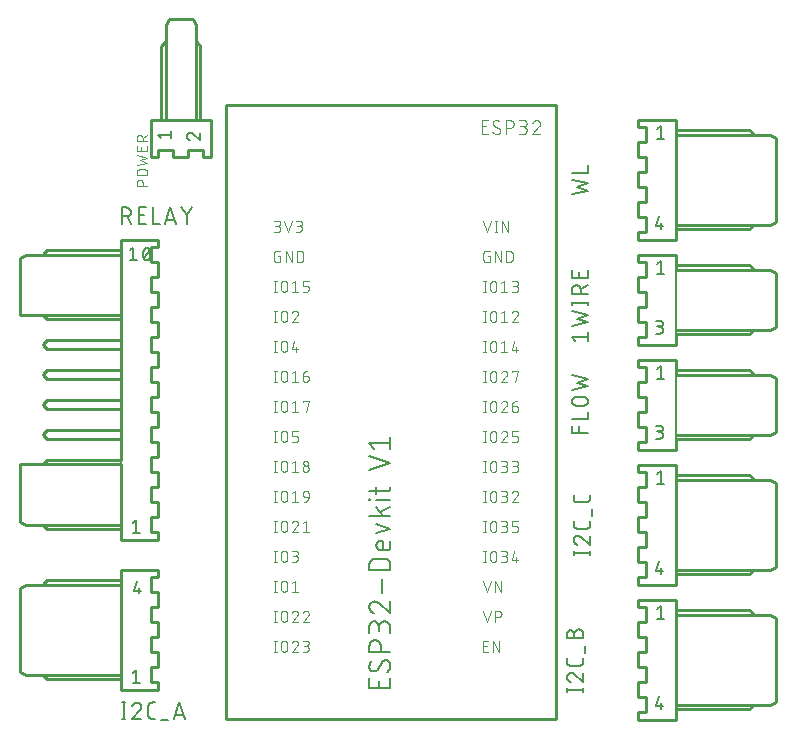
<source format=gbr>
G04 EAGLE Gerber RS-274X export*
G75*
%MOMM*%
%FSLAX34Y34*%
%LPD*%
%INSilkscreen Top*%
%IPPOS*%
%AMOC8*
5,1,8,0,0,1.08239X$1,22.5*%
G01*
%ADD10C,0.076200*%
%ADD11C,0.152400*%
%ADD12C,0.254000*%
%ADD13C,0.101600*%
%ADD14C,0.127000*%
%ADD15C,0.177800*%


D10*
X612281Y654281D02*
X614892Y654281D01*
X614993Y654283D01*
X615094Y654289D01*
X615195Y654299D01*
X615295Y654312D01*
X615395Y654330D01*
X615494Y654351D01*
X615592Y654377D01*
X615689Y654406D01*
X615785Y654438D01*
X615879Y654475D01*
X615972Y654515D01*
X616064Y654559D01*
X616153Y654606D01*
X616241Y654657D01*
X616327Y654711D01*
X616410Y654768D01*
X616492Y654828D01*
X616570Y654892D01*
X616647Y654958D01*
X616720Y655028D01*
X616791Y655100D01*
X616859Y655175D01*
X616924Y655253D01*
X616986Y655333D01*
X617045Y655415D01*
X617101Y655500D01*
X617153Y655587D01*
X617202Y655675D01*
X617248Y655766D01*
X617289Y655858D01*
X617328Y655952D01*
X617362Y656047D01*
X617393Y656143D01*
X617420Y656241D01*
X617444Y656339D01*
X617463Y656439D01*
X617479Y656539D01*
X617491Y656639D01*
X617499Y656740D01*
X617503Y656841D01*
X617503Y656943D01*
X617499Y657044D01*
X617491Y657145D01*
X617479Y657245D01*
X617463Y657345D01*
X617444Y657445D01*
X617420Y657543D01*
X617393Y657641D01*
X617362Y657737D01*
X617328Y657832D01*
X617289Y657926D01*
X617248Y658018D01*
X617202Y658109D01*
X617153Y658198D01*
X617101Y658284D01*
X617045Y658369D01*
X616986Y658451D01*
X616924Y658531D01*
X616859Y658609D01*
X616791Y658684D01*
X616720Y658756D01*
X616647Y658826D01*
X616570Y658892D01*
X616492Y658956D01*
X616410Y659016D01*
X616327Y659073D01*
X616241Y659127D01*
X616153Y659178D01*
X616064Y659225D01*
X615972Y659269D01*
X615879Y659309D01*
X615785Y659346D01*
X615689Y659378D01*
X615592Y659407D01*
X615494Y659433D01*
X615395Y659454D01*
X615295Y659472D01*
X615195Y659485D01*
X615094Y659495D01*
X614993Y659501D01*
X614892Y659503D01*
X615414Y663679D02*
X612281Y663679D01*
X615414Y663679D02*
X615504Y663677D01*
X615593Y663671D01*
X615683Y663662D01*
X615772Y663648D01*
X615860Y663631D01*
X615947Y663610D01*
X616034Y663585D01*
X616119Y663556D01*
X616203Y663524D01*
X616285Y663489D01*
X616366Y663449D01*
X616445Y663407D01*
X616522Y663361D01*
X616597Y663311D01*
X616670Y663259D01*
X616741Y663203D01*
X616809Y663145D01*
X616874Y663083D01*
X616937Y663019D01*
X616997Y662952D01*
X617054Y662883D01*
X617108Y662811D01*
X617159Y662737D01*
X617207Y662661D01*
X617251Y662583D01*
X617292Y662503D01*
X617330Y662421D01*
X617364Y662338D01*
X617394Y662253D01*
X617421Y662167D01*
X617444Y662081D01*
X617463Y661993D01*
X617478Y661904D01*
X617490Y661815D01*
X617498Y661726D01*
X617502Y661636D01*
X617502Y661546D01*
X617498Y661456D01*
X617490Y661367D01*
X617478Y661278D01*
X617463Y661189D01*
X617444Y661101D01*
X617421Y661015D01*
X617394Y660929D01*
X617364Y660844D01*
X617330Y660761D01*
X617292Y660679D01*
X617251Y660599D01*
X617207Y660521D01*
X617159Y660445D01*
X617108Y660371D01*
X617054Y660299D01*
X616997Y660230D01*
X616937Y660163D01*
X616874Y660099D01*
X616809Y660037D01*
X616741Y659979D01*
X616670Y659923D01*
X616597Y659871D01*
X616522Y659821D01*
X616445Y659775D01*
X616366Y659733D01*
X616285Y659693D01*
X616203Y659658D01*
X616119Y659626D01*
X616034Y659597D01*
X615947Y659572D01*
X615860Y659551D01*
X615772Y659534D01*
X615683Y659520D01*
X615593Y659511D01*
X615504Y659505D01*
X615414Y659503D01*
X615414Y659502D02*
X613325Y659502D01*
X620903Y663679D02*
X624036Y654281D01*
X627168Y663679D01*
X630569Y654281D02*
X633179Y654281D01*
X633280Y654283D01*
X633381Y654289D01*
X633482Y654299D01*
X633582Y654312D01*
X633682Y654330D01*
X633781Y654351D01*
X633879Y654377D01*
X633976Y654406D01*
X634072Y654438D01*
X634166Y654475D01*
X634259Y654515D01*
X634351Y654559D01*
X634440Y654606D01*
X634528Y654657D01*
X634614Y654711D01*
X634697Y654768D01*
X634779Y654828D01*
X634857Y654892D01*
X634934Y654958D01*
X635007Y655028D01*
X635078Y655100D01*
X635146Y655175D01*
X635211Y655253D01*
X635273Y655333D01*
X635332Y655415D01*
X635388Y655500D01*
X635440Y655587D01*
X635489Y655675D01*
X635535Y655766D01*
X635576Y655858D01*
X635615Y655952D01*
X635649Y656047D01*
X635680Y656143D01*
X635707Y656241D01*
X635731Y656339D01*
X635750Y656439D01*
X635766Y656539D01*
X635778Y656639D01*
X635786Y656740D01*
X635790Y656841D01*
X635790Y656943D01*
X635786Y657044D01*
X635778Y657145D01*
X635766Y657245D01*
X635750Y657345D01*
X635731Y657445D01*
X635707Y657543D01*
X635680Y657641D01*
X635649Y657737D01*
X635615Y657832D01*
X635576Y657926D01*
X635535Y658018D01*
X635489Y658109D01*
X635440Y658198D01*
X635388Y658284D01*
X635332Y658369D01*
X635273Y658451D01*
X635211Y658531D01*
X635146Y658609D01*
X635078Y658684D01*
X635007Y658756D01*
X634934Y658826D01*
X634857Y658892D01*
X634779Y658956D01*
X634697Y659016D01*
X634614Y659073D01*
X634528Y659127D01*
X634440Y659178D01*
X634351Y659225D01*
X634259Y659269D01*
X634166Y659309D01*
X634072Y659346D01*
X633976Y659378D01*
X633879Y659407D01*
X633781Y659433D01*
X633682Y659454D01*
X633582Y659472D01*
X633482Y659485D01*
X633381Y659495D01*
X633280Y659501D01*
X633179Y659503D01*
X633702Y663679D02*
X630569Y663679D01*
X633702Y663679D02*
X633792Y663677D01*
X633881Y663671D01*
X633971Y663662D01*
X634060Y663648D01*
X634148Y663631D01*
X634235Y663610D01*
X634322Y663585D01*
X634407Y663556D01*
X634491Y663524D01*
X634573Y663489D01*
X634654Y663449D01*
X634733Y663407D01*
X634810Y663361D01*
X634885Y663311D01*
X634958Y663259D01*
X635029Y663203D01*
X635097Y663145D01*
X635162Y663083D01*
X635225Y663019D01*
X635285Y662952D01*
X635342Y662883D01*
X635396Y662811D01*
X635447Y662737D01*
X635495Y662661D01*
X635539Y662583D01*
X635580Y662503D01*
X635618Y662421D01*
X635652Y662338D01*
X635682Y662253D01*
X635709Y662167D01*
X635732Y662081D01*
X635751Y661993D01*
X635766Y661904D01*
X635778Y661815D01*
X635786Y661726D01*
X635790Y661636D01*
X635790Y661546D01*
X635786Y661456D01*
X635778Y661367D01*
X635766Y661278D01*
X635751Y661189D01*
X635732Y661101D01*
X635709Y661015D01*
X635682Y660929D01*
X635652Y660844D01*
X635618Y660761D01*
X635580Y660679D01*
X635539Y660599D01*
X635495Y660521D01*
X635447Y660445D01*
X635396Y660371D01*
X635342Y660299D01*
X635285Y660230D01*
X635225Y660163D01*
X635162Y660099D01*
X635097Y660037D01*
X635029Y659979D01*
X634958Y659923D01*
X634885Y659871D01*
X634810Y659821D01*
X634733Y659775D01*
X634654Y659733D01*
X634573Y659693D01*
X634491Y659658D01*
X634407Y659626D01*
X634322Y659597D01*
X634235Y659572D01*
X634148Y659551D01*
X634060Y659534D01*
X633971Y659520D01*
X633881Y659511D01*
X633792Y659505D01*
X633702Y659503D01*
X633702Y659502D02*
X631613Y659502D01*
X617502Y634102D02*
X615936Y634102D01*
X617502Y634102D02*
X617502Y628881D01*
X614369Y628881D01*
X614280Y628883D01*
X614192Y628889D01*
X614104Y628898D01*
X614016Y628911D01*
X613929Y628928D01*
X613843Y628948D01*
X613758Y628973D01*
X613673Y629000D01*
X613590Y629032D01*
X613509Y629066D01*
X613429Y629105D01*
X613351Y629146D01*
X613274Y629191D01*
X613200Y629239D01*
X613127Y629290D01*
X613057Y629344D01*
X612990Y629402D01*
X612924Y629462D01*
X612862Y629524D01*
X612802Y629590D01*
X612744Y629657D01*
X612690Y629727D01*
X612639Y629800D01*
X612591Y629874D01*
X612546Y629951D01*
X612505Y630029D01*
X612466Y630109D01*
X612432Y630190D01*
X612400Y630273D01*
X612373Y630358D01*
X612348Y630443D01*
X612328Y630529D01*
X612311Y630616D01*
X612298Y630704D01*
X612289Y630792D01*
X612283Y630880D01*
X612281Y630969D01*
X612281Y636191D01*
X612283Y636282D01*
X612289Y636373D01*
X612299Y636464D01*
X612313Y636554D01*
X612330Y636643D01*
X612352Y636731D01*
X612378Y636819D01*
X612407Y636905D01*
X612440Y636990D01*
X612477Y637073D01*
X612517Y637155D01*
X612561Y637235D01*
X612608Y637313D01*
X612659Y637389D01*
X612712Y637462D01*
X612769Y637533D01*
X612830Y637602D01*
X612893Y637667D01*
X612958Y637730D01*
X613027Y637790D01*
X613098Y637848D01*
X613171Y637901D01*
X613247Y637952D01*
X613325Y637999D01*
X613405Y638043D01*
X613487Y638083D01*
X613570Y638120D01*
X613655Y638153D01*
X613741Y638182D01*
X613829Y638208D01*
X613917Y638230D01*
X614006Y638247D01*
X614096Y638261D01*
X614187Y638271D01*
X614278Y638277D01*
X614369Y638279D01*
X617502Y638279D01*
X622035Y638279D02*
X622035Y628881D01*
X627256Y628881D02*
X622035Y638279D01*
X627256Y638279D02*
X627256Y628881D01*
X631788Y628881D02*
X631788Y638279D01*
X634399Y638279D01*
X634499Y638277D01*
X634599Y638271D01*
X634698Y638262D01*
X634798Y638248D01*
X634896Y638231D01*
X634994Y638210D01*
X635091Y638186D01*
X635187Y638157D01*
X635282Y638125D01*
X635375Y638090D01*
X635467Y638051D01*
X635558Y638008D01*
X635646Y637962D01*
X635733Y637912D01*
X635818Y637860D01*
X635901Y637804D01*
X635982Y637745D01*
X636060Y637682D01*
X636136Y637617D01*
X636210Y637549D01*
X636280Y637479D01*
X636348Y637405D01*
X636413Y637329D01*
X636476Y637251D01*
X636535Y637170D01*
X636591Y637087D01*
X636643Y637002D01*
X636693Y636915D01*
X636739Y636827D01*
X636782Y636736D01*
X636821Y636644D01*
X636856Y636551D01*
X636888Y636456D01*
X636917Y636360D01*
X636941Y636263D01*
X636962Y636165D01*
X636979Y636067D01*
X636993Y635967D01*
X637002Y635868D01*
X637008Y635768D01*
X637010Y635668D01*
X637009Y635668D02*
X637009Y631492D01*
X637010Y631492D02*
X637008Y631392D01*
X637002Y631292D01*
X636993Y631193D01*
X636979Y631093D01*
X636962Y630995D01*
X636941Y630897D01*
X636917Y630800D01*
X636888Y630704D01*
X636856Y630609D01*
X636821Y630516D01*
X636782Y630424D01*
X636739Y630333D01*
X636693Y630245D01*
X636643Y630158D01*
X636591Y630073D01*
X636535Y629990D01*
X636476Y629909D01*
X636413Y629831D01*
X636348Y629755D01*
X636280Y629681D01*
X636210Y629611D01*
X636136Y629543D01*
X636060Y629478D01*
X635982Y629415D01*
X635901Y629356D01*
X635818Y629300D01*
X635733Y629248D01*
X635646Y629198D01*
X635558Y629152D01*
X635467Y629109D01*
X635375Y629070D01*
X635282Y629035D01*
X635187Y629003D01*
X635091Y628974D01*
X634994Y628950D01*
X634896Y628929D01*
X634798Y628912D01*
X634698Y628898D01*
X634599Y628889D01*
X634499Y628883D01*
X634399Y628881D01*
X631788Y628881D01*
X613325Y612879D02*
X613325Y603481D01*
X612281Y603481D02*
X614369Y603481D01*
X614369Y612879D02*
X612281Y612879D01*
X618030Y610268D02*
X618030Y606092D01*
X618029Y610268D02*
X618031Y610369D01*
X618037Y610470D01*
X618047Y610571D01*
X618060Y610671D01*
X618078Y610771D01*
X618099Y610870D01*
X618125Y610968D01*
X618154Y611065D01*
X618186Y611161D01*
X618223Y611255D01*
X618263Y611348D01*
X618307Y611440D01*
X618354Y611529D01*
X618405Y611617D01*
X618459Y611703D01*
X618516Y611786D01*
X618576Y611868D01*
X618640Y611946D01*
X618706Y612023D01*
X618776Y612096D01*
X618848Y612167D01*
X618923Y612235D01*
X619001Y612300D01*
X619081Y612362D01*
X619163Y612421D01*
X619248Y612477D01*
X619335Y612529D01*
X619423Y612578D01*
X619514Y612624D01*
X619606Y612665D01*
X619700Y612704D01*
X619795Y612738D01*
X619891Y612769D01*
X619989Y612796D01*
X620087Y612820D01*
X620187Y612839D01*
X620287Y612855D01*
X620387Y612867D01*
X620488Y612875D01*
X620589Y612879D01*
X620691Y612879D01*
X620792Y612875D01*
X620893Y612867D01*
X620993Y612855D01*
X621093Y612839D01*
X621193Y612820D01*
X621291Y612796D01*
X621389Y612769D01*
X621485Y612738D01*
X621580Y612704D01*
X621674Y612665D01*
X621766Y612624D01*
X621857Y612578D01*
X621946Y612529D01*
X622032Y612477D01*
X622117Y612421D01*
X622199Y612362D01*
X622279Y612300D01*
X622357Y612235D01*
X622432Y612167D01*
X622504Y612096D01*
X622574Y612023D01*
X622640Y611946D01*
X622704Y611868D01*
X622764Y611786D01*
X622821Y611703D01*
X622875Y611617D01*
X622926Y611529D01*
X622973Y611440D01*
X623017Y611348D01*
X623057Y611255D01*
X623094Y611161D01*
X623126Y611065D01*
X623155Y610968D01*
X623181Y610870D01*
X623202Y610771D01*
X623220Y610671D01*
X623233Y610571D01*
X623243Y610470D01*
X623249Y610369D01*
X623251Y610268D01*
X623251Y606092D01*
X623249Y605991D01*
X623243Y605890D01*
X623233Y605789D01*
X623220Y605689D01*
X623202Y605589D01*
X623181Y605490D01*
X623155Y605392D01*
X623126Y605295D01*
X623094Y605199D01*
X623057Y605105D01*
X623017Y605012D01*
X622973Y604920D01*
X622926Y604831D01*
X622875Y604743D01*
X622821Y604657D01*
X622764Y604574D01*
X622704Y604492D01*
X622640Y604414D01*
X622574Y604337D01*
X622504Y604264D01*
X622432Y604193D01*
X622357Y604125D01*
X622279Y604060D01*
X622199Y603998D01*
X622117Y603939D01*
X622032Y603883D01*
X621946Y603831D01*
X621857Y603782D01*
X621766Y603736D01*
X621674Y603695D01*
X621580Y603656D01*
X621485Y603622D01*
X621389Y603591D01*
X621291Y603564D01*
X621193Y603540D01*
X621093Y603521D01*
X620993Y603505D01*
X620893Y603493D01*
X620792Y603485D01*
X620691Y603481D01*
X620589Y603481D01*
X620488Y603485D01*
X620387Y603493D01*
X620287Y603505D01*
X620187Y603521D01*
X620087Y603540D01*
X619989Y603564D01*
X619891Y603591D01*
X619795Y603622D01*
X619700Y603656D01*
X619606Y603695D01*
X619514Y603736D01*
X619423Y603782D01*
X619335Y603831D01*
X619248Y603883D01*
X619163Y603939D01*
X619081Y603998D01*
X619001Y604060D01*
X618923Y604125D01*
X618848Y604193D01*
X618776Y604264D01*
X618706Y604337D01*
X618640Y604414D01*
X618576Y604492D01*
X618516Y604574D01*
X618459Y604657D01*
X618405Y604743D01*
X618354Y604831D01*
X618307Y604920D01*
X618263Y605012D01*
X618223Y605105D01*
X618186Y605199D01*
X618154Y605295D01*
X618125Y605392D01*
X618099Y605490D01*
X618078Y605589D01*
X618060Y605689D01*
X618047Y605789D01*
X618037Y605890D01*
X618031Y605991D01*
X618029Y606092D01*
X627174Y610791D02*
X629784Y612879D01*
X629784Y603481D01*
X627174Y603481D02*
X632395Y603481D01*
X636318Y603481D02*
X639450Y603481D01*
X639539Y603483D01*
X639627Y603489D01*
X639715Y603498D01*
X639803Y603511D01*
X639890Y603528D01*
X639976Y603548D01*
X640061Y603573D01*
X640146Y603600D01*
X640229Y603632D01*
X640310Y603666D01*
X640390Y603705D01*
X640468Y603746D01*
X640545Y603791D01*
X640619Y603839D01*
X640692Y603890D01*
X640762Y603944D01*
X640829Y604002D01*
X640895Y604062D01*
X640957Y604124D01*
X641017Y604190D01*
X641075Y604257D01*
X641129Y604327D01*
X641180Y604400D01*
X641228Y604474D01*
X641273Y604551D01*
X641314Y604629D01*
X641353Y604709D01*
X641387Y604790D01*
X641419Y604873D01*
X641446Y604958D01*
X641471Y605043D01*
X641491Y605129D01*
X641508Y605216D01*
X641521Y605304D01*
X641530Y605392D01*
X641536Y605480D01*
X641538Y605569D01*
X641539Y605569D02*
X641539Y606614D01*
X641538Y606614D02*
X641536Y606703D01*
X641530Y606791D01*
X641521Y606879D01*
X641508Y606967D01*
X641491Y607054D01*
X641471Y607140D01*
X641446Y607225D01*
X641419Y607310D01*
X641387Y607393D01*
X641353Y607474D01*
X641314Y607554D01*
X641273Y607632D01*
X641228Y607709D01*
X641180Y607783D01*
X641129Y607856D01*
X641075Y607926D01*
X641017Y607993D01*
X640957Y608059D01*
X640895Y608121D01*
X640829Y608181D01*
X640762Y608239D01*
X640692Y608293D01*
X640619Y608344D01*
X640545Y608392D01*
X640468Y608437D01*
X640390Y608478D01*
X640310Y608517D01*
X640229Y608551D01*
X640146Y608583D01*
X640061Y608610D01*
X639976Y608635D01*
X639890Y608655D01*
X639803Y608672D01*
X639715Y608685D01*
X639627Y608694D01*
X639539Y608700D01*
X639450Y608702D01*
X636318Y608702D01*
X636318Y612879D01*
X641539Y612879D01*
X613325Y587479D02*
X613325Y578081D01*
X612281Y578081D02*
X614369Y578081D01*
X614369Y587479D02*
X612281Y587479D01*
X618030Y584868D02*
X618030Y580692D01*
X618029Y584868D02*
X618031Y584969D01*
X618037Y585070D01*
X618047Y585171D01*
X618060Y585271D01*
X618078Y585371D01*
X618099Y585470D01*
X618125Y585568D01*
X618154Y585665D01*
X618186Y585761D01*
X618223Y585855D01*
X618263Y585948D01*
X618307Y586040D01*
X618354Y586129D01*
X618405Y586217D01*
X618459Y586303D01*
X618516Y586386D01*
X618576Y586468D01*
X618640Y586546D01*
X618706Y586623D01*
X618776Y586696D01*
X618848Y586767D01*
X618923Y586835D01*
X619001Y586900D01*
X619081Y586962D01*
X619163Y587021D01*
X619248Y587077D01*
X619335Y587129D01*
X619423Y587178D01*
X619514Y587224D01*
X619606Y587265D01*
X619700Y587304D01*
X619795Y587338D01*
X619891Y587369D01*
X619989Y587396D01*
X620087Y587420D01*
X620187Y587439D01*
X620287Y587455D01*
X620387Y587467D01*
X620488Y587475D01*
X620589Y587479D01*
X620691Y587479D01*
X620792Y587475D01*
X620893Y587467D01*
X620993Y587455D01*
X621093Y587439D01*
X621193Y587420D01*
X621291Y587396D01*
X621389Y587369D01*
X621485Y587338D01*
X621580Y587304D01*
X621674Y587265D01*
X621766Y587224D01*
X621857Y587178D01*
X621946Y587129D01*
X622032Y587077D01*
X622117Y587021D01*
X622199Y586962D01*
X622279Y586900D01*
X622357Y586835D01*
X622432Y586767D01*
X622504Y586696D01*
X622574Y586623D01*
X622640Y586546D01*
X622704Y586468D01*
X622764Y586386D01*
X622821Y586303D01*
X622875Y586217D01*
X622926Y586129D01*
X622973Y586040D01*
X623017Y585948D01*
X623057Y585855D01*
X623094Y585761D01*
X623126Y585665D01*
X623155Y585568D01*
X623181Y585470D01*
X623202Y585371D01*
X623220Y585271D01*
X623233Y585171D01*
X623243Y585070D01*
X623249Y584969D01*
X623251Y584868D01*
X623251Y580692D01*
X623249Y580591D01*
X623243Y580490D01*
X623233Y580389D01*
X623220Y580289D01*
X623202Y580189D01*
X623181Y580090D01*
X623155Y579992D01*
X623126Y579895D01*
X623094Y579799D01*
X623057Y579705D01*
X623017Y579612D01*
X622973Y579520D01*
X622926Y579431D01*
X622875Y579343D01*
X622821Y579257D01*
X622764Y579174D01*
X622704Y579092D01*
X622640Y579014D01*
X622574Y578937D01*
X622504Y578864D01*
X622432Y578793D01*
X622357Y578725D01*
X622279Y578660D01*
X622199Y578598D01*
X622117Y578539D01*
X622032Y578483D01*
X621946Y578431D01*
X621857Y578382D01*
X621766Y578336D01*
X621674Y578295D01*
X621580Y578256D01*
X621485Y578222D01*
X621389Y578191D01*
X621291Y578164D01*
X621193Y578140D01*
X621093Y578121D01*
X620993Y578105D01*
X620893Y578093D01*
X620792Y578085D01*
X620691Y578081D01*
X620589Y578081D01*
X620488Y578085D01*
X620387Y578093D01*
X620287Y578105D01*
X620187Y578121D01*
X620087Y578140D01*
X619989Y578164D01*
X619891Y578191D01*
X619795Y578222D01*
X619700Y578256D01*
X619606Y578295D01*
X619514Y578336D01*
X619423Y578382D01*
X619335Y578431D01*
X619248Y578483D01*
X619163Y578539D01*
X619081Y578598D01*
X619001Y578660D01*
X618923Y578725D01*
X618848Y578793D01*
X618776Y578864D01*
X618706Y578937D01*
X618640Y579014D01*
X618576Y579092D01*
X618516Y579174D01*
X618459Y579257D01*
X618405Y579343D01*
X618354Y579431D01*
X618307Y579520D01*
X618263Y579612D01*
X618223Y579705D01*
X618186Y579799D01*
X618154Y579895D01*
X618125Y579992D01*
X618099Y580090D01*
X618078Y580189D01*
X618060Y580289D01*
X618047Y580389D01*
X618037Y580490D01*
X618031Y580591D01*
X618029Y580692D01*
X630045Y587480D02*
X630140Y587478D01*
X630234Y587472D01*
X630328Y587463D01*
X630422Y587450D01*
X630515Y587433D01*
X630607Y587412D01*
X630699Y587387D01*
X630789Y587359D01*
X630878Y587327D01*
X630966Y587292D01*
X631052Y587253D01*
X631137Y587211D01*
X631220Y587165D01*
X631301Y587116D01*
X631380Y587064D01*
X631457Y587009D01*
X631531Y586950D01*
X631603Y586889D01*
X631673Y586825D01*
X631740Y586758D01*
X631804Y586688D01*
X631865Y586616D01*
X631924Y586542D01*
X631979Y586465D01*
X632031Y586386D01*
X632080Y586305D01*
X632126Y586222D01*
X632168Y586137D01*
X632207Y586051D01*
X632242Y585963D01*
X632274Y585874D01*
X632302Y585784D01*
X632327Y585692D01*
X632348Y585600D01*
X632365Y585507D01*
X632378Y585413D01*
X632387Y585319D01*
X632393Y585225D01*
X632395Y585130D01*
X630045Y587479D02*
X629937Y587477D01*
X629828Y587471D01*
X629720Y587461D01*
X629613Y587448D01*
X629506Y587430D01*
X629399Y587409D01*
X629294Y587384D01*
X629189Y587355D01*
X629086Y587323D01*
X628984Y587286D01*
X628883Y587246D01*
X628784Y587203D01*
X628686Y587156D01*
X628590Y587105D01*
X628496Y587051D01*
X628404Y586994D01*
X628314Y586933D01*
X628226Y586869D01*
X628141Y586803D01*
X628058Y586733D01*
X627978Y586660D01*
X627900Y586584D01*
X627825Y586506D01*
X627753Y586425D01*
X627684Y586341D01*
X627618Y586255D01*
X627555Y586167D01*
X627496Y586076D01*
X627439Y585984D01*
X627386Y585889D01*
X627337Y585793D01*
X627291Y585694D01*
X627248Y585595D01*
X627209Y585493D01*
X627174Y585391D01*
X631612Y583302D02*
X631681Y583371D01*
X631747Y583442D01*
X631811Y583515D01*
X631872Y583591D01*
X631930Y583670D01*
X631984Y583750D01*
X632036Y583833D01*
X632084Y583917D01*
X632130Y584003D01*
X632171Y584091D01*
X632210Y584181D01*
X632245Y584272D01*
X632276Y584364D01*
X632304Y584457D01*
X632328Y584551D01*
X632348Y584646D01*
X632365Y584742D01*
X632378Y584839D01*
X632387Y584936D01*
X632393Y585033D01*
X632395Y585130D01*
X631612Y583302D02*
X627174Y578081D01*
X632395Y578081D01*
X613325Y562079D02*
X613325Y552681D01*
X612281Y552681D02*
X614369Y552681D01*
X614369Y562079D02*
X612281Y562079D01*
X618030Y559468D02*
X618030Y555292D01*
X618029Y559468D02*
X618031Y559569D01*
X618037Y559670D01*
X618047Y559771D01*
X618060Y559871D01*
X618078Y559971D01*
X618099Y560070D01*
X618125Y560168D01*
X618154Y560265D01*
X618186Y560361D01*
X618223Y560455D01*
X618263Y560548D01*
X618307Y560640D01*
X618354Y560729D01*
X618405Y560817D01*
X618459Y560903D01*
X618516Y560986D01*
X618576Y561068D01*
X618640Y561146D01*
X618706Y561223D01*
X618776Y561296D01*
X618848Y561367D01*
X618923Y561435D01*
X619001Y561500D01*
X619081Y561562D01*
X619163Y561621D01*
X619248Y561677D01*
X619335Y561729D01*
X619423Y561778D01*
X619514Y561824D01*
X619606Y561865D01*
X619700Y561904D01*
X619795Y561938D01*
X619891Y561969D01*
X619989Y561996D01*
X620087Y562020D01*
X620187Y562039D01*
X620287Y562055D01*
X620387Y562067D01*
X620488Y562075D01*
X620589Y562079D01*
X620691Y562079D01*
X620792Y562075D01*
X620893Y562067D01*
X620993Y562055D01*
X621093Y562039D01*
X621193Y562020D01*
X621291Y561996D01*
X621389Y561969D01*
X621485Y561938D01*
X621580Y561904D01*
X621674Y561865D01*
X621766Y561824D01*
X621857Y561778D01*
X621946Y561729D01*
X622032Y561677D01*
X622117Y561621D01*
X622199Y561562D01*
X622279Y561500D01*
X622357Y561435D01*
X622432Y561367D01*
X622504Y561296D01*
X622574Y561223D01*
X622640Y561146D01*
X622704Y561068D01*
X622764Y560986D01*
X622821Y560903D01*
X622875Y560817D01*
X622926Y560729D01*
X622973Y560640D01*
X623017Y560548D01*
X623057Y560455D01*
X623094Y560361D01*
X623126Y560265D01*
X623155Y560168D01*
X623181Y560070D01*
X623202Y559971D01*
X623220Y559871D01*
X623233Y559771D01*
X623243Y559670D01*
X623249Y559569D01*
X623251Y559468D01*
X623251Y555292D01*
X623249Y555191D01*
X623243Y555090D01*
X623233Y554989D01*
X623220Y554889D01*
X623202Y554789D01*
X623181Y554690D01*
X623155Y554592D01*
X623126Y554495D01*
X623094Y554399D01*
X623057Y554305D01*
X623017Y554212D01*
X622973Y554120D01*
X622926Y554031D01*
X622875Y553943D01*
X622821Y553857D01*
X622764Y553774D01*
X622704Y553692D01*
X622640Y553614D01*
X622574Y553537D01*
X622504Y553464D01*
X622432Y553393D01*
X622357Y553325D01*
X622279Y553260D01*
X622199Y553198D01*
X622117Y553139D01*
X622032Y553083D01*
X621946Y553031D01*
X621857Y552982D01*
X621766Y552936D01*
X621674Y552895D01*
X621580Y552856D01*
X621485Y552822D01*
X621389Y552791D01*
X621291Y552764D01*
X621193Y552740D01*
X621093Y552721D01*
X620993Y552705D01*
X620893Y552693D01*
X620792Y552685D01*
X620691Y552681D01*
X620589Y552681D01*
X620488Y552685D01*
X620387Y552693D01*
X620287Y552705D01*
X620187Y552721D01*
X620087Y552740D01*
X619989Y552764D01*
X619891Y552791D01*
X619795Y552822D01*
X619700Y552856D01*
X619606Y552895D01*
X619514Y552936D01*
X619423Y552982D01*
X619335Y553031D01*
X619248Y553083D01*
X619163Y553139D01*
X619081Y553198D01*
X619001Y553260D01*
X618923Y553325D01*
X618848Y553393D01*
X618776Y553464D01*
X618706Y553537D01*
X618640Y553614D01*
X618576Y553692D01*
X618516Y553774D01*
X618459Y553857D01*
X618405Y553943D01*
X618354Y554031D01*
X618307Y554120D01*
X618263Y554212D01*
X618223Y554305D01*
X618186Y554399D01*
X618154Y554495D01*
X618125Y554592D01*
X618099Y554690D01*
X618078Y554789D01*
X618060Y554889D01*
X618047Y554989D01*
X618037Y555090D01*
X618031Y555191D01*
X618029Y555292D01*
X627174Y554769D02*
X629262Y562079D01*
X627174Y554769D02*
X632395Y554769D01*
X630829Y556858D02*
X630829Y552681D01*
X613325Y536679D02*
X613325Y527281D01*
X612281Y527281D02*
X614369Y527281D01*
X614369Y536679D02*
X612281Y536679D01*
X618030Y534068D02*
X618030Y529892D01*
X618029Y534068D02*
X618031Y534169D01*
X618037Y534270D01*
X618047Y534371D01*
X618060Y534471D01*
X618078Y534571D01*
X618099Y534670D01*
X618125Y534768D01*
X618154Y534865D01*
X618186Y534961D01*
X618223Y535055D01*
X618263Y535148D01*
X618307Y535240D01*
X618354Y535329D01*
X618405Y535417D01*
X618459Y535503D01*
X618516Y535586D01*
X618576Y535668D01*
X618640Y535746D01*
X618706Y535823D01*
X618776Y535896D01*
X618848Y535967D01*
X618923Y536035D01*
X619001Y536100D01*
X619081Y536162D01*
X619163Y536221D01*
X619248Y536277D01*
X619335Y536329D01*
X619423Y536378D01*
X619514Y536424D01*
X619606Y536465D01*
X619700Y536504D01*
X619795Y536538D01*
X619891Y536569D01*
X619989Y536596D01*
X620087Y536620D01*
X620187Y536639D01*
X620287Y536655D01*
X620387Y536667D01*
X620488Y536675D01*
X620589Y536679D01*
X620691Y536679D01*
X620792Y536675D01*
X620893Y536667D01*
X620993Y536655D01*
X621093Y536639D01*
X621193Y536620D01*
X621291Y536596D01*
X621389Y536569D01*
X621485Y536538D01*
X621580Y536504D01*
X621674Y536465D01*
X621766Y536424D01*
X621857Y536378D01*
X621946Y536329D01*
X622032Y536277D01*
X622117Y536221D01*
X622199Y536162D01*
X622279Y536100D01*
X622357Y536035D01*
X622432Y535967D01*
X622504Y535896D01*
X622574Y535823D01*
X622640Y535746D01*
X622704Y535668D01*
X622764Y535586D01*
X622821Y535503D01*
X622875Y535417D01*
X622926Y535329D01*
X622973Y535240D01*
X623017Y535148D01*
X623057Y535055D01*
X623094Y534961D01*
X623126Y534865D01*
X623155Y534768D01*
X623181Y534670D01*
X623202Y534571D01*
X623220Y534471D01*
X623233Y534371D01*
X623243Y534270D01*
X623249Y534169D01*
X623251Y534068D01*
X623251Y529892D01*
X623249Y529791D01*
X623243Y529690D01*
X623233Y529589D01*
X623220Y529489D01*
X623202Y529389D01*
X623181Y529290D01*
X623155Y529192D01*
X623126Y529095D01*
X623094Y528999D01*
X623057Y528905D01*
X623017Y528812D01*
X622973Y528720D01*
X622926Y528631D01*
X622875Y528543D01*
X622821Y528457D01*
X622764Y528374D01*
X622704Y528292D01*
X622640Y528214D01*
X622574Y528137D01*
X622504Y528064D01*
X622432Y527993D01*
X622357Y527925D01*
X622279Y527860D01*
X622199Y527798D01*
X622117Y527739D01*
X622032Y527683D01*
X621946Y527631D01*
X621857Y527582D01*
X621766Y527536D01*
X621674Y527495D01*
X621580Y527456D01*
X621485Y527422D01*
X621389Y527391D01*
X621291Y527364D01*
X621193Y527340D01*
X621093Y527321D01*
X620993Y527305D01*
X620893Y527293D01*
X620792Y527285D01*
X620691Y527281D01*
X620589Y527281D01*
X620488Y527285D01*
X620387Y527293D01*
X620287Y527305D01*
X620187Y527321D01*
X620087Y527340D01*
X619989Y527364D01*
X619891Y527391D01*
X619795Y527422D01*
X619700Y527456D01*
X619606Y527495D01*
X619514Y527536D01*
X619423Y527582D01*
X619335Y527631D01*
X619248Y527683D01*
X619163Y527739D01*
X619081Y527798D01*
X619001Y527860D01*
X618923Y527925D01*
X618848Y527993D01*
X618776Y528064D01*
X618706Y528137D01*
X618640Y528214D01*
X618576Y528292D01*
X618516Y528374D01*
X618459Y528457D01*
X618405Y528543D01*
X618354Y528631D01*
X618307Y528720D01*
X618263Y528812D01*
X618223Y528905D01*
X618186Y528999D01*
X618154Y529095D01*
X618125Y529192D01*
X618099Y529290D01*
X618078Y529389D01*
X618060Y529489D01*
X618047Y529589D01*
X618037Y529690D01*
X618031Y529791D01*
X618029Y529892D01*
X627174Y534591D02*
X629784Y536679D01*
X629784Y527281D01*
X627174Y527281D02*
X632395Y527281D01*
X636318Y532502D02*
X639450Y532502D01*
X639539Y532500D01*
X639627Y532494D01*
X639715Y532485D01*
X639803Y532472D01*
X639890Y532455D01*
X639976Y532435D01*
X640061Y532410D01*
X640146Y532383D01*
X640229Y532351D01*
X640310Y532317D01*
X640390Y532278D01*
X640468Y532237D01*
X640545Y532192D01*
X640619Y532144D01*
X640692Y532093D01*
X640762Y532039D01*
X640829Y531981D01*
X640895Y531921D01*
X640957Y531859D01*
X641017Y531793D01*
X641075Y531726D01*
X641129Y531656D01*
X641180Y531583D01*
X641228Y531509D01*
X641273Y531432D01*
X641314Y531354D01*
X641353Y531274D01*
X641387Y531193D01*
X641419Y531110D01*
X641446Y531025D01*
X641471Y530940D01*
X641491Y530854D01*
X641508Y530767D01*
X641521Y530679D01*
X641530Y530591D01*
X641536Y530503D01*
X641538Y530414D01*
X641539Y530414D02*
X641539Y529892D01*
X641537Y529791D01*
X641531Y529690D01*
X641521Y529589D01*
X641508Y529489D01*
X641490Y529389D01*
X641469Y529290D01*
X641443Y529192D01*
X641414Y529095D01*
X641382Y528999D01*
X641345Y528905D01*
X641305Y528812D01*
X641261Y528720D01*
X641214Y528631D01*
X641163Y528543D01*
X641109Y528457D01*
X641052Y528374D01*
X640992Y528292D01*
X640928Y528214D01*
X640862Y528137D01*
X640792Y528064D01*
X640720Y527993D01*
X640645Y527925D01*
X640567Y527860D01*
X640487Y527798D01*
X640405Y527739D01*
X640320Y527683D01*
X640234Y527631D01*
X640145Y527582D01*
X640054Y527536D01*
X639962Y527495D01*
X639868Y527456D01*
X639773Y527422D01*
X639677Y527391D01*
X639579Y527364D01*
X639481Y527340D01*
X639381Y527321D01*
X639281Y527305D01*
X639181Y527293D01*
X639080Y527285D01*
X638979Y527281D01*
X638877Y527281D01*
X638776Y527285D01*
X638675Y527293D01*
X638575Y527305D01*
X638475Y527321D01*
X638375Y527340D01*
X638277Y527364D01*
X638179Y527391D01*
X638083Y527422D01*
X637988Y527456D01*
X637894Y527495D01*
X637802Y527536D01*
X637711Y527582D01*
X637623Y527631D01*
X637536Y527683D01*
X637451Y527739D01*
X637369Y527798D01*
X637289Y527860D01*
X637211Y527925D01*
X637136Y527993D01*
X637064Y528064D01*
X636994Y528137D01*
X636928Y528214D01*
X636864Y528292D01*
X636804Y528374D01*
X636747Y528457D01*
X636693Y528543D01*
X636642Y528631D01*
X636595Y528720D01*
X636551Y528812D01*
X636511Y528905D01*
X636474Y528999D01*
X636442Y529095D01*
X636413Y529192D01*
X636387Y529290D01*
X636366Y529389D01*
X636348Y529489D01*
X636335Y529589D01*
X636325Y529690D01*
X636319Y529791D01*
X636317Y529892D01*
X636318Y529892D02*
X636318Y532502D01*
X636320Y532631D01*
X636326Y532759D01*
X636336Y532887D01*
X636350Y533015D01*
X636367Y533143D01*
X636389Y533270D01*
X636415Y533396D01*
X636444Y533521D01*
X636477Y533645D01*
X636515Y533768D01*
X636555Y533890D01*
X636600Y534011D01*
X636648Y534130D01*
X636700Y534248D01*
X636756Y534364D01*
X636815Y534478D01*
X636878Y534590D01*
X636944Y534701D01*
X637013Y534809D01*
X637086Y534915D01*
X637162Y535019D01*
X637241Y535121D01*
X637323Y535220D01*
X637408Y535316D01*
X637496Y535410D01*
X637587Y535501D01*
X637681Y535589D01*
X637777Y535674D01*
X637876Y535756D01*
X637978Y535835D01*
X638082Y535911D01*
X638188Y535984D01*
X638296Y536053D01*
X638406Y536119D01*
X638519Y536182D01*
X638633Y536241D01*
X638749Y536297D01*
X638867Y536349D01*
X638986Y536397D01*
X639107Y536442D01*
X639229Y536482D01*
X639352Y536520D01*
X639476Y536553D01*
X639601Y536582D01*
X639727Y536608D01*
X639854Y536630D01*
X639982Y536647D01*
X640110Y536661D01*
X640238Y536671D01*
X640366Y536677D01*
X640495Y536679D01*
X613325Y511279D02*
X613325Y501881D01*
X612281Y501881D02*
X614369Y501881D01*
X614369Y511279D02*
X612281Y511279D01*
X618030Y508668D02*
X618030Y504492D01*
X618029Y508668D02*
X618031Y508769D01*
X618037Y508870D01*
X618047Y508971D01*
X618060Y509071D01*
X618078Y509171D01*
X618099Y509270D01*
X618125Y509368D01*
X618154Y509465D01*
X618186Y509561D01*
X618223Y509655D01*
X618263Y509748D01*
X618307Y509840D01*
X618354Y509929D01*
X618405Y510017D01*
X618459Y510103D01*
X618516Y510186D01*
X618576Y510268D01*
X618640Y510346D01*
X618706Y510423D01*
X618776Y510496D01*
X618848Y510567D01*
X618923Y510635D01*
X619001Y510700D01*
X619081Y510762D01*
X619163Y510821D01*
X619248Y510877D01*
X619335Y510929D01*
X619423Y510978D01*
X619514Y511024D01*
X619606Y511065D01*
X619700Y511104D01*
X619795Y511138D01*
X619891Y511169D01*
X619989Y511196D01*
X620087Y511220D01*
X620187Y511239D01*
X620287Y511255D01*
X620387Y511267D01*
X620488Y511275D01*
X620589Y511279D01*
X620691Y511279D01*
X620792Y511275D01*
X620893Y511267D01*
X620993Y511255D01*
X621093Y511239D01*
X621193Y511220D01*
X621291Y511196D01*
X621389Y511169D01*
X621485Y511138D01*
X621580Y511104D01*
X621674Y511065D01*
X621766Y511024D01*
X621857Y510978D01*
X621946Y510929D01*
X622032Y510877D01*
X622117Y510821D01*
X622199Y510762D01*
X622279Y510700D01*
X622357Y510635D01*
X622432Y510567D01*
X622504Y510496D01*
X622574Y510423D01*
X622640Y510346D01*
X622704Y510268D01*
X622764Y510186D01*
X622821Y510103D01*
X622875Y510017D01*
X622926Y509929D01*
X622973Y509840D01*
X623017Y509748D01*
X623057Y509655D01*
X623094Y509561D01*
X623126Y509465D01*
X623155Y509368D01*
X623181Y509270D01*
X623202Y509171D01*
X623220Y509071D01*
X623233Y508971D01*
X623243Y508870D01*
X623249Y508769D01*
X623251Y508668D01*
X623251Y504492D01*
X623249Y504391D01*
X623243Y504290D01*
X623233Y504189D01*
X623220Y504089D01*
X623202Y503989D01*
X623181Y503890D01*
X623155Y503792D01*
X623126Y503695D01*
X623094Y503599D01*
X623057Y503505D01*
X623017Y503412D01*
X622973Y503320D01*
X622926Y503231D01*
X622875Y503143D01*
X622821Y503057D01*
X622764Y502974D01*
X622704Y502892D01*
X622640Y502814D01*
X622574Y502737D01*
X622504Y502664D01*
X622432Y502593D01*
X622357Y502525D01*
X622279Y502460D01*
X622199Y502398D01*
X622117Y502339D01*
X622032Y502283D01*
X621946Y502231D01*
X621857Y502182D01*
X621766Y502136D01*
X621674Y502095D01*
X621580Y502056D01*
X621485Y502022D01*
X621389Y501991D01*
X621291Y501964D01*
X621193Y501940D01*
X621093Y501921D01*
X620993Y501905D01*
X620893Y501893D01*
X620792Y501885D01*
X620691Y501881D01*
X620589Y501881D01*
X620488Y501885D01*
X620387Y501893D01*
X620287Y501905D01*
X620187Y501921D01*
X620087Y501940D01*
X619989Y501964D01*
X619891Y501991D01*
X619795Y502022D01*
X619700Y502056D01*
X619606Y502095D01*
X619514Y502136D01*
X619423Y502182D01*
X619335Y502231D01*
X619248Y502283D01*
X619163Y502339D01*
X619081Y502398D01*
X619001Y502460D01*
X618923Y502525D01*
X618848Y502593D01*
X618776Y502664D01*
X618706Y502737D01*
X618640Y502814D01*
X618576Y502892D01*
X618516Y502974D01*
X618459Y503057D01*
X618405Y503143D01*
X618354Y503231D01*
X618307Y503320D01*
X618263Y503412D01*
X618223Y503505D01*
X618186Y503599D01*
X618154Y503695D01*
X618125Y503792D01*
X618099Y503890D01*
X618078Y503989D01*
X618060Y504089D01*
X618047Y504189D01*
X618037Y504290D01*
X618031Y504391D01*
X618029Y504492D01*
X627174Y509191D02*
X629784Y511279D01*
X629784Y501881D01*
X627174Y501881D02*
X632395Y501881D01*
X636318Y510235D02*
X636318Y511279D01*
X641539Y511279D01*
X638928Y501881D01*
X613325Y485879D02*
X613325Y476481D01*
X612281Y476481D02*
X614369Y476481D01*
X614369Y485879D02*
X612281Y485879D01*
X618030Y483268D02*
X618030Y479092D01*
X618029Y483268D02*
X618031Y483369D01*
X618037Y483470D01*
X618047Y483571D01*
X618060Y483671D01*
X618078Y483771D01*
X618099Y483870D01*
X618125Y483968D01*
X618154Y484065D01*
X618186Y484161D01*
X618223Y484255D01*
X618263Y484348D01*
X618307Y484440D01*
X618354Y484529D01*
X618405Y484617D01*
X618459Y484703D01*
X618516Y484786D01*
X618576Y484868D01*
X618640Y484946D01*
X618706Y485023D01*
X618776Y485096D01*
X618848Y485167D01*
X618923Y485235D01*
X619001Y485300D01*
X619081Y485362D01*
X619163Y485421D01*
X619248Y485477D01*
X619335Y485529D01*
X619423Y485578D01*
X619514Y485624D01*
X619606Y485665D01*
X619700Y485704D01*
X619795Y485738D01*
X619891Y485769D01*
X619989Y485796D01*
X620087Y485820D01*
X620187Y485839D01*
X620287Y485855D01*
X620387Y485867D01*
X620488Y485875D01*
X620589Y485879D01*
X620691Y485879D01*
X620792Y485875D01*
X620893Y485867D01*
X620993Y485855D01*
X621093Y485839D01*
X621193Y485820D01*
X621291Y485796D01*
X621389Y485769D01*
X621485Y485738D01*
X621580Y485704D01*
X621674Y485665D01*
X621766Y485624D01*
X621857Y485578D01*
X621946Y485529D01*
X622032Y485477D01*
X622117Y485421D01*
X622199Y485362D01*
X622279Y485300D01*
X622357Y485235D01*
X622432Y485167D01*
X622504Y485096D01*
X622574Y485023D01*
X622640Y484946D01*
X622704Y484868D01*
X622764Y484786D01*
X622821Y484703D01*
X622875Y484617D01*
X622926Y484529D01*
X622973Y484440D01*
X623017Y484348D01*
X623057Y484255D01*
X623094Y484161D01*
X623126Y484065D01*
X623155Y483968D01*
X623181Y483870D01*
X623202Y483771D01*
X623220Y483671D01*
X623233Y483571D01*
X623243Y483470D01*
X623249Y483369D01*
X623251Y483268D01*
X623251Y479092D01*
X623249Y478991D01*
X623243Y478890D01*
X623233Y478789D01*
X623220Y478689D01*
X623202Y478589D01*
X623181Y478490D01*
X623155Y478392D01*
X623126Y478295D01*
X623094Y478199D01*
X623057Y478105D01*
X623017Y478012D01*
X622973Y477920D01*
X622926Y477831D01*
X622875Y477743D01*
X622821Y477657D01*
X622764Y477574D01*
X622704Y477492D01*
X622640Y477414D01*
X622574Y477337D01*
X622504Y477264D01*
X622432Y477193D01*
X622357Y477125D01*
X622279Y477060D01*
X622199Y476998D01*
X622117Y476939D01*
X622032Y476883D01*
X621946Y476831D01*
X621857Y476782D01*
X621766Y476736D01*
X621674Y476695D01*
X621580Y476656D01*
X621485Y476622D01*
X621389Y476591D01*
X621291Y476564D01*
X621193Y476540D01*
X621093Y476521D01*
X620993Y476505D01*
X620893Y476493D01*
X620792Y476485D01*
X620691Y476481D01*
X620589Y476481D01*
X620488Y476485D01*
X620387Y476493D01*
X620287Y476505D01*
X620187Y476521D01*
X620087Y476540D01*
X619989Y476564D01*
X619891Y476591D01*
X619795Y476622D01*
X619700Y476656D01*
X619606Y476695D01*
X619514Y476736D01*
X619423Y476782D01*
X619335Y476831D01*
X619248Y476883D01*
X619163Y476939D01*
X619081Y476998D01*
X619001Y477060D01*
X618923Y477125D01*
X618848Y477193D01*
X618776Y477264D01*
X618706Y477337D01*
X618640Y477414D01*
X618576Y477492D01*
X618516Y477574D01*
X618459Y477657D01*
X618405Y477743D01*
X618354Y477831D01*
X618307Y477920D01*
X618263Y478012D01*
X618223Y478105D01*
X618186Y478199D01*
X618154Y478295D01*
X618125Y478392D01*
X618099Y478490D01*
X618078Y478589D01*
X618060Y478689D01*
X618047Y478789D01*
X618037Y478890D01*
X618031Y478991D01*
X618029Y479092D01*
X627174Y476481D02*
X630306Y476481D01*
X630395Y476483D01*
X630483Y476489D01*
X630571Y476498D01*
X630659Y476511D01*
X630746Y476528D01*
X630832Y476548D01*
X630917Y476573D01*
X631002Y476600D01*
X631085Y476632D01*
X631166Y476666D01*
X631246Y476705D01*
X631324Y476746D01*
X631401Y476791D01*
X631475Y476839D01*
X631548Y476890D01*
X631618Y476944D01*
X631685Y477002D01*
X631751Y477062D01*
X631813Y477124D01*
X631873Y477190D01*
X631931Y477257D01*
X631985Y477327D01*
X632036Y477400D01*
X632084Y477474D01*
X632129Y477551D01*
X632170Y477629D01*
X632209Y477709D01*
X632243Y477790D01*
X632275Y477873D01*
X632302Y477958D01*
X632327Y478043D01*
X632347Y478129D01*
X632364Y478216D01*
X632377Y478304D01*
X632386Y478392D01*
X632392Y478480D01*
X632394Y478569D01*
X632395Y478569D02*
X632395Y479614D01*
X632394Y479614D02*
X632392Y479703D01*
X632386Y479791D01*
X632377Y479879D01*
X632364Y479967D01*
X632347Y480054D01*
X632327Y480140D01*
X632302Y480225D01*
X632275Y480310D01*
X632243Y480393D01*
X632209Y480474D01*
X632170Y480554D01*
X632129Y480632D01*
X632084Y480709D01*
X632036Y480783D01*
X631985Y480856D01*
X631931Y480926D01*
X631873Y480993D01*
X631813Y481059D01*
X631751Y481121D01*
X631685Y481181D01*
X631618Y481239D01*
X631548Y481293D01*
X631475Y481344D01*
X631401Y481392D01*
X631324Y481437D01*
X631246Y481478D01*
X631166Y481517D01*
X631085Y481551D01*
X631002Y481583D01*
X630917Y481610D01*
X630832Y481635D01*
X630746Y481655D01*
X630659Y481672D01*
X630571Y481685D01*
X630483Y481694D01*
X630395Y481700D01*
X630306Y481702D01*
X627174Y481702D01*
X627174Y485879D01*
X632395Y485879D01*
X613325Y460479D02*
X613325Y451081D01*
X612281Y451081D02*
X614369Y451081D01*
X614369Y460479D02*
X612281Y460479D01*
X618030Y457868D02*
X618030Y453692D01*
X618029Y457868D02*
X618031Y457969D01*
X618037Y458070D01*
X618047Y458171D01*
X618060Y458271D01*
X618078Y458371D01*
X618099Y458470D01*
X618125Y458568D01*
X618154Y458665D01*
X618186Y458761D01*
X618223Y458855D01*
X618263Y458948D01*
X618307Y459040D01*
X618354Y459129D01*
X618405Y459217D01*
X618459Y459303D01*
X618516Y459386D01*
X618576Y459468D01*
X618640Y459546D01*
X618706Y459623D01*
X618776Y459696D01*
X618848Y459767D01*
X618923Y459835D01*
X619001Y459900D01*
X619081Y459962D01*
X619163Y460021D01*
X619248Y460077D01*
X619335Y460129D01*
X619423Y460178D01*
X619514Y460224D01*
X619606Y460265D01*
X619700Y460304D01*
X619795Y460338D01*
X619891Y460369D01*
X619989Y460396D01*
X620087Y460420D01*
X620187Y460439D01*
X620287Y460455D01*
X620387Y460467D01*
X620488Y460475D01*
X620589Y460479D01*
X620691Y460479D01*
X620792Y460475D01*
X620893Y460467D01*
X620993Y460455D01*
X621093Y460439D01*
X621193Y460420D01*
X621291Y460396D01*
X621389Y460369D01*
X621485Y460338D01*
X621580Y460304D01*
X621674Y460265D01*
X621766Y460224D01*
X621857Y460178D01*
X621946Y460129D01*
X622032Y460077D01*
X622117Y460021D01*
X622199Y459962D01*
X622279Y459900D01*
X622357Y459835D01*
X622432Y459767D01*
X622504Y459696D01*
X622574Y459623D01*
X622640Y459546D01*
X622704Y459468D01*
X622764Y459386D01*
X622821Y459303D01*
X622875Y459217D01*
X622926Y459129D01*
X622973Y459040D01*
X623017Y458948D01*
X623057Y458855D01*
X623094Y458761D01*
X623126Y458665D01*
X623155Y458568D01*
X623181Y458470D01*
X623202Y458371D01*
X623220Y458271D01*
X623233Y458171D01*
X623243Y458070D01*
X623249Y457969D01*
X623251Y457868D01*
X623251Y453692D01*
X623249Y453591D01*
X623243Y453490D01*
X623233Y453389D01*
X623220Y453289D01*
X623202Y453189D01*
X623181Y453090D01*
X623155Y452992D01*
X623126Y452895D01*
X623094Y452799D01*
X623057Y452705D01*
X623017Y452612D01*
X622973Y452520D01*
X622926Y452431D01*
X622875Y452343D01*
X622821Y452257D01*
X622764Y452174D01*
X622704Y452092D01*
X622640Y452014D01*
X622574Y451937D01*
X622504Y451864D01*
X622432Y451793D01*
X622357Y451725D01*
X622279Y451660D01*
X622199Y451598D01*
X622117Y451539D01*
X622032Y451483D01*
X621946Y451431D01*
X621857Y451382D01*
X621766Y451336D01*
X621674Y451295D01*
X621580Y451256D01*
X621485Y451222D01*
X621389Y451191D01*
X621291Y451164D01*
X621193Y451140D01*
X621093Y451121D01*
X620993Y451105D01*
X620893Y451093D01*
X620792Y451085D01*
X620691Y451081D01*
X620589Y451081D01*
X620488Y451085D01*
X620387Y451093D01*
X620287Y451105D01*
X620187Y451121D01*
X620087Y451140D01*
X619989Y451164D01*
X619891Y451191D01*
X619795Y451222D01*
X619700Y451256D01*
X619606Y451295D01*
X619514Y451336D01*
X619423Y451382D01*
X619335Y451431D01*
X619248Y451483D01*
X619163Y451539D01*
X619081Y451598D01*
X619001Y451660D01*
X618923Y451725D01*
X618848Y451793D01*
X618776Y451864D01*
X618706Y451937D01*
X618640Y452014D01*
X618576Y452092D01*
X618516Y452174D01*
X618459Y452257D01*
X618405Y452343D01*
X618354Y452431D01*
X618307Y452520D01*
X618263Y452612D01*
X618223Y452705D01*
X618186Y452799D01*
X618154Y452895D01*
X618125Y452992D01*
X618099Y453090D01*
X618078Y453189D01*
X618060Y453289D01*
X618047Y453389D01*
X618037Y453490D01*
X618031Y453591D01*
X618029Y453692D01*
X627174Y458391D02*
X629784Y460479D01*
X629784Y451081D01*
X627174Y451081D02*
X632395Y451081D01*
X636317Y453692D02*
X636319Y453793D01*
X636325Y453894D01*
X636335Y453995D01*
X636348Y454095D01*
X636366Y454195D01*
X636387Y454294D01*
X636413Y454392D01*
X636442Y454489D01*
X636474Y454585D01*
X636511Y454679D01*
X636551Y454772D01*
X636595Y454864D01*
X636642Y454953D01*
X636693Y455041D01*
X636747Y455127D01*
X636804Y455210D01*
X636864Y455292D01*
X636928Y455370D01*
X636994Y455447D01*
X637064Y455520D01*
X637136Y455591D01*
X637211Y455659D01*
X637289Y455724D01*
X637369Y455786D01*
X637451Y455845D01*
X637536Y455901D01*
X637623Y455953D01*
X637711Y456002D01*
X637802Y456048D01*
X637894Y456089D01*
X637988Y456128D01*
X638083Y456162D01*
X638179Y456193D01*
X638277Y456220D01*
X638375Y456244D01*
X638475Y456263D01*
X638575Y456279D01*
X638675Y456291D01*
X638776Y456299D01*
X638877Y456303D01*
X638979Y456303D01*
X639080Y456299D01*
X639181Y456291D01*
X639281Y456279D01*
X639381Y456263D01*
X639481Y456244D01*
X639579Y456220D01*
X639677Y456193D01*
X639773Y456162D01*
X639868Y456128D01*
X639962Y456089D01*
X640054Y456048D01*
X640145Y456002D01*
X640234Y455953D01*
X640320Y455901D01*
X640405Y455845D01*
X640487Y455786D01*
X640567Y455724D01*
X640645Y455659D01*
X640720Y455591D01*
X640792Y455520D01*
X640862Y455447D01*
X640928Y455370D01*
X640992Y455292D01*
X641052Y455210D01*
X641109Y455127D01*
X641163Y455041D01*
X641214Y454953D01*
X641261Y454864D01*
X641305Y454772D01*
X641345Y454679D01*
X641382Y454585D01*
X641414Y454489D01*
X641443Y454392D01*
X641469Y454294D01*
X641490Y454195D01*
X641508Y454095D01*
X641521Y453995D01*
X641531Y453894D01*
X641537Y453793D01*
X641539Y453692D01*
X641537Y453591D01*
X641531Y453490D01*
X641521Y453389D01*
X641508Y453289D01*
X641490Y453189D01*
X641469Y453090D01*
X641443Y452992D01*
X641414Y452895D01*
X641382Y452799D01*
X641345Y452705D01*
X641305Y452612D01*
X641261Y452520D01*
X641214Y452431D01*
X641163Y452343D01*
X641109Y452257D01*
X641052Y452174D01*
X640992Y452092D01*
X640928Y452014D01*
X640862Y451937D01*
X640792Y451864D01*
X640720Y451793D01*
X640645Y451725D01*
X640567Y451660D01*
X640487Y451598D01*
X640405Y451539D01*
X640320Y451483D01*
X640234Y451431D01*
X640145Y451382D01*
X640054Y451336D01*
X639962Y451295D01*
X639868Y451256D01*
X639773Y451222D01*
X639677Y451191D01*
X639579Y451164D01*
X639481Y451140D01*
X639381Y451121D01*
X639281Y451105D01*
X639181Y451093D01*
X639080Y451085D01*
X638979Y451081D01*
X638877Y451081D01*
X638776Y451085D01*
X638675Y451093D01*
X638575Y451105D01*
X638475Y451121D01*
X638375Y451140D01*
X638277Y451164D01*
X638179Y451191D01*
X638083Y451222D01*
X637988Y451256D01*
X637894Y451295D01*
X637802Y451336D01*
X637711Y451382D01*
X637623Y451431D01*
X637536Y451483D01*
X637451Y451539D01*
X637369Y451598D01*
X637289Y451660D01*
X637211Y451725D01*
X637136Y451793D01*
X637064Y451864D01*
X636994Y451937D01*
X636928Y452014D01*
X636864Y452092D01*
X636804Y452174D01*
X636747Y452257D01*
X636693Y452343D01*
X636642Y452431D01*
X636595Y452520D01*
X636551Y452612D01*
X636511Y452705D01*
X636474Y452799D01*
X636442Y452895D01*
X636413Y452992D01*
X636387Y453090D01*
X636366Y453189D01*
X636348Y453289D01*
X636335Y453389D01*
X636325Y453490D01*
X636319Y453591D01*
X636317Y453692D01*
X636840Y458391D02*
X636842Y458481D01*
X636848Y458570D01*
X636857Y458660D01*
X636871Y458749D01*
X636888Y458837D01*
X636909Y458924D01*
X636934Y459011D01*
X636963Y459096D01*
X636995Y459180D01*
X637030Y459262D01*
X637070Y459343D01*
X637112Y459422D01*
X637158Y459499D01*
X637208Y459574D01*
X637260Y459647D01*
X637316Y459718D01*
X637374Y459786D01*
X637436Y459851D01*
X637500Y459914D01*
X637567Y459974D01*
X637636Y460031D01*
X637708Y460085D01*
X637782Y460136D01*
X637858Y460184D01*
X637936Y460228D01*
X638016Y460269D01*
X638098Y460307D01*
X638181Y460341D01*
X638266Y460371D01*
X638352Y460398D01*
X638438Y460421D01*
X638526Y460440D01*
X638615Y460455D01*
X638704Y460467D01*
X638793Y460475D01*
X638883Y460479D01*
X638973Y460479D01*
X639063Y460475D01*
X639152Y460467D01*
X639241Y460455D01*
X639330Y460440D01*
X639418Y460421D01*
X639504Y460398D01*
X639590Y460371D01*
X639675Y460341D01*
X639758Y460307D01*
X639840Y460269D01*
X639920Y460228D01*
X639998Y460184D01*
X640074Y460136D01*
X640148Y460085D01*
X640220Y460031D01*
X640289Y459974D01*
X640356Y459914D01*
X640420Y459851D01*
X640482Y459786D01*
X640540Y459718D01*
X640596Y459647D01*
X640648Y459574D01*
X640698Y459499D01*
X640744Y459422D01*
X640786Y459343D01*
X640826Y459262D01*
X640861Y459180D01*
X640893Y459096D01*
X640922Y459011D01*
X640947Y458924D01*
X640968Y458837D01*
X640985Y458749D01*
X640999Y458660D01*
X641008Y458570D01*
X641014Y458481D01*
X641016Y458391D01*
X641014Y458301D01*
X641008Y458212D01*
X640999Y458122D01*
X640985Y458033D01*
X640968Y457945D01*
X640947Y457858D01*
X640922Y457771D01*
X640893Y457686D01*
X640861Y457602D01*
X640826Y457520D01*
X640786Y457439D01*
X640744Y457360D01*
X640698Y457283D01*
X640648Y457208D01*
X640596Y457135D01*
X640540Y457064D01*
X640482Y456996D01*
X640420Y456931D01*
X640356Y456868D01*
X640289Y456808D01*
X640220Y456751D01*
X640148Y456697D01*
X640074Y456646D01*
X639998Y456598D01*
X639920Y456554D01*
X639840Y456513D01*
X639758Y456475D01*
X639675Y456441D01*
X639590Y456411D01*
X639504Y456384D01*
X639418Y456361D01*
X639330Y456342D01*
X639241Y456327D01*
X639152Y456315D01*
X639063Y456307D01*
X638973Y456303D01*
X638883Y456303D01*
X638793Y456307D01*
X638704Y456315D01*
X638615Y456327D01*
X638526Y456342D01*
X638438Y456361D01*
X638352Y456384D01*
X638266Y456411D01*
X638181Y456441D01*
X638098Y456475D01*
X638016Y456513D01*
X637936Y456554D01*
X637858Y456598D01*
X637782Y456646D01*
X637708Y456697D01*
X637636Y456751D01*
X637567Y456808D01*
X637500Y456868D01*
X637436Y456931D01*
X637374Y456996D01*
X637316Y457064D01*
X637260Y457135D01*
X637208Y457208D01*
X637158Y457283D01*
X637112Y457360D01*
X637070Y457439D01*
X637030Y457520D01*
X636995Y457602D01*
X636963Y457686D01*
X636934Y457771D01*
X636909Y457858D01*
X636888Y457945D01*
X636871Y458033D01*
X636857Y458122D01*
X636848Y458212D01*
X636842Y458301D01*
X636840Y458391D01*
X613325Y435079D02*
X613325Y425681D01*
X612281Y425681D02*
X614369Y425681D01*
X614369Y435079D02*
X612281Y435079D01*
X618030Y432468D02*
X618030Y428292D01*
X618029Y432468D02*
X618031Y432569D01*
X618037Y432670D01*
X618047Y432771D01*
X618060Y432871D01*
X618078Y432971D01*
X618099Y433070D01*
X618125Y433168D01*
X618154Y433265D01*
X618186Y433361D01*
X618223Y433455D01*
X618263Y433548D01*
X618307Y433640D01*
X618354Y433729D01*
X618405Y433817D01*
X618459Y433903D01*
X618516Y433986D01*
X618576Y434068D01*
X618640Y434146D01*
X618706Y434223D01*
X618776Y434296D01*
X618848Y434367D01*
X618923Y434435D01*
X619001Y434500D01*
X619081Y434562D01*
X619163Y434621D01*
X619248Y434677D01*
X619335Y434729D01*
X619423Y434778D01*
X619514Y434824D01*
X619606Y434865D01*
X619700Y434904D01*
X619795Y434938D01*
X619891Y434969D01*
X619989Y434996D01*
X620087Y435020D01*
X620187Y435039D01*
X620287Y435055D01*
X620387Y435067D01*
X620488Y435075D01*
X620589Y435079D01*
X620691Y435079D01*
X620792Y435075D01*
X620893Y435067D01*
X620993Y435055D01*
X621093Y435039D01*
X621193Y435020D01*
X621291Y434996D01*
X621389Y434969D01*
X621485Y434938D01*
X621580Y434904D01*
X621674Y434865D01*
X621766Y434824D01*
X621857Y434778D01*
X621946Y434729D01*
X622032Y434677D01*
X622117Y434621D01*
X622199Y434562D01*
X622279Y434500D01*
X622357Y434435D01*
X622432Y434367D01*
X622504Y434296D01*
X622574Y434223D01*
X622640Y434146D01*
X622704Y434068D01*
X622764Y433986D01*
X622821Y433903D01*
X622875Y433817D01*
X622926Y433729D01*
X622973Y433640D01*
X623017Y433548D01*
X623057Y433455D01*
X623094Y433361D01*
X623126Y433265D01*
X623155Y433168D01*
X623181Y433070D01*
X623202Y432971D01*
X623220Y432871D01*
X623233Y432771D01*
X623243Y432670D01*
X623249Y432569D01*
X623251Y432468D01*
X623251Y428292D01*
X623249Y428191D01*
X623243Y428090D01*
X623233Y427989D01*
X623220Y427889D01*
X623202Y427789D01*
X623181Y427690D01*
X623155Y427592D01*
X623126Y427495D01*
X623094Y427399D01*
X623057Y427305D01*
X623017Y427212D01*
X622973Y427120D01*
X622926Y427031D01*
X622875Y426943D01*
X622821Y426857D01*
X622764Y426774D01*
X622704Y426692D01*
X622640Y426614D01*
X622574Y426537D01*
X622504Y426464D01*
X622432Y426393D01*
X622357Y426325D01*
X622279Y426260D01*
X622199Y426198D01*
X622117Y426139D01*
X622032Y426083D01*
X621946Y426031D01*
X621857Y425982D01*
X621766Y425936D01*
X621674Y425895D01*
X621580Y425856D01*
X621485Y425822D01*
X621389Y425791D01*
X621291Y425764D01*
X621193Y425740D01*
X621093Y425721D01*
X620993Y425705D01*
X620893Y425693D01*
X620792Y425685D01*
X620691Y425681D01*
X620589Y425681D01*
X620488Y425685D01*
X620387Y425693D01*
X620287Y425705D01*
X620187Y425721D01*
X620087Y425740D01*
X619989Y425764D01*
X619891Y425791D01*
X619795Y425822D01*
X619700Y425856D01*
X619606Y425895D01*
X619514Y425936D01*
X619423Y425982D01*
X619335Y426031D01*
X619248Y426083D01*
X619163Y426139D01*
X619081Y426198D01*
X619001Y426260D01*
X618923Y426325D01*
X618848Y426393D01*
X618776Y426464D01*
X618706Y426537D01*
X618640Y426614D01*
X618576Y426692D01*
X618516Y426774D01*
X618459Y426857D01*
X618405Y426943D01*
X618354Y427031D01*
X618307Y427120D01*
X618263Y427212D01*
X618223Y427305D01*
X618186Y427399D01*
X618154Y427495D01*
X618125Y427592D01*
X618099Y427690D01*
X618078Y427789D01*
X618060Y427889D01*
X618047Y427989D01*
X618037Y428090D01*
X618031Y428191D01*
X618029Y428292D01*
X627174Y432991D02*
X629784Y435079D01*
X629784Y425681D01*
X627174Y425681D02*
X632395Y425681D01*
X638406Y429858D02*
X641539Y429858D01*
X638406Y429858D02*
X638317Y429860D01*
X638229Y429866D01*
X638141Y429875D01*
X638053Y429888D01*
X637966Y429905D01*
X637880Y429925D01*
X637795Y429950D01*
X637710Y429977D01*
X637627Y430009D01*
X637546Y430043D01*
X637466Y430082D01*
X637388Y430123D01*
X637311Y430168D01*
X637237Y430216D01*
X637164Y430267D01*
X637094Y430321D01*
X637027Y430379D01*
X636961Y430439D01*
X636899Y430501D01*
X636839Y430567D01*
X636781Y430634D01*
X636727Y430704D01*
X636676Y430777D01*
X636628Y430851D01*
X636583Y430928D01*
X636542Y431006D01*
X636503Y431086D01*
X636469Y431167D01*
X636437Y431250D01*
X636410Y431335D01*
X636385Y431420D01*
X636365Y431506D01*
X636348Y431593D01*
X636335Y431681D01*
X636326Y431769D01*
X636320Y431857D01*
X636318Y431946D01*
X636318Y432468D01*
X636317Y432468D02*
X636319Y432569D01*
X636325Y432670D01*
X636335Y432771D01*
X636348Y432871D01*
X636366Y432971D01*
X636387Y433070D01*
X636413Y433168D01*
X636442Y433265D01*
X636474Y433361D01*
X636511Y433455D01*
X636551Y433548D01*
X636595Y433640D01*
X636642Y433729D01*
X636693Y433817D01*
X636747Y433903D01*
X636804Y433986D01*
X636864Y434068D01*
X636928Y434146D01*
X636994Y434223D01*
X637064Y434296D01*
X637136Y434367D01*
X637211Y434435D01*
X637289Y434500D01*
X637369Y434562D01*
X637451Y434621D01*
X637536Y434677D01*
X637623Y434729D01*
X637711Y434778D01*
X637802Y434824D01*
X637894Y434865D01*
X637988Y434904D01*
X638083Y434938D01*
X638179Y434969D01*
X638277Y434996D01*
X638375Y435020D01*
X638475Y435039D01*
X638575Y435055D01*
X638675Y435067D01*
X638776Y435075D01*
X638877Y435079D01*
X638979Y435079D01*
X639080Y435075D01*
X639181Y435067D01*
X639281Y435055D01*
X639381Y435039D01*
X639481Y435020D01*
X639579Y434996D01*
X639677Y434969D01*
X639773Y434938D01*
X639868Y434904D01*
X639962Y434865D01*
X640054Y434824D01*
X640145Y434778D01*
X640234Y434729D01*
X640320Y434677D01*
X640405Y434621D01*
X640487Y434562D01*
X640567Y434500D01*
X640645Y434435D01*
X640720Y434367D01*
X640792Y434296D01*
X640862Y434223D01*
X640928Y434146D01*
X640992Y434068D01*
X641052Y433986D01*
X641109Y433903D01*
X641163Y433817D01*
X641214Y433729D01*
X641261Y433640D01*
X641305Y433548D01*
X641345Y433455D01*
X641382Y433361D01*
X641414Y433265D01*
X641443Y433168D01*
X641469Y433070D01*
X641490Y432971D01*
X641508Y432871D01*
X641521Y432771D01*
X641531Y432670D01*
X641537Y432569D01*
X641539Y432468D01*
X641539Y429858D01*
X641537Y429732D01*
X641531Y429606D01*
X641522Y429480D01*
X641509Y429355D01*
X641491Y429230D01*
X641471Y429105D01*
X641446Y428981D01*
X641418Y428858D01*
X641386Y428736D01*
X641350Y428615D01*
X641311Y428495D01*
X641268Y428377D01*
X641221Y428260D01*
X641171Y428144D01*
X641117Y428029D01*
X641061Y427917D01*
X641000Y427806D01*
X640937Y427697D01*
X640870Y427590D01*
X640800Y427485D01*
X640726Y427382D01*
X640650Y427282D01*
X640571Y427184D01*
X640489Y427088D01*
X640403Y426995D01*
X640316Y426904D01*
X640225Y426817D01*
X640132Y426731D01*
X640036Y426649D01*
X639938Y426570D01*
X639838Y426494D01*
X639735Y426420D01*
X639630Y426350D01*
X639523Y426283D01*
X639414Y426220D01*
X639303Y426159D01*
X639191Y426103D01*
X639076Y426049D01*
X638960Y425999D01*
X638843Y425952D01*
X638725Y425909D01*
X638605Y425870D01*
X638484Y425834D01*
X638362Y425802D01*
X638239Y425774D01*
X638115Y425749D01*
X637990Y425729D01*
X637865Y425711D01*
X637740Y425698D01*
X637614Y425689D01*
X637488Y425683D01*
X637362Y425681D01*
X613325Y409679D02*
X613325Y400281D01*
X612281Y400281D02*
X614369Y400281D01*
X614369Y409679D02*
X612281Y409679D01*
X618030Y407068D02*
X618030Y402892D01*
X618029Y407068D02*
X618031Y407169D01*
X618037Y407270D01*
X618047Y407371D01*
X618060Y407471D01*
X618078Y407571D01*
X618099Y407670D01*
X618125Y407768D01*
X618154Y407865D01*
X618186Y407961D01*
X618223Y408055D01*
X618263Y408148D01*
X618307Y408240D01*
X618354Y408329D01*
X618405Y408417D01*
X618459Y408503D01*
X618516Y408586D01*
X618576Y408668D01*
X618640Y408746D01*
X618706Y408823D01*
X618776Y408896D01*
X618848Y408967D01*
X618923Y409035D01*
X619001Y409100D01*
X619081Y409162D01*
X619163Y409221D01*
X619248Y409277D01*
X619335Y409329D01*
X619423Y409378D01*
X619514Y409424D01*
X619606Y409465D01*
X619700Y409504D01*
X619795Y409538D01*
X619891Y409569D01*
X619989Y409596D01*
X620087Y409620D01*
X620187Y409639D01*
X620287Y409655D01*
X620387Y409667D01*
X620488Y409675D01*
X620589Y409679D01*
X620691Y409679D01*
X620792Y409675D01*
X620893Y409667D01*
X620993Y409655D01*
X621093Y409639D01*
X621193Y409620D01*
X621291Y409596D01*
X621389Y409569D01*
X621485Y409538D01*
X621580Y409504D01*
X621674Y409465D01*
X621766Y409424D01*
X621857Y409378D01*
X621946Y409329D01*
X622032Y409277D01*
X622117Y409221D01*
X622199Y409162D01*
X622279Y409100D01*
X622357Y409035D01*
X622432Y408967D01*
X622504Y408896D01*
X622574Y408823D01*
X622640Y408746D01*
X622704Y408668D01*
X622764Y408586D01*
X622821Y408503D01*
X622875Y408417D01*
X622926Y408329D01*
X622973Y408240D01*
X623017Y408148D01*
X623057Y408055D01*
X623094Y407961D01*
X623126Y407865D01*
X623155Y407768D01*
X623181Y407670D01*
X623202Y407571D01*
X623220Y407471D01*
X623233Y407371D01*
X623243Y407270D01*
X623249Y407169D01*
X623251Y407068D01*
X623251Y402892D01*
X623249Y402791D01*
X623243Y402690D01*
X623233Y402589D01*
X623220Y402489D01*
X623202Y402389D01*
X623181Y402290D01*
X623155Y402192D01*
X623126Y402095D01*
X623094Y401999D01*
X623057Y401905D01*
X623017Y401812D01*
X622973Y401720D01*
X622926Y401631D01*
X622875Y401543D01*
X622821Y401457D01*
X622764Y401374D01*
X622704Y401292D01*
X622640Y401214D01*
X622574Y401137D01*
X622504Y401064D01*
X622432Y400993D01*
X622357Y400925D01*
X622279Y400860D01*
X622199Y400798D01*
X622117Y400739D01*
X622032Y400683D01*
X621946Y400631D01*
X621857Y400582D01*
X621766Y400536D01*
X621674Y400495D01*
X621580Y400456D01*
X621485Y400422D01*
X621389Y400391D01*
X621291Y400364D01*
X621193Y400340D01*
X621093Y400321D01*
X620993Y400305D01*
X620893Y400293D01*
X620792Y400285D01*
X620691Y400281D01*
X620589Y400281D01*
X620488Y400285D01*
X620387Y400293D01*
X620287Y400305D01*
X620187Y400321D01*
X620087Y400340D01*
X619989Y400364D01*
X619891Y400391D01*
X619795Y400422D01*
X619700Y400456D01*
X619606Y400495D01*
X619514Y400536D01*
X619423Y400582D01*
X619335Y400631D01*
X619248Y400683D01*
X619163Y400739D01*
X619081Y400798D01*
X619001Y400860D01*
X618923Y400925D01*
X618848Y400993D01*
X618776Y401064D01*
X618706Y401137D01*
X618640Y401214D01*
X618576Y401292D01*
X618516Y401374D01*
X618459Y401457D01*
X618405Y401543D01*
X618354Y401631D01*
X618307Y401720D01*
X618263Y401812D01*
X618223Y401905D01*
X618186Y401999D01*
X618154Y402095D01*
X618125Y402192D01*
X618099Y402290D01*
X618078Y402389D01*
X618060Y402489D01*
X618047Y402589D01*
X618037Y402690D01*
X618031Y402791D01*
X618029Y402892D01*
X630045Y409680D02*
X630140Y409678D01*
X630234Y409672D01*
X630328Y409663D01*
X630422Y409650D01*
X630515Y409633D01*
X630607Y409612D01*
X630699Y409587D01*
X630789Y409559D01*
X630878Y409527D01*
X630966Y409492D01*
X631052Y409453D01*
X631137Y409411D01*
X631220Y409365D01*
X631301Y409316D01*
X631380Y409264D01*
X631457Y409209D01*
X631531Y409150D01*
X631603Y409089D01*
X631673Y409025D01*
X631740Y408958D01*
X631804Y408888D01*
X631865Y408816D01*
X631924Y408742D01*
X631979Y408665D01*
X632031Y408586D01*
X632080Y408505D01*
X632126Y408422D01*
X632168Y408337D01*
X632207Y408251D01*
X632242Y408163D01*
X632274Y408074D01*
X632302Y407984D01*
X632327Y407892D01*
X632348Y407800D01*
X632365Y407707D01*
X632378Y407613D01*
X632387Y407519D01*
X632393Y407425D01*
X632395Y407330D01*
X630045Y409679D02*
X629937Y409677D01*
X629828Y409671D01*
X629720Y409661D01*
X629613Y409648D01*
X629506Y409630D01*
X629399Y409609D01*
X629294Y409584D01*
X629189Y409555D01*
X629086Y409523D01*
X628984Y409486D01*
X628883Y409446D01*
X628784Y409403D01*
X628686Y409356D01*
X628590Y409305D01*
X628496Y409251D01*
X628404Y409194D01*
X628314Y409133D01*
X628226Y409069D01*
X628141Y409003D01*
X628058Y408933D01*
X627978Y408860D01*
X627900Y408784D01*
X627825Y408706D01*
X627753Y408625D01*
X627684Y408541D01*
X627618Y408455D01*
X627555Y408367D01*
X627496Y408276D01*
X627439Y408184D01*
X627386Y408089D01*
X627337Y407993D01*
X627291Y407894D01*
X627248Y407795D01*
X627209Y407693D01*
X627174Y407591D01*
X631612Y405502D02*
X631681Y405571D01*
X631747Y405642D01*
X631811Y405715D01*
X631872Y405791D01*
X631930Y405870D01*
X631984Y405950D01*
X632036Y406033D01*
X632084Y406117D01*
X632130Y406203D01*
X632171Y406291D01*
X632210Y406381D01*
X632245Y406472D01*
X632276Y406564D01*
X632304Y406657D01*
X632328Y406751D01*
X632348Y406846D01*
X632365Y406942D01*
X632378Y407039D01*
X632387Y407136D01*
X632393Y407233D01*
X632395Y407330D01*
X631612Y405502D02*
X627174Y400281D01*
X632395Y400281D01*
X636318Y407591D02*
X638928Y409679D01*
X638928Y400281D01*
X636318Y400281D02*
X641539Y400281D01*
X613325Y384279D02*
X613325Y374881D01*
X612281Y374881D02*
X614369Y374881D01*
X614369Y384279D02*
X612281Y384279D01*
X618030Y381668D02*
X618030Y377492D01*
X618029Y381668D02*
X618031Y381769D01*
X618037Y381870D01*
X618047Y381971D01*
X618060Y382071D01*
X618078Y382171D01*
X618099Y382270D01*
X618125Y382368D01*
X618154Y382465D01*
X618186Y382561D01*
X618223Y382655D01*
X618263Y382748D01*
X618307Y382840D01*
X618354Y382929D01*
X618405Y383017D01*
X618459Y383103D01*
X618516Y383186D01*
X618576Y383268D01*
X618640Y383346D01*
X618706Y383423D01*
X618776Y383496D01*
X618848Y383567D01*
X618923Y383635D01*
X619001Y383700D01*
X619081Y383762D01*
X619163Y383821D01*
X619248Y383877D01*
X619335Y383929D01*
X619423Y383978D01*
X619514Y384024D01*
X619606Y384065D01*
X619700Y384104D01*
X619795Y384138D01*
X619891Y384169D01*
X619989Y384196D01*
X620087Y384220D01*
X620187Y384239D01*
X620287Y384255D01*
X620387Y384267D01*
X620488Y384275D01*
X620589Y384279D01*
X620691Y384279D01*
X620792Y384275D01*
X620893Y384267D01*
X620993Y384255D01*
X621093Y384239D01*
X621193Y384220D01*
X621291Y384196D01*
X621389Y384169D01*
X621485Y384138D01*
X621580Y384104D01*
X621674Y384065D01*
X621766Y384024D01*
X621857Y383978D01*
X621946Y383929D01*
X622032Y383877D01*
X622117Y383821D01*
X622199Y383762D01*
X622279Y383700D01*
X622357Y383635D01*
X622432Y383567D01*
X622504Y383496D01*
X622574Y383423D01*
X622640Y383346D01*
X622704Y383268D01*
X622764Y383186D01*
X622821Y383103D01*
X622875Y383017D01*
X622926Y382929D01*
X622973Y382840D01*
X623017Y382748D01*
X623057Y382655D01*
X623094Y382561D01*
X623126Y382465D01*
X623155Y382368D01*
X623181Y382270D01*
X623202Y382171D01*
X623220Y382071D01*
X623233Y381971D01*
X623243Y381870D01*
X623249Y381769D01*
X623251Y381668D01*
X623251Y377492D01*
X623249Y377391D01*
X623243Y377290D01*
X623233Y377189D01*
X623220Y377089D01*
X623202Y376989D01*
X623181Y376890D01*
X623155Y376792D01*
X623126Y376695D01*
X623094Y376599D01*
X623057Y376505D01*
X623017Y376412D01*
X622973Y376320D01*
X622926Y376231D01*
X622875Y376143D01*
X622821Y376057D01*
X622764Y375974D01*
X622704Y375892D01*
X622640Y375814D01*
X622574Y375737D01*
X622504Y375664D01*
X622432Y375593D01*
X622357Y375525D01*
X622279Y375460D01*
X622199Y375398D01*
X622117Y375339D01*
X622032Y375283D01*
X621946Y375231D01*
X621857Y375182D01*
X621766Y375136D01*
X621674Y375095D01*
X621580Y375056D01*
X621485Y375022D01*
X621389Y374991D01*
X621291Y374964D01*
X621193Y374940D01*
X621093Y374921D01*
X620993Y374905D01*
X620893Y374893D01*
X620792Y374885D01*
X620691Y374881D01*
X620589Y374881D01*
X620488Y374885D01*
X620387Y374893D01*
X620287Y374905D01*
X620187Y374921D01*
X620087Y374940D01*
X619989Y374964D01*
X619891Y374991D01*
X619795Y375022D01*
X619700Y375056D01*
X619606Y375095D01*
X619514Y375136D01*
X619423Y375182D01*
X619335Y375231D01*
X619248Y375283D01*
X619163Y375339D01*
X619081Y375398D01*
X619001Y375460D01*
X618923Y375525D01*
X618848Y375593D01*
X618776Y375664D01*
X618706Y375737D01*
X618640Y375814D01*
X618576Y375892D01*
X618516Y375974D01*
X618459Y376057D01*
X618405Y376143D01*
X618354Y376231D01*
X618307Y376320D01*
X618263Y376412D01*
X618223Y376505D01*
X618186Y376599D01*
X618154Y376695D01*
X618125Y376792D01*
X618099Y376890D01*
X618078Y376989D01*
X618060Y377089D01*
X618047Y377189D01*
X618037Y377290D01*
X618031Y377391D01*
X618029Y377492D01*
X627174Y374881D02*
X629784Y374881D01*
X629885Y374883D01*
X629986Y374889D01*
X630087Y374899D01*
X630187Y374912D01*
X630287Y374930D01*
X630386Y374951D01*
X630484Y374977D01*
X630581Y375006D01*
X630677Y375038D01*
X630771Y375075D01*
X630864Y375115D01*
X630956Y375159D01*
X631045Y375206D01*
X631133Y375257D01*
X631219Y375311D01*
X631302Y375368D01*
X631384Y375428D01*
X631462Y375492D01*
X631539Y375558D01*
X631612Y375628D01*
X631683Y375700D01*
X631751Y375775D01*
X631816Y375853D01*
X631878Y375933D01*
X631937Y376015D01*
X631993Y376100D01*
X632045Y376187D01*
X632094Y376275D01*
X632140Y376366D01*
X632181Y376458D01*
X632220Y376552D01*
X632254Y376647D01*
X632285Y376743D01*
X632312Y376841D01*
X632336Y376939D01*
X632355Y377039D01*
X632371Y377139D01*
X632383Y377239D01*
X632391Y377340D01*
X632395Y377441D01*
X632395Y377543D01*
X632391Y377644D01*
X632383Y377745D01*
X632371Y377845D01*
X632355Y377945D01*
X632336Y378045D01*
X632312Y378143D01*
X632285Y378241D01*
X632254Y378337D01*
X632220Y378432D01*
X632181Y378526D01*
X632140Y378618D01*
X632094Y378709D01*
X632045Y378797D01*
X631993Y378884D01*
X631937Y378969D01*
X631878Y379051D01*
X631816Y379131D01*
X631751Y379209D01*
X631683Y379284D01*
X631612Y379356D01*
X631539Y379426D01*
X631462Y379492D01*
X631384Y379556D01*
X631302Y379616D01*
X631219Y379673D01*
X631133Y379727D01*
X631045Y379778D01*
X630956Y379825D01*
X630864Y379869D01*
X630771Y379909D01*
X630677Y379946D01*
X630581Y379978D01*
X630484Y380007D01*
X630386Y380033D01*
X630287Y380054D01*
X630187Y380072D01*
X630087Y380085D01*
X629986Y380095D01*
X629885Y380101D01*
X629784Y380103D01*
X630306Y384279D02*
X627174Y384279D01*
X630306Y384279D02*
X630396Y384277D01*
X630485Y384271D01*
X630575Y384262D01*
X630664Y384248D01*
X630752Y384231D01*
X630839Y384210D01*
X630926Y384185D01*
X631011Y384156D01*
X631095Y384124D01*
X631177Y384089D01*
X631258Y384049D01*
X631337Y384007D01*
X631414Y383961D01*
X631489Y383911D01*
X631562Y383859D01*
X631633Y383803D01*
X631701Y383745D01*
X631766Y383683D01*
X631829Y383619D01*
X631889Y383552D01*
X631946Y383483D01*
X632000Y383411D01*
X632051Y383337D01*
X632099Y383261D01*
X632143Y383183D01*
X632184Y383103D01*
X632222Y383021D01*
X632256Y382938D01*
X632286Y382853D01*
X632313Y382767D01*
X632336Y382681D01*
X632355Y382593D01*
X632370Y382504D01*
X632382Y382415D01*
X632390Y382326D01*
X632394Y382236D01*
X632394Y382146D01*
X632390Y382056D01*
X632382Y381967D01*
X632370Y381878D01*
X632355Y381789D01*
X632336Y381701D01*
X632313Y381615D01*
X632286Y381529D01*
X632256Y381444D01*
X632222Y381361D01*
X632184Y381279D01*
X632143Y381199D01*
X632099Y381121D01*
X632051Y381045D01*
X632000Y380971D01*
X631946Y380899D01*
X631889Y380830D01*
X631829Y380763D01*
X631766Y380699D01*
X631701Y380637D01*
X631633Y380579D01*
X631562Y380523D01*
X631489Y380471D01*
X631414Y380421D01*
X631337Y380375D01*
X631258Y380333D01*
X631177Y380293D01*
X631095Y380258D01*
X631011Y380226D01*
X630926Y380197D01*
X630839Y380172D01*
X630752Y380151D01*
X630664Y380134D01*
X630575Y380120D01*
X630485Y380111D01*
X630396Y380105D01*
X630306Y380103D01*
X630306Y380102D02*
X628218Y380102D01*
X613325Y358879D02*
X613325Y349481D01*
X612281Y349481D02*
X614369Y349481D01*
X614369Y358879D02*
X612281Y358879D01*
X618030Y356268D02*
X618030Y352092D01*
X618029Y356268D02*
X618031Y356369D01*
X618037Y356470D01*
X618047Y356571D01*
X618060Y356671D01*
X618078Y356771D01*
X618099Y356870D01*
X618125Y356968D01*
X618154Y357065D01*
X618186Y357161D01*
X618223Y357255D01*
X618263Y357348D01*
X618307Y357440D01*
X618354Y357529D01*
X618405Y357617D01*
X618459Y357703D01*
X618516Y357786D01*
X618576Y357868D01*
X618640Y357946D01*
X618706Y358023D01*
X618776Y358096D01*
X618848Y358167D01*
X618923Y358235D01*
X619001Y358300D01*
X619081Y358362D01*
X619163Y358421D01*
X619248Y358477D01*
X619335Y358529D01*
X619423Y358578D01*
X619514Y358624D01*
X619606Y358665D01*
X619700Y358704D01*
X619795Y358738D01*
X619891Y358769D01*
X619989Y358796D01*
X620087Y358820D01*
X620187Y358839D01*
X620287Y358855D01*
X620387Y358867D01*
X620488Y358875D01*
X620589Y358879D01*
X620691Y358879D01*
X620792Y358875D01*
X620893Y358867D01*
X620993Y358855D01*
X621093Y358839D01*
X621193Y358820D01*
X621291Y358796D01*
X621389Y358769D01*
X621485Y358738D01*
X621580Y358704D01*
X621674Y358665D01*
X621766Y358624D01*
X621857Y358578D01*
X621946Y358529D01*
X622032Y358477D01*
X622117Y358421D01*
X622199Y358362D01*
X622279Y358300D01*
X622357Y358235D01*
X622432Y358167D01*
X622504Y358096D01*
X622574Y358023D01*
X622640Y357946D01*
X622704Y357868D01*
X622764Y357786D01*
X622821Y357703D01*
X622875Y357617D01*
X622926Y357529D01*
X622973Y357440D01*
X623017Y357348D01*
X623057Y357255D01*
X623094Y357161D01*
X623126Y357065D01*
X623155Y356968D01*
X623181Y356870D01*
X623202Y356771D01*
X623220Y356671D01*
X623233Y356571D01*
X623243Y356470D01*
X623249Y356369D01*
X623251Y356268D01*
X623251Y352092D01*
X623249Y351991D01*
X623243Y351890D01*
X623233Y351789D01*
X623220Y351689D01*
X623202Y351589D01*
X623181Y351490D01*
X623155Y351392D01*
X623126Y351295D01*
X623094Y351199D01*
X623057Y351105D01*
X623017Y351012D01*
X622973Y350920D01*
X622926Y350831D01*
X622875Y350743D01*
X622821Y350657D01*
X622764Y350574D01*
X622704Y350492D01*
X622640Y350414D01*
X622574Y350337D01*
X622504Y350264D01*
X622432Y350193D01*
X622357Y350125D01*
X622279Y350060D01*
X622199Y349998D01*
X622117Y349939D01*
X622032Y349883D01*
X621946Y349831D01*
X621857Y349782D01*
X621766Y349736D01*
X621674Y349695D01*
X621580Y349656D01*
X621485Y349622D01*
X621389Y349591D01*
X621291Y349564D01*
X621193Y349540D01*
X621093Y349521D01*
X620993Y349505D01*
X620893Y349493D01*
X620792Y349485D01*
X620691Y349481D01*
X620589Y349481D01*
X620488Y349485D01*
X620387Y349493D01*
X620287Y349505D01*
X620187Y349521D01*
X620087Y349540D01*
X619989Y349564D01*
X619891Y349591D01*
X619795Y349622D01*
X619700Y349656D01*
X619606Y349695D01*
X619514Y349736D01*
X619423Y349782D01*
X619335Y349831D01*
X619248Y349883D01*
X619163Y349939D01*
X619081Y349998D01*
X619001Y350060D01*
X618923Y350125D01*
X618848Y350193D01*
X618776Y350264D01*
X618706Y350337D01*
X618640Y350414D01*
X618576Y350492D01*
X618516Y350574D01*
X618459Y350657D01*
X618405Y350743D01*
X618354Y350831D01*
X618307Y350920D01*
X618263Y351012D01*
X618223Y351105D01*
X618186Y351199D01*
X618154Y351295D01*
X618125Y351392D01*
X618099Y351490D01*
X618078Y351589D01*
X618060Y351689D01*
X618047Y351789D01*
X618037Y351890D01*
X618031Y351991D01*
X618029Y352092D01*
X627174Y356791D02*
X629784Y358879D01*
X629784Y349481D01*
X627174Y349481D02*
X632395Y349481D01*
X613325Y333479D02*
X613325Y324081D01*
X612281Y324081D02*
X614369Y324081D01*
X614369Y333479D02*
X612281Y333479D01*
X618030Y330868D02*
X618030Y326692D01*
X618029Y330868D02*
X618031Y330969D01*
X618037Y331070D01*
X618047Y331171D01*
X618060Y331271D01*
X618078Y331371D01*
X618099Y331470D01*
X618125Y331568D01*
X618154Y331665D01*
X618186Y331761D01*
X618223Y331855D01*
X618263Y331948D01*
X618307Y332040D01*
X618354Y332129D01*
X618405Y332217D01*
X618459Y332303D01*
X618516Y332386D01*
X618576Y332468D01*
X618640Y332546D01*
X618706Y332623D01*
X618776Y332696D01*
X618848Y332767D01*
X618923Y332835D01*
X619001Y332900D01*
X619081Y332962D01*
X619163Y333021D01*
X619248Y333077D01*
X619335Y333129D01*
X619423Y333178D01*
X619514Y333224D01*
X619606Y333265D01*
X619700Y333304D01*
X619795Y333338D01*
X619891Y333369D01*
X619989Y333396D01*
X620087Y333420D01*
X620187Y333439D01*
X620287Y333455D01*
X620387Y333467D01*
X620488Y333475D01*
X620589Y333479D01*
X620691Y333479D01*
X620792Y333475D01*
X620893Y333467D01*
X620993Y333455D01*
X621093Y333439D01*
X621193Y333420D01*
X621291Y333396D01*
X621389Y333369D01*
X621485Y333338D01*
X621580Y333304D01*
X621674Y333265D01*
X621766Y333224D01*
X621857Y333178D01*
X621946Y333129D01*
X622032Y333077D01*
X622117Y333021D01*
X622199Y332962D01*
X622279Y332900D01*
X622357Y332835D01*
X622432Y332767D01*
X622504Y332696D01*
X622574Y332623D01*
X622640Y332546D01*
X622704Y332468D01*
X622764Y332386D01*
X622821Y332303D01*
X622875Y332217D01*
X622926Y332129D01*
X622973Y332040D01*
X623017Y331948D01*
X623057Y331855D01*
X623094Y331761D01*
X623126Y331665D01*
X623155Y331568D01*
X623181Y331470D01*
X623202Y331371D01*
X623220Y331271D01*
X623233Y331171D01*
X623243Y331070D01*
X623249Y330969D01*
X623251Y330868D01*
X623251Y326692D01*
X623249Y326591D01*
X623243Y326490D01*
X623233Y326389D01*
X623220Y326289D01*
X623202Y326189D01*
X623181Y326090D01*
X623155Y325992D01*
X623126Y325895D01*
X623094Y325799D01*
X623057Y325705D01*
X623017Y325612D01*
X622973Y325520D01*
X622926Y325431D01*
X622875Y325343D01*
X622821Y325257D01*
X622764Y325174D01*
X622704Y325092D01*
X622640Y325014D01*
X622574Y324937D01*
X622504Y324864D01*
X622432Y324793D01*
X622357Y324725D01*
X622279Y324660D01*
X622199Y324598D01*
X622117Y324539D01*
X622032Y324483D01*
X621946Y324431D01*
X621857Y324382D01*
X621766Y324336D01*
X621674Y324295D01*
X621580Y324256D01*
X621485Y324222D01*
X621389Y324191D01*
X621291Y324164D01*
X621193Y324140D01*
X621093Y324121D01*
X620993Y324105D01*
X620893Y324093D01*
X620792Y324085D01*
X620691Y324081D01*
X620589Y324081D01*
X620488Y324085D01*
X620387Y324093D01*
X620287Y324105D01*
X620187Y324121D01*
X620087Y324140D01*
X619989Y324164D01*
X619891Y324191D01*
X619795Y324222D01*
X619700Y324256D01*
X619606Y324295D01*
X619514Y324336D01*
X619423Y324382D01*
X619335Y324431D01*
X619248Y324483D01*
X619163Y324539D01*
X619081Y324598D01*
X619001Y324660D01*
X618923Y324725D01*
X618848Y324793D01*
X618776Y324864D01*
X618706Y324937D01*
X618640Y325014D01*
X618576Y325092D01*
X618516Y325174D01*
X618459Y325257D01*
X618405Y325343D01*
X618354Y325431D01*
X618307Y325520D01*
X618263Y325612D01*
X618223Y325705D01*
X618186Y325799D01*
X618154Y325895D01*
X618125Y325992D01*
X618099Y326090D01*
X618078Y326189D01*
X618060Y326289D01*
X618047Y326389D01*
X618037Y326490D01*
X618031Y326591D01*
X618029Y326692D01*
X630045Y333480D02*
X630140Y333478D01*
X630234Y333472D01*
X630328Y333463D01*
X630422Y333450D01*
X630515Y333433D01*
X630607Y333412D01*
X630699Y333387D01*
X630789Y333359D01*
X630878Y333327D01*
X630966Y333292D01*
X631052Y333253D01*
X631137Y333211D01*
X631220Y333165D01*
X631301Y333116D01*
X631380Y333064D01*
X631457Y333009D01*
X631531Y332950D01*
X631603Y332889D01*
X631673Y332825D01*
X631740Y332758D01*
X631804Y332688D01*
X631865Y332616D01*
X631924Y332542D01*
X631979Y332465D01*
X632031Y332386D01*
X632080Y332305D01*
X632126Y332222D01*
X632168Y332137D01*
X632207Y332051D01*
X632242Y331963D01*
X632274Y331874D01*
X632302Y331784D01*
X632327Y331692D01*
X632348Y331600D01*
X632365Y331507D01*
X632378Y331413D01*
X632387Y331319D01*
X632393Y331225D01*
X632395Y331130D01*
X630045Y333479D02*
X629937Y333477D01*
X629828Y333471D01*
X629720Y333461D01*
X629613Y333448D01*
X629506Y333430D01*
X629399Y333409D01*
X629294Y333384D01*
X629189Y333355D01*
X629086Y333323D01*
X628984Y333286D01*
X628883Y333246D01*
X628784Y333203D01*
X628686Y333156D01*
X628590Y333105D01*
X628496Y333051D01*
X628404Y332994D01*
X628314Y332933D01*
X628226Y332869D01*
X628141Y332803D01*
X628058Y332733D01*
X627978Y332660D01*
X627900Y332584D01*
X627825Y332506D01*
X627753Y332425D01*
X627684Y332341D01*
X627618Y332255D01*
X627555Y332167D01*
X627496Y332076D01*
X627439Y331984D01*
X627386Y331889D01*
X627337Y331793D01*
X627291Y331694D01*
X627248Y331595D01*
X627209Y331493D01*
X627174Y331391D01*
X631612Y329302D02*
X631681Y329371D01*
X631747Y329442D01*
X631811Y329515D01*
X631872Y329591D01*
X631930Y329670D01*
X631984Y329750D01*
X632036Y329833D01*
X632084Y329917D01*
X632130Y330003D01*
X632171Y330091D01*
X632210Y330181D01*
X632245Y330272D01*
X632276Y330364D01*
X632304Y330457D01*
X632328Y330551D01*
X632348Y330646D01*
X632365Y330742D01*
X632378Y330839D01*
X632387Y330936D01*
X632393Y331033D01*
X632395Y331130D01*
X631612Y329302D02*
X627174Y324081D01*
X632395Y324081D01*
X641539Y331130D02*
X641537Y331225D01*
X641531Y331319D01*
X641522Y331413D01*
X641509Y331507D01*
X641492Y331600D01*
X641471Y331692D01*
X641446Y331784D01*
X641418Y331874D01*
X641386Y331963D01*
X641351Y332051D01*
X641312Y332137D01*
X641270Y332222D01*
X641224Y332305D01*
X641175Y332386D01*
X641123Y332465D01*
X641068Y332542D01*
X641009Y332616D01*
X640948Y332688D01*
X640884Y332758D01*
X640817Y332825D01*
X640747Y332889D01*
X640675Y332950D01*
X640601Y333009D01*
X640524Y333064D01*
X640445Y333116D01*
X640364Y333165D01*
X640281Y333211D01*
X640196Y333253D01*
X640110Y333292D01*
X640022Y333327D01*
X639933Y333359D01*
X639843Y333387D01*
X639751Y333412D01*
X639659Y333433D01*
X639566Y333450D01*
X639472Y333463D01*
X639378Y333472D01*
X639284Y333478D01*
X639189Y333480D01*
X639189Y333479D02*
X639081Y333477D01*
X638972Y333471D01*
X638864Y333461D01*
X638757Y333448D01*
X638650Y333430D01*
X638543Y333409D01*
X638438Y333384D01*
X638333Y333355D01*
X638230Y333323D01*
X638128Y333286D01*
X638027Y333246D01*
X637928Y333203D01*
X637830Y333156D01*
X637734Y333105D01*
X637640Y333051D01*
X637548Y332994D01*
X637458Y332933D01*
X637370Y332869D01*
X637285Y332803D01*
X637202Y332733D01*
X637122Y332660D01*
X637044Y332584D01*
X636969Y332506D01*
X636897Y332425D01*
X636828Y332341D01*
X636762Y332255D01*
X636699Y332167D01*
X636640Y332076D01*
X636583Y331984D01*
X636530Y331889D01*
X636481Y331793D01*
X636435Y331694D01*
X636392Y331595D01*
X636353Y331493D01*
X636318Y331391D01*
X640756Y329302D02*
X640825Y329371D01*
X640891Y329442D01*
X640955Y329515D01*
X641016Y329591D01*
X641074Y329670D01*
X641128Y329750D01*
X641180Y329833D01*
X641228Y329917D01*
X641274Y330003D01*
X641315Y330091D01*
X641354Y330181D01*
X641389Y330272D01*
X641420Y330364D01*
X641448Y330457D01*
X641472Y330551D01*
X641492Y330646D01*
X641509Y330742D01*
X641522Y330839D01*
X641531Y330936D01*
X641537Y331033D01*
X641539Y331130D01*
X640756Y329302D02*
X636318Y324081D01*
X641539Y324081D01*
X613325Y308079D02*
X613325Y298681D01*
X612281Y298681D02*
X614369Y298681D01*
X614369Y308079D02*
X612281Y308079D01*
X618030Y305468D02*
X618030Y301292D01*
X618029Y305468D02*
X618031Y305569D01*
X618037Y305670D01*
X618047Y305771D01*
X618060Y305871D01*
X618078Y305971D01*
X618099Y306070D01*
X618125Y306168D01*
X618154Y306265D01*
X618186Y306361D01*
X618223Y306455D01*
X618263Y306548D01*
X618307Y306640D01*
X618354Y306729D01*
X618405Y306817D01*
X618459Y306903D01*
X618516Y306986D01*
X618576Y307068D01*
X618640Y307146D01*
X618706Y307223D01*
X618776Y307296D01*
X618848Y307367D01*
X618923Y307435D01*
X619001Y307500D01*
X619081Y307562D01*
X619163Y307621D01*
X619248Y307677D01*
X619335Y307729D01*
X619423Y307778D01*
X619514Y307824D01*
X619606Y307865D01*
X619700Y307904D01*
X619795Y307938D01*
X619891Y307969D01*
X619989Y307996D01*
X620087Y308020D01*
X620187Y308039D01*
X620287Y308055D01*
X620387Y308067D01*
X620488Y308075D01*
X620589Y308079D01*
X620691Y308079D01*
X620792Y308075D01*
X620893Y308067D01*
X620993Y308055D01*
X621093Y308039D01*
X621193Y308020D01*
X621291Y307996D01*
X621389Y307969D01*
X621485Y307938D01*
X621580Y307904D01*
X621674Y307865D01*
X621766Y307824D01*
X621857Y307778D01*
X621946Y307729D01*
X622032Y307677D01*
X622117Y307621D01*
X622199Y307562D01*
X622279Y307500D01*
X622357Y307435D01*
X622432Y307367D01*
X622504Y307296D01*
X622574Y307223D01*
X622640Y307146D01*
X622704Y307068D01*
X622764Y306986D01*
X622821Y306903D01*
X622875Y306817D01*
X622926Y306729D01*
X622973Y306640D01*
X623017Y306548D01*
X623057Y306455D01*
X623094Y306361D01*
X623126Y306265D01*
X623155Y306168D01*
X623181Y306070D01*
X623202Y305971D01*
X623220Y305871D01*
X623233Y305771D01*
X623243Y305670D01*
X623249Y305569D01*
X623251Y305468D01*
X623251Y301292D01*
X623249Y301191D01*
X623243Y301090D01*
X623233Y300989D01*
X623220Y300889D01*
X623202Y300789D01*
X623181Y300690D01*
X623155Y300592D01*
X623126Y300495D01*
X623094Y300399D01*
X623057Y300305D01*
X623017Y300212D01*
X622973Y300120D01*
X622926Y300031D01*
X622875Y299943D01*
X622821Y299857D01*
X622764Y299774D01*
X622704Y299692D01*
X622640Y299614D01*
X622574Y299537D01*
X622504Y299464D01*
X622432Y299393D01*
X622357Y299325D01*
X622279Y299260D01*
X622199Y299198D01*
X622117Y299139D01*
X622032Y299083D01*
X621946Y299031D01*
X621857Y298982D01*
X621766Y298936D01*
X621674Y298895D01*
X621580Y298856D01*
X621485Y298822D01*
X621389Y298791D01*
X621291Y298764D01*
X621193Y298740D01*
X621093Y298721D01*
X620993Y298705D01*
X620893Y298693D01*
X620792Y298685D01*
X620691Y298681D01*
X620589Y298681D01*
X620488Y298685D01*
X620387Y298693D01*
X620287Y298705D01*
X620187Y298721D01*
X620087Y298740D01*
X619989Y298764D01*
X619891Y298791D01*
X619795Y298822D01*
X619700Y298856D01*
X619606Y298895D01*
X619514Y298936D01*
X619423Y298982D01*
X619335Y299031D01*
X619248Y299083D01*
X619163Y299139D01*
X619081Y299198D01*
X619001Y299260D01*
X618923Y299325D01*
X618848Y299393D01*
X618776Y299464D01*
X618706Y299537D01*
X618640Y299614D01*
X618576Y299692D01*
X618516Y299774D01*
X618459Y299857D01*
X618405Y299943D01*
X618354Y300031D01*
X618307Y300120D01*
X618263Y300212D01*
X618223Y300305D01*
X618186Y300399D01*
X618154Y300495D01*
X618125Y300592D01*
X618099Y300690D01*
X618078Y300789D01*
X618060Y300889D01*
X618047Y300989D01*
X618037Y301090D01*
X618031Y301191D01*
X618029Y301292D01*
X630045Y308080D02*
X630140Y308078D01*
X630234Y308072D01*
X630328Y308063D01*
X630422Y308050D01*
X630515Y308033D01*
X630607Y308012D01*
X630699Y307987D01*
X630789Y307959D01*
X630878Y307927D01*
X630966Y307892D01*
X631052Y307853D01*
X631137Y307811D01*
X631220Y307765D01*
X631301Y307716D01*
X631380Y307664D01*
X631457Y307609D01*
X631531Y307550D01*
X631603Y307489D01*
X631673Y307425D01*
X631740Y307358D01*
X631804Y307288D01*
X631865Y307216D01*
X631924Y307142D01*
X631979Y307065D01*
X632031Y306986D01*
X632080Y306905D01*
X632126Y306822D01*
X632168Y306737D01*
X632207Y306651D01*
X632242Y306563D01*
X632274Y306474D01*
X632302Y306384D01*
X632327Y306292D01*
X632348Y306200D01*
X632365Y306107D01*
X632378Y306013D01*
X632387Y305919D01*
X632393Y305825D01*
X632395Y305730D01*
X630045Y308079D02*
X629937Y308077D01*
X629828Y308071D01*
X629720Y308061D01*
X629613Y308048D01*
X629506Y308030D01*
X629399Y308009D01*
X629294Y307984D01*
X629189Y307955D01*
X629086Y307923D01*
X628984Y307886D01*
X628883Y307846D01*
X628784Y307803D01*
X628686Y307756D01*
X628590Y307705D01*
X628496Y307651D01*
X628404Y307594D01*
X628314Y307533D01*
X628226Y307469D01*
X628141Y307403D01*
X628058Y307333D01*
X627978Y307260D01*
X627900Y307184D01*
X627825Y307106D01*
X627753Y307025D01*
X627684Y306941D01*
X627618Y306855D01*
X627555Y306767D01*
X627496Y306676D01*
X627439Y306584D01*
X627386Y306489D01*
X627337Y306393D01*
X627291Y306294D01*
X627248Y306195D01*
X627209Y306093D01*
X627174Y305991D01*
X631612Y303902D02*
X631681Y303971D01*
X631747Y304042D01*
X631811Y304115D01*
X631872Y304191D01*
X631930Y304270D01*
X631984Y304350D01*
X632036Y304433D01*
X632084Y304517D01*
X632130Y304603D01*
X632171Y304691D01*
X632210Y304781D01*
X632245Y304872D01*
X632276Y304964D01*
X632304Y305057D01*
X632328Y305151D01*
X632348Y305246D01*
X632365Y305342D01*
X632378Y305439D01*
X632387Y305536D01*
X632393Y305633D01*
X632395Y305730D01*
X631612Y303902D02*
X627174Y298681D01*
X632395Y298681D01*
X636318Y298681D02*
X638928Y298681D01*
X639029Y298683D01*
X639130Y298689D01*
X639231Y298699D01*
X639331Y298712D01*
X639431Y298730D01*
X639530Y298751D01*
X639628Y298777D01*
X639725Y298806D01*
X639821Y298838D01*
X639915Y298875D01*
X640008Y298915D01*
X640100Y298959D01*
X640189Y299006D01*
X640277Y299057D01*
X640363Y299111D01*
X640446Y299168D01*
X640528Y299228D01*
X640606Y299292D01*
X640683Y299358D01*
X640756Y299428D01*
X640827Y299500D01*
X640895Y299575D01*
X640960Y299653D01*
X641022Y299733D01*
X641081Y299815D01*
X641137Y299900D01*
X641189Y299987D01*
X641238Y300075D01*
X641284Y300166D01*
X641325Y300258D01*
X641364Y300352D01*
X641398Y300447D01*
X641429Y300543D01*
X641456Y300641D01*
X641480Y300739D01*
X641499Y300839D01*
X641515Y300939D01*
X641527Y301039D01*
X641535Y301140D01*
X641539Y301241D01*
X641539Y301343D01*
X641535Y301444D01*
X641527Y301545D01*
X641515Y301645D01*
X641499Y301745D01*
X641480Y301845D01*
X641456Y301943D01*
X641429Y302041D01*
X641398Y302137D01*
X641364Y302232D01*
X641325Y302326D01*
X641284Y302418D01*
X641238Y302509D01*
X641189Y302597D01*
X641137Y302684D01*
X641081Y302769D01*
X641022Y302851D01*
X640960Y302931D01*
X640895Y303009D01*
X640827Y303084D01*
X640756Y303156D01*
X640683Y303226D01*
X640606Y303292D01*
X640528Y303356D01*
X640446Y303416D01*
X640363Y303473D01*
X640277Y303527D01*
X640189Y303578D01*
X640100Y303625D01*
X640008Y303669D01*
X639915Y303709D01*
X639821Y303746D01*
X639725Y303778D01*
X639628Y303807D01*
X639530Y303833D01*
X639431Y303854D01*
X639331Y303872D01*
X639231Y303885D01*
X639130Y303895D01*
X639029Y303901D01*
X638928Y303903D01*
X639450Y308079D02*
X636318Y308079D01*
X639450Y308079D02*
X639540Y308077D01*
X639629Y308071D01*
X639719Y308062D01*
X639808Y308048D01*
X639896Y308031D01*
X639983Y308010D01*
X640070Y307985D01*
X640155Y307956D01*
X640239Y307924D01*
X640321Y307889D01*
X640402Y307849D01*
X640481Y307807D01*
X640558Y307761D01*
X640633Y307711D01*
X640706Y307659D01*
X640777Y307603D01*
X640845Y307545D01*
X640910Y307483D01*
X640973Y307419D01*
X641033Y307352D01*
X641090Y307283D01*
X641144Y307211D01*
X641195Y307137D01*
X641243Y307061D01*
X641287Y306983D01*
X641328Y306903D01*
X641366Y306821D01*
X641400Y306738D01*
X641430Y306653D01*
X641457Y306567D01*
X641480Y306481D01*
X641499Y306393D01*
X641514Y306304D01*
X641526Y306215D01*
X641534Y306126D01*
X641538Y306036D01*
X641538Y305946D01*
X641534Y305856D01*
X641526Y305767D01*
X641514Y305678D01*
X641499Y305589D01*
X641480Y305501D01*
X641457Y305415D01*
X641430Y305329D01*
X641400Y305244D01*
X641366Y305161D01*
X641328Y305079D01*
X641287Y304999D01*
X641243Y304921D01*
X641195Y304845D01*
X641144Y304771D01*
X641090Y304699D01*
X641033Y304630D01*
X640973Y304563D01*
X640910Y304499D01*
X640845Y304437D01*
X640777Y304379D01*
X640706Y304323D01*
X640633Y304271D01*
X640558Y304221D01*
X640481Y304175D01*
X640402Y304133D01*
X640321Y304093D01*
X640239Y304058D01*
X640155Y304026D01*
X640070Y303997D01*
X639983Y303972D01*
X639896Y303951D01*
X639808Y303934D01*
X639719Y303920D01*
X639629Y303911D01*
X639540Y303905D01*
X639450Y303903D01*
X639450Y303902D02*
X637362Y303902D01*
X792614Y654081D02*
X789481Y663479D01*
X795746Y663479D02*
X792614Y654081D01*
X799929Y654081D02*
X799929Y663479D01*
X798885Y654081D02*
X800973Y654081D01*
X800973Y663479D02*
X798885Y663479D01*
X804938Y663479D02*
X804938Y654081D01*
X810159Y654081D02*
X804938Y663479D01*
X810159Y663479D02*
X810159Y654081D01*
X794702Y633902D02*
X793136Y633902D01*
X794702Y633902D02*
X794702Y628681D01*
X791569Y628681D01*
X791480Y628683D01*
X791392Y628689D01*
X791304Y628698D01*
X791216Y628711D01*
X791129Y628728D01*
X791043Y628748D01*
X790958Y628773D01*
X790873Y628800D01*
X790790Y628832D01*
X790709Y628866D01*
X790629Y628905D01*
X790551Y628946D01*
X790474Y628991D01*
X790400Y629039D01*
X790327Y629090D01*
X790257Y629144D01*
X790190Y629202D01*
X790124Y629262D01*
X790062Y629324D01*
X790002Y629390D01*
X789944Y629457D01*
X789890Y629527D01*
X789839Y629600D01*
X789791Y629674D01*
X789746Y629751D01*
X789705Y629829D01*
X789666Y629909D01*
X789632Y629990D01*
X789600Y630073D01*
X789573Y630158D01*
X789548Y630243D01*
X789528Y630329D01*
X789511Y630416D01*
X789498Y630504D01*
X789489Y630592D01*
X789483Y630680D01*
X789481Y630769D01*
X789481Y635991D01*
X789483Y636082D01*
X789489Y636173D01*
X789499Y636264D01*
X789513Y636354D01*
X789530Y636443D01*
X789552Y636531D01*
X789578Y636619D01*
X789607Y636705D01*
X789640Y636790D01*
X789677Y636873D01*
X789717Y636955D01*
X789761Y637035D01*
X789808Y637113D01*
X789859Y637189D01*
X789912Y637262D01*
X789969Y637333D01*
X790030Y637402D01*
X790093Y637467D01*
X790158Y637530D01*
X790227Y637590D01*
X790298Y637648D01*
X790371Y637701D01*
X790447Y637752D01*
X790525Y637799D01*
X790605Y637843D01*
X790687Y637883D01*
X790770Y637920D01*
X790855Y637953D01*
X790941Y637982D01*
X791029Y638008D01*
X791117Y638030D01*
X791206Y638047D01*
X791296Y638061D01*
X791387Y638071D01*
X791478Y638077D01*
X791569Y638079D01*
X794702Y638079D01*
X799235Y638079D02*
X799235Y628681D01*
X804456Y628681D02*
X799235Y638079D01*
X804456Y638079D02*
X804456Y628681D01*
X808988Y628681D02*
X808988Y638079D01*
X811599Y638079D01*
X811699Y638077D01*
X811799Y638071D01*
X811898Y638062D01*
X811998Y638048D01*
X812096Y638031D01*
X812194Y638010D01*
X812291Y637986D01*
X812387Y637957D01*
X812482Y637925D01*
X812575Y637890D01*
X812667Y637851D01*
X812758Y637808D01*
X812846Y637762D01*
X812933Y637712D01*
X813018Y637660D01*
X813101Y637604D01*
X813182Y637545D01*
X813260Y637482D01*
X813336Y637417D01*
X813410Y637349D01*
X813480Y637279D01*
X813548Y637205D01*
X813613Y637129D01*
X813676Y637051D01*
X813735Y636970D01*
X813791Y636887D01*
X813843Y636802D01*
X813893Y636715D01*
X813939Y636627D01*
X813982Y636536D01*
X814021Y636444D01*
X814056Y636351D01*
X814088Y636256D01*
X814117Y636160D01*
X814141Y636063D01*
X814162Y635965D01*
X814179Y635867D01*
X814193Y635767D01*
X814202Y635668D01*
X814208Y635568D01*
X814210Y635468D01*
X814209Y635468D02*
X814209Y631292D01*
X814210Y631292D02*
X814208Y631192D01*
X814202Y631092D01*
X814193Y630993D01*
X814179Y630893D01*
X814162Y630795D01*
X814141Y630697D01*
X814117Y630600D01*
X814088Y630504D01*
X814056Y630409D01*
X814021Y630316D01*
X813982Y630224D01*
X813939Y630133D01*
X813893Y630045D01*
X813843Y629958D01*
X813791Y629873D01*
X813735Y629790D01*
X813676Y629709D01*
X813613Y629631D01*
X813548Y629555D01*
X813480Y629481D01*
X813410Y629411D01*
X813336Y629343D01*
X813260Y629278D01*
X813182Y629215D01*
X813101Y629156D01*
X813018Y629100D01*
X812933Y629048D01*
X812846Y628998D01*
X812758Y628952D01*
X812667Y628909D01*
X812575Y628870D01*
X812482Y628835D01*
X812387Y628803D01*
X812291Y628774D01*
X812194Y628750D01*
X812096Y628729D01*
X811998Y628712D01*
X811898Y628698D01*
X811799Y628689D01*
X811699Y628683D01*
X811599Y628681D01*
X808988Y628681D01*
X790525Y612679D02*
X790525Y603281D01*
X789481Y603281D02*
X791569Y603281D01*
X791569Y612679D02*
X789481Y612679D01*
X795230Y610068D02*
X795230Y605892D01*
X795229Y610068D02*
X795231Y610169D01*
X795237Y610270D01*
X795247Y610371D01*
X795260Y610471D01*
X795278Y610571D01*
X795299Y610670D01*
X795325Y610768D01*
X795354Y610865D01*
X795386Y610961D01*
X795423Y611055D01*
X795463Y611148D01*
X795507Y611240D01*
X795554Y611329D01*
X795605Y611417D01*
X795659Y611503D01*
X795716Y611586D01*
X795776Y611668D01*
X795840Y611746D01*
X795906Y611823D01*
X795976Y611896D01*
X796048Y611967D01*
X796123Y612035D01*
X796201Y612100D01*
X796281Y612162D01*
X796363Y612221D01*
X796448Y612277D01*
X796535Y612329D01*
X796623Y612378D01*
X796714Y612424D01*
X796806Y612465D01*
X796900Y612504D01*
X796995Y612538D01*
X797091Y612569D01*
X797189Y612596D01*
X797287Y612620D01*
X797387Y612639D01*
X797487Y612655D01*
X797587Y612667D01*
X797688Y612675D01*
X797789Y612679D01*
X797891Y612679D01*
X797992Y612675D01*
X798093Y612667D01*
X798193Y612655D01*
X798293Y612639D01*
X798393Y612620D01*
X798491Y612596D01*
X798589Y612569D01*
X798685Y612538D01*
X798780Y612504D01*
X798874Y612465D01*
X798966Y612424D01*
X799057Y612378D01*
X799146Y612329D01*
X799232Y612277D01*
X799317Y612221D01*
X799399Y612162D01*
X799479Y612100D01*
X799557Y612035D01*
X799632Y611967D01*
X799704Y611896D01*
X799774Y611823D01*
X799840Y611746D01*
X799904Y611668D01*
X799964Y611586D01*
X800021Y611503D01*
X800075Y611417D01*
X800126Y611329D01*
X800173Y611240D01*
X800217Y611148D01*
X800257Y611055D01*
X800294Y610961D01*
X800326Y610865D01*
X800355Y610768D01*
X800381Y610670D01*
X800402Y610571D01*
X800420Y610471D01*
X800433Y610371D01*
X800443Y610270D01*
X800449Y610169D01*
X800451Y610068D01*
X800451Y605892D01*
X800449Y605791D01*
X800443Y605690D01*
X800433Y605589D01*
X800420Y605489D01*
X800402Y605389D01*
X800381Y605290D01*
X800355Y605192D01*
X800326Y605095D01*
X800294Y604999D01*
X800257Y604905D01*
X800217Y604812D01*
X800173Y604720D01*
X800126Y604631D01*
X800075Y604543D01*
X800021Y604457D01*
X799964Y604374D01*
X799904Y604292D01*
X799840Y604214D01*
X799774Y604137D01*
X799704Y604064D01*
X799632Y603993D01*
X799557Y603925D01*
X799479Y603860D01*
X799399Y603798D01*
X799317Y603739D01*
X799232Y603683D01*
X799146Y603631D01*
X799057Y603582D01*
X798966Y603536D01*
X798874Y603495D01*
X798780Y603456D01*
X798685Y603422D01*
X798589Y603391D01*
X798491Y603364D01*
X798393Y603340D01*
X798293Y603321D01*
X798193Y603305D01*
X798093Y603293D01*
X797992Y603285D01*
X797891Y603281D01*
X797789Y603281D01*
X797688Y603285D01*
X797587Y603293D01*
X797487Y603305D01*
X797387Y603321D01*
X797287Y603340D01*
X797189Y603364D01*
X797091Y603391D01*
X796995Y603422D01*
X796900Y603456D01*
X796806Y603495D01*
X796714Y603536D01*
X796623Y603582D01*
X796535Y603631D01*
X796448Y603683D01*
X796363Y603739D01*
X796281Y603798D01*
X796201Y603860D01*
X796123Y603925D01*
X796048Y603993D01*
X795976Y604064D01*
X795906Y604137D01*
X795840Y604214D01*
X795776Y604292D01*
X795716Y604374D01*
X795659Y604457D01*
X795605Y604543D01*
X795554Y604631D01*
X795507Y604720D01*
X795463Y604812D01*
X795423Y604905D01*
X795386Y604999D01*
X795354Y605095D01*
X795325Y605192D01*
X795299Y605290D01*
X795278Y605389D01*
X795260Y605489D01*
X795247Y605589D01*
X795237Y605690D01*
X795231Y605791D01*
X795229Y605892D01*
X804374Y610591D02*
X806984Y612679D01*
X806984Y603281D01*
X804374Y603281D02*
X809595Y603281D01*
X813518Y603281D02*
X816128Y603281D01*
X816229Y603283D01*
X816330Y603289D01*
X816431Y603299D01*
X816531Y603312D01*
X816631Y603330D01*
X816730Y603351D01*
X816828Y603377D01*
X816925Y603406D01*
X817021Y603438D01*
X817115Y603475D01*
X817208Y603515D01*
X817300Y603559D01*
X817389Y603606D01*
X817477Y603657D01*
X817563Y603711D01*
X817646Y603768D01*
X817728Y603828D01*
X817806Y603892D01*
X817883Y603958D01*
X817956Y604028D01*
X818027Y604100D01*
X818095Y604175D01*
X818160Y604253D01*
X818222Y604333D01*
X818281Y604415D01*
X818337Y604500D01*
X818389Y604587D01*
X818438Y604675D01*
X818484Y604766D01*
X818525Y604858D01*
X818564Y604952D01*
X818598Y605047D01*
X818629Y605143D01*
X818656Y605241D01*
X818680Y605339D01*
X818699Y605439D01*
X818715Y605539D01*
X818727Y605639D01*
X818735Y605740D01*
X818739Y605841D01*
X818739Y605943D01*
X818735Y606044D01*
X818727Y606145D01*
X818715Y606245D01*
X818699Y606345D01*
X818680Y606445D01*
X818656Y606543D01*
X818629Y606641D01*
X818598Y606737D01*
X818564Y606832D01*
X818525Y606926D01*
X818484Y607018D01*
X818438Y607109D01*
X818389Y607198D01*
X818337Y607284D01*
X818281Y607369D01*
X818222Y607451D01*
X818160Y607531D01*
X818095Y607609D01*
X818027Y607684D01*
X817956Y607756D01*
X817883Y607826D01*
X817806Y607892D01*
X817728Y607956D01*
X817646Y608016D01*
X817563Y608073D01*
X817477Y608127D01*
X817389Y608178D01*
X817300Y608225D01*
X817208Y608269D01*
X817115Y608309D01*
X817021Y608346D01*
X816925Y608378D01*
X816828Y608407D01*
X816730Y608433D01*
X816631Y608454D01*
X816531Y608472D01*
X816431Y608485D01*
X816330Y608495D01*
X816229Y608501D01*
X816128Y608503D01*
X816650Y612679D02*
X813518Y612679D01*
X816650Y612679D02*
X816740Y612677D01*
X816829Y612671D01*
X816919Y612662D01*
X817008Y612648D01*
X817096Y612631D01*
X817183Y612610D01*
X817270Y612585D01*
X817355Y612556D01*
X817439Y612524D01*
X817521Y612489D01*
X817602Y612449D01*
X817681Y612407D01*
X817758Y612361D01*
X817833Y612311D01*
X817906Y612259D01*
X817977Y612203D01*
X818045Y612145D01*
X818110Y612083D01*
X818173Y612019D01*
X818233Y611952D01*
X818290Y611883D01*
X818344Y611811D01*
X818395Y611737D01*
X818443Y611661D01*
X818487Y611583D01*
X818528Y611503D01*
X818566Y611421D01*
X818600Y611338D01*
X818630Y611253D01*
X818657Y611167D01*
X818680Y611081D01*
X818699Y610993D01*
X818714Y610904D01*
X818726Y610815D01*
X818734Y610726D01*
X818738Y610636D01*
X818738Y610546D01*
X818734Y610456D01*
X818726Y610367D01*
X818714Y610278D01*
X818699Y610189D01*
X818680Y610101D01*
X818657Y610015D01*
X818630Y609929D01*
X818600Y609844D01*
X818566Y609761D01*
X818528Y609679D01*
X818487Y609599D01*
X818443Y609521D01*
X818395Y609445D01*
X818344Y609371D01*
X818290Y609299D01*
X818233Y609230D01*
X818173Y609163D01*
X818110Y609099D01*
X818045Y609037D01*
X817977Y608979D01*
X817906Y608923D01*
X817833Y608871D01*
X817758Y608821D01*
X817681Y608775D01*
X817602Y608733D01*
X817521Y608693D01*
X817439Y608658D01*
X817355Y608626D01*
X817270Y608597D01*
X817183Y608572D01*
X817096Y608551D01*
X817008Y608534D01*
X816919Y608520D01*
X816829Y608511D01*
X816740Y608505D01*
X816650Y608503D01*
X816650Y608502D02*
X814562Y608502D01*
X790525Y587279D02*
X790525Y577881D01*
X789481Y577881D02*
X791569Y577881D01*
X791569Y587279D02*
X789481Y587279D01*
X795230Y584668D02*
X795230Y580492D01*
X795229Y584668D02*
X795231Y584769D01*
X795237Y584870D01*
X795247Y584971D01*
X795260Y585071D01*
X795278Y585171D01*
X795299Y585270D01*
X795325Y585368D01*
X795354Y585465D01*
X795386Y585561D01*
X795423Y585655D01*
X795463Y585748D01*
X795507Y585840D01*
X795554Y585929D01*
X795605Y586017D01*
X795659Y586103D01*
X795716Y586186D01*
X795776Y586268D01*
X795840Y586346D01*
X795906Y586423D01*
X795976Y586496D01*
X796048Y586567D01*
X796123Y586635D01*
X796201Y586700D01*
X796281Y586762D01*
X796363Y586821D01*
X796448Y586877D01*
X796535Y586929D01*
X796623Y586978D01*
X796714Y587024D01*
X796806Y587065D01*
X796900Y587104D01*
X796995Y587138D01*
X797091Y587169D01*
X797189Y587196D01*
X797287Y587220D01*
X797387Y587239D01*
X797487Y587255D01*
X797587Y587267D01*
X797688Y587275D01*
X797789Y587279D01*
X797891Y587279D01*
X797992Y587275D01*
X798093Y587267D01*
X798193Y587255D01*
X798293Y587239D01*
X798393Y587220D01*
X798491Y587196D01*
X798589Y587169D01*
X798685Y587138D01*
X798780Y587104D01*
X798874Y587065D01*
X798966Y587024D01*
X799057Y586978D01*
X799146Y586929D01*
X799232Y586877D01*
X799317Y586821D01*
X799399Y586762D01*
X799479Y586700D01*
X799557Y586635D01*
X799632Y586567D01*
X799704Y586496D01*
X799774Y586423D01*
X799840Y586346D01*
X799904Y586268D01*
X799964Y586186D01*
X800021Y586103D01*
X800075Y586017D01*
X800126Y585929D01*
X800173Y585840D01*
X800217Y585748D01*
X800257Y585655D01*
X800294Y585561D01*
X800326Y585465D01*
X800355Y585368D01*
X800381Y585270D01*
X800402Y585171D01*
X800420Y585071D01*
X800433Y584971D01*
X800443Y584870D01*
X800449Y584769D01*
X800451Y584668D01*
X800451Y580492D01*
X800449Y580391D01*
X800443Y580290D01*
X800433Y580189D01*
X800420Y580089D01*
X800402Y579989D01*
X800381Y579890D01*
X800355Y579792D01*
X800326Y579695D01*
X800294Y579599D01*
X800257Y579505D01*
X800217Y579412D01*
X800173Y579320D01*
X800126Y579231D01*
X800075Y579143D01*
X800021Y579057D01*
X799964Y578974D01*
X799904Y578892D01*
X799840Y578814D01*
X799774Y578737D01*
X799704Y578664D01*
X799632Y578593D01*
X799557Y578525D01*
X799479Y578460D01*
X799399Y578398D01*
X799317Y578339D01*
X799232Y578283D01*
X799146Y578231D01*
X799057Y578182D01*
X798966Y578136D01*
X798874Y578095D01*
X798780Y578056D01*
X798685Y578022D01*
X798589Y577991D01*
X798491Y577964D01*
X798393Y577940D01*
X798293Y577921D01*
X798193Y577905D01*
X798093Y577893D01*
X797992Y577885D01*
X797891Y577881D01*
X797789Y577881D01*
X797688Y577885D01*
X797587Y577893D01*
X797487Y577905D01*
X797387Y577921D01*
X797287Y577940D01*
X797189Y577964D01*
X797091Y577991D01*
X796995Y578022D01*
X796900Y578056D01*
X796806Y578095D01*
X796714Y578136D01*
X796623Y578182D01*
X796535Y578231D01*
X796448Y578283D01*
X796363Y578339D01*
X796281Y578398D01*
X796201Y578460D01*
X796123Y578525D01*
X796048Y578593D01*
X795976Y578664D01*
X795906Y578737D01*
X795840Y578814D01*
X795776Y578892D01*
X795716Y578974D01*
X795659Y579057D01*
X795605Y579143D01*
X795554Y579231D01*
X795507Y579320D01*
X795463Y579412D01*
X795423Y579505D01*
X795386Y579599D01*
X795354Y579695D01*
X795325Y579792D01*
X795299Y579890D01*
X795278Y579989D01*
X795260Y580089D01*
X795247Y580189D01*
X795237Y580290D01*
X795231Y580391D01*
X795229Y580492D01*
X804374Y585191D02*
X806984Y587279D01*
X806984Y577881D01*
X804374Y577881D02*
X809595Y577881D01*
X818739Y584930D02*
X818737Y585025D01*
X818731Y585119D01*
X818722Y585213D01*
X818709Y585307D01*
X818692Y585400D01*
X818671Y585492D01*
X818646Y585584D01*
X818618Y585674D01*
X818586Y585763D01*
X818551Y585851D01*
X818512Y585937D01*
X818470Y586022D01*
X818424Y586105D01*
X818375Y586186D01*
X818323Y586265D01*
X818268Y586342D01*
X818209Y586416D01*
X818148Y586488D01*
X818084Y586558D01*
X818017Y586625D01*
X817947Y586689D01*
X817875Y586750D01*
X817801Y586809D01*
X817724Y586864D01*
X817645Y586916D01*
X817564Y586965D01*
X817481Y587011D01*
X817396Y587053D01*
X817310Y587092D01*
X817222Y587127D01*
X817133Y587159D01*
X817043Y587187D01*
X816951Y587212D01*
X816859Y587233D01*
X816766Y587250D01*
X816672Y587263D01*
X816578Y587272D01*
X816484Y587278D01*
X816389Y587280D01*
X816389Y587279D02*
X816281Y587277D01*
X816172Y587271D01*
X816064Y587261D01*
X815957Y587248D01*
X815850Y587230D01*
X815743Y587209D01*
X815638Y587184D01*
X815533Y587155D01*
X815430Y587123D01*
X815328Y587086D01*
X815227Y587046D01*
X815128Y587003D01*
X815030Y586956D01*
X814934Y586905D01*
X814840Y586851D01*
X814748Y586794D01*
X814658Y586733D01*
X814570Y586669D01*
X814485Y586603D01*
X814402Y586533D01*
X814322Y586460D01*
X814244Y586384D01*
X814169Y586306D01*
X814097Y586225D01*
X814028Y586141D01*
X813962Y586055D01*
X813899Y585967D01*
X813840Y585876D01*
X813783Y585784D01*
X813730Y585689D01*
X813681Y585593D01*
X813635Y585494D01*
X813592Y585395D01*
X813553Y585293D01*
X813518Y585191D01*
X817956Y583102D02*
X818025Y583171D01*
X818091Y583242D01*
X818155Y583315D01*
X818216Y583391D01*
X818274Y583470D01*
X818328Y583550D01*
X818380Y583633D01*
X818428Y583717D01*
X818474Y583803D01*
X818515Y583891D01*
X818554Y583981D01*
X818589Y584072D01*
X818620Y584164D01*
X818648Y584257D01*
X818672Y584351D01*
X818692Y584446D01*
X818709Y584542D01*
X818722Y584639D01*
X818731Y584736D01*
X818737Y584833D01*
X818739Y584930D01*
X817956Y583102D02*
X813518Y577881D01*
X818739Y577881D01*
X790525Y561879D02*
X790525Y552481D01*
X789481Y552481D02*
X791569Y552481D01*
X791569Y561879D02*
X789481Y561879D01*
X795230Y559268D02*
X795230Y555092D01*
X795229Y559268D02*
X795231Y559369D01*
X795237Y559470D01*
X795247Y559571D01*
X795260Y559671D01*
X795278Y559771D01*
X795299Y559870D01*
X795325Y559968D01*
X795354Y560065D01*
X795386Y560161D01*
X795423Y560255D01*
X795463Y560348D01*
X795507Y560440D01*
X795554Y560529D01*
X795605Y560617D01*
X795659Y560703D01*
X795716Y560786D01*
X795776Y560868D01*
X795840Y560946D01*
X795906Y561023D01*
X795976Y561096D01*
X796048Y561167D01*
X796123Y561235D01*
X796201Y561300D01*
X796281Y561362D01*
X796363Y561421D01*
X796448Y561477D01*
X796535Y561529D01*
X796623Y561578D01*
X796714Y561624D01*
X796806Y561665D01*
X796900Y561704D01*
X796995Y561738D01*
X797091Y561769D01*
X797189Y561796D01*
X797287Y561820D01*
X797387Y561839D01*
X797487Y561855D01*
X797587Y561867D01*
X797688Y561875D01*
X797789Y561879D01*
X797891Y561879D01*
X797992Y561875D01*
X798093Y561867D01*
X798193Y561855D01*
X798293Y561839D01*
X798393Y561820D01*
X798491Y561796D01*
X798589Y561769D01*
X798685Y561738D01*
X798780Y561704D01*
X798874Y561665D01*
X798966Y561624D01*
X799057Y561578D01*
X799146Y561529D01*
X799232Y561477D01*
X799317Y561421D01*
X799399Y561362D01*
X799479Y561300D01*
X799557Y561235D01*
X799632Y561167D01*
X799704Y561096D01*
X799774Y561023D01*
X799840Y560946D01*
X799904Y560868D01*
X799964Y560786D01*
X800021Y560703D01*
X800075Y560617D01*
X800126Y560529D01*
X800173Y560440D01*
X800217Y560348D01*
X800257Y560255D01*
X800294Y560161D01*
X800326Y560065D01*
X800355Y559968D01*
X800381Y559870D01*
X800402Y559771D01*
X800420Y559671D01*
X800433Y559571D01*
X800443Y559470D01*
X800449Y559369D01*
X800451Y559268D01*
X800451Y555092D01*
X800449Y554991D01*
X800443Y554890D01*
X800433Y554789D01*
X800420Y554689D01*
X800402Y554589D01*
X800381Y554490D01*
X800355Y554392D01*
X800326Y554295D01*
X800294Y554199D01*
X800257Y554105D01*
X800217Y554012D01*
X800173Y553920D01*
X800126Y553831D01*
X800075Y553743D01*
X800021Y553657D01*
X799964Y553574D01*
X799904Y553492D01*
X799840Y553414D01*
X799774Y553337D01*
X799704Y553264D01*
X799632Y553193D01*
X799557Y553125D01*
X799479Y553060D01*
X799399Y552998D01*
X799317Y552939D01*
X799232Y552883D01*
X799146Y552831D01*
X799057Y552782D01*
X798966Y552736D01*
X798874Y552695D01*
X798780Y552656D01*
X798685Y552622D01*
X798589Y552591D01*
X798491Y552564D01*
X798393Y552540D01*
X798293Y552521D01*
X798193Y552505D01*
X798093Y552493D01*
X797992Y552485D01*
X797891Y552481D01*
X797789Y552481D01*
X797688Y552485D01*
X797587Y552493D01*
X797487Y552505D01*
X797387Y552521D01*
X797287Y552540D01*
X797189Y552564D01*
X797091Y552591D01*
X796995Y552622D01*
X796900Y552656D01*
X796806Y552695D01*
X796714Y552736D01*
X796623Y552782D01*
X796535Y552831D01*
X796448Y552883D01*
X796363Y552939D01*
X796281Y552998D01*
X796201Y553060D01*
X796123Y553125D01*
X796048Y553193D01*
X795976Y553264D01*
X795906Y553337D01*
X795840Y553414D01*
X795776Y553492D01*
X795716Y553574D01*
X795659Y553657D01*
X795605Y553743D01*
X795554Y553831D01*
X795507Y553920D01*
X795463Y554012D01*
X795423Y554105D01*
X795386Y554199D01*
X795354Y554295D01*
X795325Y554392D01*
X795299Y554490D01*
X795278Y554589D01*
X795260Y554689D01*
X795247Y554789D01*
X795237Y554890D01*
X795231Y554991D01*
X795229Y555092D01*
X804374Y559791D02*
X806984Y561879D01*
X806984Y552481D01*
X804374Y552481D02*
X809595Y552481D01*
X813518Y554569D02*
X815606Y561879D01*
X813518Y554569D02*
X818739Y554569D01*
X817173Y556658D02*
X817173Y552481D01*
X790525Y536479D02*
X790525Y527081D01*
X789481Y527081D02*
X791569Y527081D01*
X791569Y536479D02*
X789481Y536479D01*
X795230Y533868D02*
X795230Y529692D01*
X795229Y533868D02*
X795231Y533969D01*
X795237Y534070D01*
X795247Y534171D01*
X795260Y534271D01*
X795278Y534371D01*
X795299Y534470D01*
X795325Y534568D01*
X795354Y534665D01*
X795386Y534761D01*
X795423Y534855D01*
X795463Y534948D01*
X795507Y535040D01*
X795554Y535129D01*
X795605Y535217D01*
X795659Y535303D01*
X795716Y535386D01*
X795776Y535468D01*
X795840Y535546D01*
X795906Y535623D01*
X795976Y535696D01*
X796048Y535767D01*
X796123Y535835D01*
X796201Y535900D01*
X796281Y535962D01*
X796363Y536021D01*
X796448Y536077D01*
X796535Y536129D01*
X796623Y536178D01*
X796714Y536224D01*
X796806Y536265D01*
X796900Y536304D01*
X796995Y536338D01*
X797091Y536369D01*
X797189Y536396D01*
X797287Y536420D01*
X797387Y536439D01*
X797487Y536455D01*
X797587Y536467D01*
X797688Y536475D01*
X797789Y536479D01*
X797891Y536479D01*
X797992Y536475D01*
X798093Y536467D01*
X798193Y536455D01*
X798293Y536439D01*
X798393Y536420D01*
X798491Y536396D01*
X798589Y536369D01*
X798685Y536338D01*
X798780Y536304D01*
X798874Y536265D01*
X798966Y536224D01*
X799057Y536178D01*
X799146Y536129D01*
X799232Y536077D01*
X799317Y536021D01*
X799399Y535962D01*
X799479Y535900D01*
X799557Y535835D01*
X799632Y535767D01*
X799704Y535696D01*
X799774Y535623D01*
X799840Y535546D01*
X799904Y535468D01*
X799964Y535386D01*
X800021Y535303D01*
X800075Y535217D01*
X800126Y535129D01*
X800173Y535040D01*
X800217Y534948D01*
X800257Y534855D01*
X800294Y534761D01*
X800326Y534665D01*
X800355Y534568D01*
X800381Y534470D01*
X800402Y534371D01*
X800420Y534271D01*
X800433Y534171D01*
X800443Y534070D01*
X800449Y533969D01*
X800451Y533868D01*
X800451Y529692D01*
X800449Y529591D01*
X800443Y529490D01*
X800433Y529389D01*
X800420Y529289D01*
X800402Y529189D01*
X800381Y529090D01*
X800355Y528992D01*
X800326Y528895D01*
X800294Y528799D01*
X800257Y528705D01*
X800217Y528612D01*
X800173Y528520D01*
X800126Y528431D01*
X800075Y528343D01*
X800021Y528257D01*
X799964Y528174D01*
X799904Y528092D01*
X799840Y528014D01*
X799774Y527937D01*
X799704Y527864D01*
X799632Y527793D01*
X799557Y527725D01*
X799479Y527660D01*
X799399Y527598D01*
X799317Y527539D01*
X799232Y527483D01*
X799146Y527431D01*
X799057Y527382D01*
X798966Y527336D01*
X798874Y527295D01*
X798780Y527256D01*
X798685Y527222D01*
X798589Y527191D01*
X798491Y527164D01*
X798393Y527140D01*
X798293Y527121D01*
X798193Y527105D01*
X798093Y527093D01*
X797992Y527085D01*
X797891Y527081D01*
X797789Y527081D01*
X797688Y527085D01*
X797587Y527093D01*
X797487Y527105D01*
X797387Y527121D01*
X797287Y527140D01*
X797189Y527164D01*
X797091Y527191D01*
X796995Y527222D01*
X796900Y527256D01*
X796806Y527295D01*
X796714Y527336D01*
X796623Y527382D01*
X796535Y527431D01*
X796448Y527483D01*
X796363Y527539D01*
X796281Y527598D01*
X796201Y527660D01*
X796123Y527725D01*
X796048Y527793D01*
X795976Y527864D01*
X795906Y527937D01*
X795840Y528014D01*
X795776Y528092D01*
X795716Y528174D01*
X795659Y528257D01*
X795605Y528343D01*
X795554Y528431D01*
X795507Y528520D01*
X795463Y528612D01*
X795423Y528705D01*
X795386Y528799D01*
X795354Y528895D01*
X795325Y528992D01*
X795299Y529090D01*
X795278Y529189D01*
X795260Y529289D01*
X795247Y529389D01*
X795237Y529490D01*
X795231Y529591D01*
X795229Y529692D01*
X807245Y536480D02*
X807340Y536478D01*
X807434Y536472D01*
X807528Y536463D01*
X807622Y536450D01*
X807715Y536433D01*
X807807Y536412D01*
X807899Y536387D01*
X807989Y536359D01*
X808078Y536327D01*
X808166Y536292D01*
X808252Y536253D01*
X808337Y536211D01*
X808420Y536165D01*
X808501Y536116D01*
X808580Y536064D01*
X808657Y536009D01*
X808731Y535950D01*
X808803Y535889D01*
X808873Y535825D01*
X808940Y535758D01*
X809004Y535688D01*
X809065Y535616D01*
X809124Y535542D01*
X809179Y535465D01*
X809231Y535386D01*
X809280Y535305D01*
X809326Y535222D01*
X809368Y535137D01*
X809407Y535051D01*
X809442Y534963D01*
X809474Y534874D01*
X809502Y534784D01*
X809527Y534692D01*
X809548Y534600D01*
X809565Y534507D01*
X809578Y534413D01*
X809587Y534319D01*
X809593Y534225D01*
X809595Y534130D01*
X807245Y536479D02*
X807137Y536477D01*
X807028Y536471D01*
X806920Y536461D01*
X806813Y536448D01*
X806706Y536430D01*
X806599Y536409D01*
X806494Y536384D01*
X806389Y536355D01*
X806286Y536323D01*
X806184Y536286D01*
X806083Y536246D01*
X805984Y536203D01*
X805886Y536156D01*
X805790Y536105D01*
X805696Y536051D01*
X805604Y535994D01*
X805514Y535933D01*
X805426Y535869D01*
X805341Y535803D01*
X805258Y535733D01*
X805178Y535660D01*
X805100Y535584D01*
X805025Y535506D01*
X804953Y535425D01*
X804884Y535341D01*
X804818Y535255D01*
X804755Y535167D01*
X804696Y535076D01*
X804639Y534984D01*
X804586Y534889D01*
X804537Y534793D01*
X804491Y534694D01*
X804448Y534595D01*
X804409Y534493D01*
X804374Y534391D01*
X808812Y532302D02*
X808881Y532371D01*
X808947Y532442D01*
X809011Y532515D01*
X809072Y532591D01*
X809130Y532670D01*
X809184Y532750D01*
X809236Y532833D01*
X809284Y532917D01*
X809330Y533003D01*
X809371Y533091D01*
X809410Y533181D01*
X809445Y533272D01*
X809476Y533364D01*
X809504Y533457D01*
X809528Y533551D01*
X809548Y533646D01*
X809565Y533742D01*
X809578Y533839D01*
X809587Y533936D01*
X809593Y534033D01*
X809595Y534130D01*
X808812Y532302D02*
X804374Y527081D01*
X809595Y527081D01*
X813518Y535435D02*
X813518Y536479D01*
X818739Y536479D01*
X816128Y527081D01*
X790525Y511079D02*
X790525Y501681D01*
X789481Y501681D02*
X791569Y501681D01*
X791569Y511079D02*
X789481Y511079D01*
X795230Y508468D02*
X795230Y504292D01*
X795229Y508468D02*
X795231Y508569D01*
X795237Y508670D01*
X795247Y508771D01*
X795260Y508871D01*
X795278Y508971D01*
X795299Y509070D01*
X795325Y509168D01*
X795354Y509265D01*
X795386Y509361D01*
X795423Y509455D01*
X795463Y509548D01*
X795507Y509640D01*
X795554Y509729D01*
X795605Y509817D01*
X795659Y509903D01*
X795716Y509986D01*
X795776Y510068D01*
X795840Y510146D01*
X795906Y510223D01*
X795976Y510296D01*
X796048Y510367D01*
X796123Y510435D01*
X796201Y510500D01*
X796281Y510562D01*
X796363Y510621D01*
X796448Y510677D01*
X796535Y510729D01*
X796623Y510778D01*
X796714Y510824D01*
X796806Y510865D01*
X796900Y510904D01*
X796995Y510938D01*
X797091Y510969D01*
X797189Y510996D01*
X797287Y511020D01*
X797387Y511039D01*
X797487Y511055D01*
X797587Y511067D01*
X797688Y511075D01*
X797789Y511079D01*
X797891Y511079D01*
X797992Y511075D01*
X798093Y511067D01*
X798193Y511055D01*
X798293Y511039D01*
X798393Y511020D01*
X798491Y510996D01*
X798589Y510969D01*
X798685Y510938D01*
X798780Y510904D01*
X798874Y510865D01*
X798966Y510824D01*
X799057Y510778D01*
X799146Y510729D01*
X799232Y510677D01*
X799317Y510621D01*
X799399Y510562D01*
X799479Y510500D01*
X799557Y510435D01*
X799632Y510367D01*
X799704Y510296D01*
X799774Y510223D01*
X799840Y510146D01*
X799904Y510068D01*
X799964Y509986D01*
X800021Y509903D01*
X800075Y509817D01*
X800126Y509729D01*
X800173Y509640D01*
X800217Y509548D01*
X800257Y509455D01*
X800294Y509361D01*
X800326Y509265D01*
X800355Y509168D01*
X800381Y509070D01*
X800402Y508971D01*
X800420Y508871D01*
X800433Y508771D01*
X800443Y508670D01*
X800449Y508569D01*
X800451Y508468D01*
X800451Y504292D01*
X800449Y504191D01*
X800443Y504090D01*
X800433Y503989D01*
X800420Y503889D01*
X800402Y503789D01*
X800381Y503690D01*
X800355Y503592D01*
X800326Y503495D01*
X800294Y503399D01*
X800257Y503305D01*
X800217Y503212D01*
X800173Y503120D01*
X800126Y503031D01*
X800075Y502943D01*
X800021Y502857D01*
X799964Y502774D01*
X799904Y502692D01*
X799840Y502614D01*
X799774Y502537D01*
X799704Y502464D01*
X799632Y502393D01*
X799557Y502325D01*
X799479Y502260D01*
X799399Y502198D01*
X799317Y502139D01*
X799232Y502083D01*
X799146Y502031D01*
X799057Y501982D01*
X798966Y501936D01*
X798874Y501895D01*
X798780Y501856D01*
X798685Y501822D01*
X798589Y501791D01*
X798491Y501764D01*
X798393Y501740D01*
X798293Y501721D01*
X798193Y501705D01*
X798093Y501693D01*
X797992Y501685D01*
X797891Y501681D01*
X797789Y501681D01*
X797688Y501685D01*
X797587Y501693D01*
X797487Y501705D01*
X797387Y501721D01*
X797287Y501740D01*
X797189Y501764D01*
X797091Y501791D01*
X796995Y501822D01*
X796900Y501856D01*
X796806Y501895D01*
X796714Y501936D01*
X796623Y501982D01*
X796535Y502031D01*
X796448Y502083D01*
X796363Y502139D01*
X796281Y502198D01*
X796201Y502260D01*
X796123Y502325D01*
X796048Y502393D01*
X795976Y502464D01*
X795906Y502537D01*
X795840Y502614D01*
X795776Y502692D01*
X795716Y502774D01*
X795659Y502857D01*
X795605Y502943D01*
X795554Y503031D01*
X795507Y503120D01*
X795463Y503212D01*
X795423Y503305D01*
X795386Y503399D01*
X795354Y503495D01*
X795325Y503592D01*
X795299Y503690D01*
X795278Y503789D01*
X795260Y503889D01*
X795247Y503989D01*
X795237Y504090D01*
X795231Y504191D01*
X795229Y504292D01*
X807245Y511080D02*
X807340Y511078D01*
X807434Y511072D01*
X807528Y511063D01*
X807622Y511050D01*
X807715Y511033D01*
X807807Y511012D01*
X807899Y510987D01*
X807989Y510959D01*
X808078Y510927D01*
X808166Y510892D01*
X808252Y510853D01*
X808337Y510811D01*
X808420Y510765D01*
X808501Y510716D01*
X808580Y510664D01*
X808657Y510609D01*
X808731Y510550D01*
X808803Y510489D01*
X808873Y510425D01*
X808940Y510358D01*
X809004Y510288D01*
X809065Y510216D01*
X809124Y510142D01*
X809179Y510065D01*
X809231Y509986D01*
X809280Y509905D01*
X809326Y509822D01*
X809368Y509737D01*
X809407Y509651D01*
X809442Y509563D01*
X809474Y509474D01*
X809502Y509384D01*
X809527Y509292D01*
X809548Y509200D01*
X809565Y509107D01*
X809578Y509013D01*
X809587Y508919D01*
X809593Y508825D01*
X809595Y508730D01*
X807245Y511079D02*
X807137Y511077D01*
X807028Y511071D01*
X806920Y511061D01*
X806813Y511048D01*
X806706Y511030D01*
X806599Y511009D01*
X806494Y510984D01*
X806389Y510955D01*
X806286Y510923D01*
X806184Y510886D01*
X806083Y510846D01*
X805984Y510803D01*
X805886Y510756D01*
X805790Y510705D01*
X805696Y510651D01*
X805604Y510594D01*
X805514Y510533D01*
X805426Y510469D01*
X805341Y510403D01*
X805258Y510333D01*
X805178Y510260D01*
X805100Y510184D01*
X805025Y510106D01*
X804953Y510025D01*
X804884Y509941D01*
X804818Y509855D01*
X804755Y509767D01*
X804696Y509676D01*
X804639Y509584D01*
X804586Y509489D01*
X804537Y509393D01*
X804491Y509294D01*
X804448Y509195D01*
X804409Y509093D01*
X804374Y508991D01*
X808812Y506902D02*
X808881Y506971D01*
X808947Y507042D01*
X809011Y507115D01*
X809072Y507191D01*
X809130Y507270D01*
X809184Y507350D01*
X809236Y507433D01*
X809284Y507517D01*
X809330Y507603D01*
X809371Y507691D01*
X809410Y507781D01*
X809445Y507872D01*
X809476Y507964D01*
X809504Y508057D01*
X809528Y508151D01*
X809548Y508246D01*
X809565Y508342D01*
X809578Y508439D01*
X809587Y508536D01*
X809593Y508633D01*
X809595Y508730D01*
X808812Y506902D02*
X804374Y501681D01*
X809595Y501681D01*
X813518Y506902D02*
X816650Y506902D01*
X816739Y506900D01*
X816827Y506894D01*
X816915Y506885D01*
X817003Y506872D01*
X817090Y506855D01*
X817176Y506835D01*
X817261Y506810D01*
X817346Y506783D01*
X817429Y506751D01*
X817510Y506717D01*
X817590Y506678D01*
X817668Y506637D01*
X817745Y506592D01*
X817819Y506544D01*
X817892Y506493D01*
X817962Y506439D01*
X818029Y506381D01*
X818095Y506321D01*
X818157Y506259D01*
X818217Y506193D01*
X818275Y506126D01*
X818329Y506056D01*
X818380Y505983D01*
X818428Y505909D01*
X818473Y505832D01*
X818514Y505754D01*
X818553Y505674D01*
X818587Y505593D01*
X818619Y505510D01*
X818646Y505425D01*
X818671Y505340D01*
X818691Y505254D01*
X818708Y505167D01*
X818721Y505079D01*
X818730Y504991D01*
X818736Y504903D01*
X818738Y504814D01*
X818739Y504814D02*
X818739Y504292D01*
X818737Y504191D01*
X818731Y504090D01*
X818721Y503989D01*
X818708Y503889D01*
X818690Y503789D01*
X818669Y503690D01*
X818643Y503592D01*
X818614Y503495D01*
X818582Y503399D01*
X818545Y503305D01*
X818505Y503212D01*
X818461Y503120D01*
X818414Y503031D01*
X818363Y502943D01*
X818309Y502857D01*
X818252Y502774D01*
X818192Y502692D01*
X818128Y502614D01*
X818062Y502537D01*
X817992Y502464D01*
X817920Y502393D01*
X817845Y502325D01*
X817767Y502260D01*
X817687Y502198D01*
X817605Y502139D01*
X817520Y502083D01*
X817434Y502031D01*
X817345Y501982D01*
X817254Y501936D01*
X817162Y501895D01*
X817068Y501856D01*
X816973Y501822D01*
X816877Y501791D01*
X816779Y501764D01*
X816681Y501740D01*
X816581Y501721D01*
X816481Y501705D01*
X816381Y501693D01*
X816280Y501685D01*
X816179Y501681D01*
X816077Y501681D01*
X815976Y501685D01*
X815875Y501693D01*
X815775Y501705D01*
X815675Y501721D01*
X815575Y501740D01*
X815477Y501764D01*
X815379Y501791D01*
X815283Y501822D01*
X815188Y501856D01*
X815094Y501895D01*
X815002Y501936D01*
X814911Y501982D01*
X814823Y502031D01*
X814736Y502083D01*
X814651Y502139D01*
X814569Y502198D01*
X814489Y502260D01*
X814411Y502325D01*
X814336Y502393D01*
X814264Y502464D01*
X814194Y502537D01*
X814128Y502614D01*
X814064Y502692D01*
X814004Y502774D01*
X813947Y502857D01*
X813893Y502943D01*
X813842Y503031D01*
X813795Y503120D01*
X813751Y503212D01*
X813711Y503305D01*
X813674Y503399D01*
X813642Y503495D01*
X813613Y503592D01*
X813587Y503690D01*
X813566Y503789D01*
X813548Y503889D01*
X813535Y503989D01*
X813525Y504090D01*
X813519Y504191D01*
X813517Y504292D01*
X813518Y504292D02*
X813518Y506902D01*
X813520Y507031D01*
X813526Y507159D01*
X813536Y507287D01*
X813550Y507415D01*
X813567Y507543D01*
X813589Y507670D01*
X813615Y507796D01*
X813644Y507921D01*
X813677Y508045D01*
X813715Y508168D01*
X813755Y508290D01*
X813800Y508411D01*
X813848Y508530D01*
X813900Y508648D01*
X813956Y508764D01*
X814015Y508878D01*
X814078Y508990D01*
X814144Y509101D01*
X814213Y509209D01*
X814286Y509315D01*
X814362Y509419D01*
X814441Y509521D01*
X814523Y509620D01*
X814608Y509716D01*
X814696Y509810D01*
X814787Y509901D01*
X814881Y509989D01*
X814977Y510074D01*
X815076Y510156D01*
X815178Y510235D01*
X815282Y510311D01*
X815388Y510384D01*
X815496Y510453D01*
X815606Y510519D01*
X815719Y510582D01*
X815833Y510641D01*
X815949Y510697D01*
X816067Y510749D01*
X816186Y510797D01*
X816307Y510842D01*
X816429Y510882D01*
X816552Y510920D01*
X816676Y510953D01*
X816801Y510982D01*
X816927Y511008D01*
X817054Y511030D01*
X817182Y511047D01*
X817310Y511061D01*
X817438Y511071D01*
X817566Y511077D01*
X817695Y511079D01*
X790525Y485679D02*
X790525Y476281D01*
X789481Y476281D02*
X791569Y476281D01*
X791569Y485679D02*
X789481Y485679D01*
X795230Y483068D02*
X795230Y478892D01*
X795229Y483068D02*
X795231Y483169D01*
X795237Y483270D01*
X795247Y483371D01*
X795260Y483471D01*
X795278Y483571D01*
X795299Y483670D01*
X795325Y483768D01*
X795354Y483865D01*
X795386Y483961D01*
X795423Y484055D01*
X795463Y484148D01*
X795507Y484240D01*
X795554Y484329D01*
X795605Y484417D01*
X795659Y484503D01*
X795716Y484586D01*
X795776Y484668D01*
X795840Y484746D01*
X795906Y484823D01*
X795976Y484896D01*
X796048Y484967D01*
X796123Y485035D01*
X796201Y485100D01*
X796281Y485162D01*
X796363Y485221D01*
X796448Y485277D01*
X796535Y485329D01*
X796623Y485378D01*
X796714Y485424D01*
X796806Y485465D01*
X796900Y485504D01*
X796995Y485538D01*
X797091Y485569D01*
X797189Y485596D01*
X797287Y485620D01*
X797387Y485639D01*
X797487Y485655D01*
X797587Y485667D01*
X797688Y485675D01*
X797789Y485679D01*
X797891Y485679D01*
X797992Y485675D01*
X798093Y485667D01*
X798193Y485655D01*
X798293Y485639D01*
X798393Y485620D01*
X798491Y485596D01*
X798589Y485569D01*
X798685Y485538D01*
X798780Y485504D01*
X798874Y485465D01*
X798966Y485424D01*
X799057Y485378D01*
X799146Y485329D01*
X799232Y485277D01*
X799317Y485221D01*
X799399Y485162D01*
X799479Y485100D01*
X799557Y485035D01*
X799632Y484967D01*
X799704Y484896D01*
X799774Y484823D01*
X799840Y484746D01*
X799904Y484668D01*
X799964Y484586D01*
X800021Y484503D01*
X800075Y484417D01*
X800126Y484329D01*
X800173Y484240D01*
X800217Y484148D01*
X800257Y484055D01*
X800294Y483961D01*
X800326Y483865D01*
X800355Y483768D01*
X800381Y483670D01*
X800402Y483571D01*
X800420Y483471D01*
X800433Y483371D01*
X800443Y483270D01*
X800449Y483169D01*
X800451Y483068D01*
X800451Y478892D01*
X800449Y478791D01*
X800443Y478690D01*
X800433Y478589D01*
X800420Y478489D01*
X800402Y478389D01*
X800381Y478290D01*
X800355Y478192D01*
X800326Y478095D01*
X800294Y477999D01*
X800257Y477905D01*
X800217Y477812D01*
X800173Y477720D01*
X800126Y477631D01*
X800075Y477543D01*
X800021Y477457D01*
X799964Y477374D01*
X799904Y477292D01*
X799840Y477214D01*
X799774Y477137D01*
X799704Y477064D01*
X799632Y476993D01*
X799557Y476925D01*
X799479Y476860D01*
X799399Y476798D01*
X799317Y476739D01*
X799232Y476683D01*
X799146Y476631D01*
X799057Y476582D01*
X798966Y476536D01*
X798874Y476495D01*
X798780Y476456D01*
X798685Y476422D01*
X798589Y476391D01*
X798491Y476364D01*
X798393Y476340D01*
X798293Y476321D01*
X798193Y476305D01*
X798093Y476293D01*
X797992Y476285D01*
X797891Y476281D01*
X797789Y476281D01*
X797688Y476285D01*
X797587Y476293D01*
X797487Y476305D01*
X797387Y476321D01*
X797287Y476340D01*
X797189Y476364D01*
X797091Y476391D01*
X796995Y476422D01*
X796900Y476456D01*
X796806Y476495D01*
X796714Y476536D01*
X796623Y476582D01*
X796535Y476631D01*
X796448Y476683D01*
X796363Y476739D01*
X796281Y476798D01*
X796201Y476860D01*
X796123Y476925D01*
X796048Y476993D01*
X795976Y477064D01*
X795906Y477137D01*
X795840Y477214D01*
X795776Y477292D01*
X795716Y477374D01*
X795659Y477457D01*
X795605Y477543D01*
X795554Y477631D01*
X795507Y477720D01*
X795463Y477812D01*
X795423Y477905D01*
X795386Y477999D01*
X795354Y478095D01*
X795325Y478192D01*
X795299Y478290D01*
X795278Y478389D01*
X795260Y478489D01*
X795247Y478589D01*
X795237Y478690D01*
X795231Y478791D01*
X795229Y478892D01*
X807245Y485680D02*
X807340Y485678D01*
X807434Y485672D01*
X807528Y485663D01*
X807622Y485650D01*
X807715Y485633D01*
X807807Y485612D01*
X807899Y485587D01*
X807989Y485559D01*
X808078Y485527D01*
X808166Y485492D01*
X808252Y485453D01*
X808337Y485411D01*
X808420Y485365D01*
X808501Y485316D01*
X808580Y485264D01*
X808657Y485209D01*
X808731Y485150D01*
X808803Y485089D01*
X808873Y485025D01*
X808940Y484958D01*
X809004Y484888D01*
X809065Y484816D01*
X809124Y484742D01*
X809179Y484665D01*
X809231Y484586D01*
X809280Y484505D01*
X809326Y484422D01*
X809368Y484337D01*
X809407Y484251D01*
X809442Y484163D01*
X809474Y484074D01*
X809502Y483984D01*
X809527Y483892D01*
X809548Y483800D01*
X809565Y483707D01*
X809578Y483613D01*
X809587Y483519D01*
X809593Y483425D01*
X809595Y483330D01*
X807245Y485679D02*
X807137Y485677D01*
X807028Y485671D01*
X806920Y485661D01*
X806813Y485648D01*
X806706Y485630D01*
X806599Y485609D01*
X806494Y485584D01*
X806389Y485555D01*
X806286Y485523D01*
X806184Y485486D01*
X806083Y485446D01*
X805984Y485403D01*
X805886Y485356D01*
X805790Y485305D01*
X805696Y485251D01*
X805604Y485194D01*
X805514Y485133D01*
X805426Y485069D01*
X805341Y485003D01*
X805258Y484933D01*
X805178Y484860D01*
X805100Y484784D01*
X805025Y484706D01*
X804953Y484625D01*
X804884Y484541D01*
X804818Y484455D01*
X804755Y484367D01*
X804696Y484276D01*
X804639Y484184D01*
X804586Y484089D01*
X804537Y483993D01*
X804491Y483894D01*
X804448Y483795D01*
X804409Y483693D01*
X804374Y483591D01*
X808812Y481502D02*
X808881Y481571D01*
X808947Y481642D01*
X809011Y481715D01*
X809072Y481791D01*
X809130Y481870D01*
X809184Y481950D01*
X809236Y482033D01*
X809284Y482117D01*
X809330Y482203D01*
X809371Y482291D01*
X809410Y482381D01*
X809445Y482472D01*
X809476Y482564D01*
X809504Y482657D01*
X809528Y482751D01*
X809548Y482846D01*
X809565Y482942D01*
X809578Y483039D01*
X809587Y483136D01*
X809593Y483233D01*
X809595Y483330D01*
X808812Y481502D02*
X804374Y476281D01*
X809595Y476281D01*
X813518Y476281D02*
X816650Y476281D01*
X816739Y476283D01*
X816827Y476289D01*
X816915Y476298D01*
X817003Y476311D01*
X817090Y476328D01*
X817176Y476348D01*
X817261Y476373D01*
X817346Y476400D01*
X817429Y476432D01*
X817510Y476466D01*
X817590Y476505D01*
X817668Y476546D01*
X817745Y476591D01*
X817819Y476639D01*
X817892Y476690D01*
X817962Y476744D01*
X818029Y476802D01*
X818095Y476862D01*
X818157Y476924D01*
X818217Y476990D01*
X818275Y477057D01*
X818329Y477127D01*
X818380Y477200D01*
X818428Y477274D01*
X818473Y477351D01*
X818514Y477429D01*
X818553Y477509D01*
X818587Y477590D01*
X818619Y477673D01*
X818646Y477758D01*
X818671Y477843D01*
X818691Y477929D01*
X818708Y478016D01*
X818721Y478104D01*
X818730Y478192D01*
X818736Y478280D01*
X818738Y478369D01*
X818739Y478369D02*
X818739Y479414D01*
X818738Y479414D02*
X818736Y479503D01*
X818730Y479591D01*
X818721Y479679D01*
X818708Y479767D01*
X818691Y479854D01*
X818671Y479940D01*
X818646Y480025D01*
X818619Y480110D01*
X818587Y480193D01*
X818553Y480274D01*
X818514Y480354D01*
X818473Y480432D01*
X818428Y480509D01*
X818380Y480583D01*
X818329Y480656D01*
X818275Y480726D01*
X818217Y480793D01*
X818157Y480859D01*
X818095Y480921D01*
X818029Y480981D01*
X817962Y481039D01*
X817892Y481093D01*
X817819Y481144D01*
X817745Y481192D01*
X817668Y481237D01*
X817590Y481278D01*
X817510Y481317D01*
X817429Y481351D01*
X817346Y481383D01*
X817261Y481410D01*
X817176Y481435D01*
X817090Y481455D01*
X817003Y481472D01*
X816915Y481485D01*
X816827Y481494D01*
X816739Y481500D01*
X816650Y481502D01*
X813518Y481502D01*
X813518Y485679D01*
X818739Y485679D01*
X790525Y460279D02*
X790525Y450881D01*
X789481Y450881D02*
X791569Y450881D01*
X791569Y460279D02*
X789481Y460279D01*
X795230Y457668D02*
X795230Y453492D01*
X795229Y457668D02*
X795231Y457769D01*
X795237Y457870D01*
X795247Y457971D01*
X795260Y458071D01*
X795278Y458171D01*
X795299Y458270D01*
X795325Y458368D01*
X795354Y458465D01*
X795386Y458561D01*
X795423Y458655D01*
X795463Y458748D01*
X795507Y458840D01*
X795554Y458929D01*
X795605Y459017D01*
X795659Y459103D01*
X795716Y459186D01*
X795776Y459268D01*
X795840Y459346D01*
X795906Y459423D01*
X795976Y459496D01*
X796048Y459567D01*
X796123Y459635D01*
X796201Y459700D01*
X796281Y459762D01*
X796363Y459821D01*
X796448Y459877D01*
X796535Y459929D01*
X796623Y459978D01*
X796714Y460024D01*
X796806Y460065D01*
X796900Y460104D01*
X796995Y460138D01*
X797091Y460169D01*
X797189Y460196D01*
X797287Y460220D01*
X797387Y460239D01*
X797487Y460255D01*
X797587Y460267D01*
X797688Y460275D01*
X797789Y460279D01*
X797891Y460279D01*
X797992Y460275D01*
X798093Y460267D01*
X798193Y460255D01*
X798293Y460239D01*
X798393Y460220D01*
X798491Y460196D01*
X798589Y460169D01*
X798685Y460138D01*
X798780Y460104D01*
X798874Y460065D01*
X798966Y460024D01*
X799057Y459978D01*
X799146Y459929D01*
X799232Y459877D01*
X799317Y459821D01*
X799399Y459762D01*
X799479Y459700D01*
X799557Y459635D01*
X799632Y459567D01*
X799704Y459496D01*
X799774Y459423D01*
X799840Y459346D01*
X799904Y459268D01*
X799964Y459186D01*
X800021Y459103D01*
X800075Y459017D01*
X800126Y458929D01*
X800173Y458840D01*
X800217Y458748D01*
X800257Y458655D01*
X800294Y458561D01*
X800326Y458465D01*
X800355Y458368D01*
X800381Y458270D01*
X800402Y458171D01*
X800420Y458071D01*
X800433Y457971D01*
X800443Y457870D01*
X800449Y457769D01*
X800451Y457668D01*
X800451Y453492D01*
X800449Y453391D01*
X800443Y453290D01*
X800433Y453189D01*
X800420Y453089D01*
X800402Y452989D01*
X800381Y452890D01*
X800355Y452792D01*
X800326Y452695D01*
X800294Y452599D01*
X800257Y452505D01*
X800217Y452412D01*
X800173Y452320D01*
X800126Y452231D01*
X800075Y452143D01*
X800021Y452057D01*
X799964Y451974D01*
X799904Y451892D01*
X799840Y451814D01*
X799774Y451737D01*
X799704Y451664D01*
X799632Y451593D01*
X799557Y451525D01*
X799479Y451460D01*
X799399Y451398D01*
X799317Y451339D01*
X799232Y451283D01*
X799146Y451231D01*
X799057Y451182D01*
X798966Y451136D01*
X798874Y451095D01*
X798780Y451056D01*
X798685Y451022D01*
X798589Y450991D01*
X798491Y450964D01*
X798393Y450940D01*
X798293Y450921D01*
X798193Y450905D01*
X798093Y450893D01*
X797992Y450885D01*
X797891Y450881D01*
X797789Y450881D01*
X797688Y450885D01*
X797587Y450893D01*
X797487Y450905D01*
X797387Y450921D01*
X797287Y450940D01*
X797189Y450964D01*
X797091Y450991D01*
X796995Y451022D01*
X796900Y451056D01*
X796806Y451095D01*
X796714Y451136D01*
X796623Y451182D01*
X796535Y451231D01*
X796448Y451283D01*
X796363Y451339D01*
X796281Y451398D01*
X796201Y451460D01*
X796123Y451525D01*
X796048Y451593D01*
X795976Y451664D01*
X795906Y451737D01*
X795840Y451814D01*
X795776Y451892D01*
X795716Y451974D01*
X795659Y452057D01*
X795605Y452143D01*
X795554Y452231D01*
X795507Y452320D01*
X795463Y452412D01*
X795423Y452505D01*
X795386Y452599D01*
X795354Y452695D01*
X795325Y452792D01*
X795299Y452890D01*
X795278Y452989D01*
X795260Y453089D01*
X795247Y453189D01*
X795237Y453290D01*
X795231Y453391D01*
X795229Y453492D01*
X804374Y450881D02*
X806984Y450881D01*
X807085Y450883D01*
X807186Y450889D01*
X807287Y450899D01*
X807387Y450912D01*
X807487Y450930D01*
X807586Y450951D01*
X807684Y450977D01*
X807781Y451006D01*
X807877Y451038D01*
X807971Y451075D01*
X808064Y451115D01*
X808156Y451159D01*
X808245Y451206D01*
X808333Y451257D01*
X808419Y451311D01*
X808502Y451368D01*
X808584Y451428D01*
X808662Y451492D01*
X808739Y451558D01*
X808812Y451628D01*
X808883Y451700D01*
X808951Y451775D01*
X809016Y451853D01*
X809078Y451933D01*
X809137Y452015D01*
X809193Y452100D01*
X809245Y452187D01*
X809294Y452275D01*
X809340Y452366D01*
X809381Y452458D01*
X809420Y452552D01*
X809454Y452647D01*
X809485Y452743D01*
X809512Y452841D01*
X809536Y452939D01*
X809555Y453039D01*
X809571Y453139D01*
X809583Y453239D01*
X809591Y453340D01*
X809595Y453441D01*
X809595Y453543D01*
X809591Y453644D01*
X809583Y453745D01*
X809571Y453845D01*
X809555Y453945D01*
X809536Y454045D01*
X809512Y454143D01*
X809485Y454241D01*
X809454Y454337D01*
X809420Y454432D01*
X809381Y454526D01*
X809340Y454618D01*
X809294Y454709D01*
X809245Y454797D01*
X809193Y454884D01*
X809137Y454969D01*
X809078Y455051D01*
X809016Y455131D01*
X808951Y455209D01*
X808883Y455284D01*
X808812Y455356D01*
X808739Y455426D01*
X808662Y455492D01*
X808584Y455556D01*
X808502Y455616D01*
X808419Y455673D01*
X808333Y455727D01*
X808245Y455778D01*
X808156Y455825D01*
X808064Y455869D01*
X807971Y455909D01*
X807877Y455946D01*
X807781Y455978D01*
X807684Y456007D01*
X807586Y456033D01*
X807487Y456054D01*
X807387Y456072D01*
X807287Y456085D01*
X807186Y456095D01*
X807085Y456101D01*
X806984Y456103D01*
X807506Y460279D02*
X804374Y460279D01*
X807506Y460279D02*
X807596Y460277D01*
X807685Y460271D01*
X807775Y460262D01*
X807864Y460248D01*
X807952Y460231D01*
X808039Y460210D01*
X808126Y460185D01*
X808211Y460156D01*
X808295Y460124D01*
X808377Y460089D01*
X808458Y460049D01*
X808537Y460007D01*
X808614Y459961D01*
X808689Y459911D01*
X808762Y459859D01*
X808833Y459803D01*
X808901Y459745D01*
X808966Y459683D01*
X809029Y459619D01*
X809089Y459552D01*
X809146Y459483D01*
X809200Y459411D01*
X809251Y459337D01*
X809299Y459261D01*
X809343Y459183D01*
X809384Y459103D01*
X809422Y459021D01*
X809456Y458938D01*
X809486Y458853D01*
X809513Y458767D01*
X809536Y458681D01*
X809555Y458593D01*
X809570Y458504D01*
X809582Y458415D01*
X809590Y458326D01*
X809594Y458236D01*
X809594Y458146D01*
X809590Y458056D01*
X809582Y457967D01*
X809570Y457878D01*
X809555Y457789D01*
X809536Y457701D01*
X809513Y457615D01*
X809486Y457529D01*
X809456Y457444D01*
X809422Y457361D01*
X809384Y457279D01*
X809343Y457199D01*
X809299Y457121D01*
X809251Y457045D01*
X809200Y456971D01*
X809146Y456899D01*
X809089Y456830D01*
X809029Y456763D01*
X808966Y456699D01*
X808901Y456637D01*
X808833Y456579D01*
X808762Y456523D01*
X808689Y456471D01*
X808614Y456421D01*
X808537Y456375D01*
X808458Y456333D01*
X808377Y456293D01*
X808295Y456258D01*
X808211Y456226D01*
X808126Y456197D01*
X808039Y456172D01*
X807952Y456151D01*
X807864Y456134D01*
X807775Y456120D01*
X807685Y456111D01*
X807596Y456105D01*
X807506Y456103D01*
X807506Y456102D02*
X805418Y456102D01*
X813518Y450881D02*
X816128Y450881D01*
X816229Y450883D01*
X816330Y450889D01*
X816431Y450899D01*
X816531Y450912D01*
X816631Y450930D01*
X816730Y450951D01*
X816828Y450977D01*
X816925Y451006D01*
X817021Y451038D01*
X817115Y451075D01*
X817208Y451115D01*
X817300Y451159D01*
X817389Y451206D01*
X817477Y451257D01*
X817563Y451311D01*
X817646Y451368D01*
X817728Y451428D01*
X817806Y451492D01*
X817883Y451558D01*
X817956Y451628D01*
X818027Y451700D01*
X818095Y451775D01*
X818160Y451853D01*
X818222Y451933D01*
X818281Y452015D01*
X818337Y452100D01*
X818389Y452187D01*
X818438Y452275D01*
X818484Y452366D01*
X818525Y452458D01*
X818564Y452552D01*
X818598Y452647D01*
X818629Y452743D01*
X818656Y452841D01*
X818680Y452939D01*
X818699Y453039D01*
X818715Y453139D01*
X818727Y453239D01*
X818735Y453340D01*
X818739Y453441D01*
X818739Y453543D01*
X818735Y453644D01*
X818727Y453745D01*
X818715Y453845D01*
X818699Y453945D01*
X818680Y454045D01*
X818656Y454143D01*
X818629Y454241D01*
X818598Y454337D01*
X818564Y454432D01*
X818525Y454526D01*
X818484Y454618D01*
X818438Y454709D01*
X818389Y454797D01*
X818337Y454884D01*
X818281Y454969D01*
X818222Y455051D01*
X818160Y455131D01*
X818095Y455209D01*
X818027Y455284D01*
X817956Y455356D01*
X817883Y455426D01*
X817806Y455492D01*
X817728Y455556D01*
X817646Y455616D01*
X817563Y455673D01*
X817477Y455727D01*
X817389Y455778D01*
X817300Y455825D01*
X817208Y455869D01*
X817115Y455909D01*
X817021Y455946D01*
X816925Y455978D01*
X816828Y456007D01*
X816730Y456033D01*
X816631Y456054D01*
X816531Y456072D01*
X816431Y456085D01*
X816330Y456095D01*
X816229Y456101D01*
X816128Y456103D01*
X816650Y460279D02*
X813518Y460279D01*
X816650Y460279D02*
X816740Y460277D01*
X816829Y460271D01*
X816919Y460262D01*
X817008Y460248D01*
X817096Y460231D01*
X817183Y460210D01*
X817270Y460185D01*
X817355Y460156D01*
X817439Y460124D01*
X817521Y460089D01*
X817602Y460049D01*
X817681Y460007D01*
X817758Y459961D01*
X817833Y459911D01*
X817906Y459859D01*
X817977Y459803D01*
X818045Y459745D01*
X818110Y459683D01*
X818173Y459619D01*
X818233Y459552D01*
X818290Y459483D01*
X818344Y459411D01*
X818395Y459337D01*
X818443Y459261D01*
X818487Y459183D01*
X818528Y459103D01*
X818566Y459021D01*
X818600Y458938D01*
X818630Y458853D01*
X818657Y458767D01*
X818680Y458681D01*
X818699Y458593D01*
X818714Y458504D01*
X818726Y458415D01*
X818734Y458326D01*
X818738Y458236D01*
X818738Y458146D01*
X818734Y458056D01*
X818726Y457967D01*
X818714Y457878D01*
X818699Y457789D01*
X818680Y457701D01*
X818657Y457615D01*
X818630Y457529D01*
X818600Y457444D01*
X818566Y457361D01*
X818528Y457279D01*
X818487Y457199D01*
X818443Y457121D01*
X818395Y457045D01*
X818344Y456971D01*
X818290Y456899D01*
X818233Y456830D01*
X818173Y456763D01*
X818110Y456699D01*
X818045Y456637D01*
X817977Y456579D01*
X817906Y456523D01*
X817833Y456471D01*
X817758Y456421D01*
X817681Y456375D01*
X817602Y456333D01*
X817521Y456293D01*
X817439Y456258D01*
X817355Y456226D01*
X817270Y456197D01*
X817183Y456172D01*
X817096Y456151D01*
X817008Y456134D01*
X816919Y456120D01*
X816829Y456111D01*
X816740Y456105D01*
X816650Y456103D01*
X816650Y456102D02*
X814562Y456102D01*
X790525Y434879D02*
X790525Y425481D01*
X789481Y425481D02*
X791569Y425481D01*
X791569Y434879D02*
X789481Y434879D01*
X795230Y432268D02*
X795230Y428092D01*
X795229Y432268D02*
X795231Y432369D01*
X795237Y432470D01*
X795247Y432571D01*
X795260Y432671D01*
X795278Y432771D01*
X795299Y432870D01*
X795325Y432968D01*
X795354Y433065D01*
X795386Y433161D01*
X795423Y433255D01*
X795463Y433348D01*
X795507Y433440D01*
X795554Y433529D01*
X795605Y433617D01*
X795659Y433703D01*
X795716Y433786D01*
X795776Y433868D01*
X795840Y433946D01*
X795906Y434023D01*
X795976Y434096D01*
X796048Y434167D01*
X796123Y434235D01*
X796201Y434300D01*
X796281Y434362D01*
X796363Y434421D01*
X796448Y434477D01*
X796535Y434529D01*
X796623Y434578D01*
X796714Y434624D01*
X796806Y434665D01*
X796900Y434704D01*
X796995Y434738D01*
X797091Y434769D01*
X797189Y434796D01*
X797287Y434820D01*
X797387Y434839D01*
X797487Y434855D01*
X797587Y434867D01*
X797688Y434875D01*
X797789Y434879D01*
X797891Y434879D01*
X797992Y434875D01*
X798093Y434867D01*
X798193Y434855D01*
X798293Y434839D01*
X798393Y434820D01*
X798491Y434796D01*
X798589Y434769D01*
X798685Y434738D01*
X798780Y434704D01*
X798874Y434665D01*
X798966Y434624D01*
X799057Y434578D01*
X799146Y434529D01*
X799232Y434477D01*
X799317Y434421D01*
X799399Y434362D01*
X799479Y434300D01*
X799557Y434235D01*
X799632Y434167D01*
X799704Y434096D01*
X799774Y434023D01*
X799840Y433946D01*
X799904Y433868D01*
X799964Y433786D01*
X800021Y433703D01*
X800075Y433617D01*
X800126Y433529D01*
X800173Y433440D01*
X800217Y433348D01*
X800257Y433255D01*
X800294Y433161D01*
X800326Y433065D01*
X800355Y432968D01*
X800381Y432870D01*
X800402Y432771D01*
X800420Y432671D01*
X800433Y432571D01*
X800443Y432470D01*
X800449Y432369D01*
X800451Y432268D01*
X800451Y428092D01*
X800449Y427991D01*
X800443Y427890D01*
X800433Y427789D01*
X800420Y427689D01*
X800402Y427589D01*
X800381Y427490D01*
X800355Y427392D01*
X800326Y427295D01*
X800294Y427199D01*
X800257Y427105D01*
X800217Y427012D01*
X800173Y426920D01*
X800126Y426831D01*
X800075Y426743D01*
X800021Y426657D01*
X799964Y426574D01*
X799904Y426492D01*
X799840Y426414D01*
X799774Y426337D01*
X799704Y426264D01*
X799632Y426193D01*
X799557Y426125D01*
X799479Y426060D01*
X799399Y425998D01*
X799317Y425939D01*
X799232Y425883D01*
X799146Y425831D01*
X799057Y425782D01*
X798966Y425736D01*
X798874Y425695D01*
X798780Y425656D01*
X798685Y425622D01*
X798589Y425591D01*
X798491Y425564D01*
X798393Y425540D01*
X798293Y425521D01*
X798193Y425505D01*
X798093Y425493D01*
X797992Y425485D01*
X797891Y425481D01*
X797789Y425481D01*
X797688Y425485D01*
X797587Y425493D01*
X797487Y425505D01*
X797387Y425521D01*
X797287Y425540D01*
X797189Y425564D01*
X797091Y425591D01*
X796995Y425622D01*
X796900Y425656D01*
X796806Y425695D01*
X796714Y425736D01*
X796623Y425782D01*
X796535Y425831D01*
X796448Y425883D01*
X796363Y425939D01*
X796281Y425998D01*
X796201Y426060D01*
X796123Y426125D01*
X796048Y426193D01*
X795976Y426264D01*
X795906Y426337D01*
X795840Y426414D01*
X795776Y426492D01*
X795716Y426574D01*
X795659Y426657D01*
X795605Y426743D01*
X795554Y426831D01*
X795507Y426920D01*
X795463Y427012D01*
X795423Y427105D01*
X795386Y427199D01*
X795354Y427295D01*
X795325Y427392D01*
X795299Y427490D01*
X795278Y427589D01*
X795260Y427689D01*
X795247Y427789D01*
X795237Y427890D01*
X795231Y427991D01*
X795229Y428092D01*
X804374Y425481D02*
X806984Y425481D01*
X807085Y425483D01*
X807186Y425489D01*
X807287Y425499D01*
X807387Y425512D01*
X807487Y425530D01*
X807586Y425551D01*
X807684Y425577D01*
X807781Y425606D01*
X807877Y425638D01*
X807971Y425675D01*
X808064Y425715D01*
X808156Y425759D01*
X808245Y425806D01*
X808333Y425857D01*
X808419Y425911D01*
X808502Y425968D01*
X808584Y426028D01*
X808662Y426092D01*
X808739Y426158D01*
X808812Y426228D01*
X808883Y426300D01*
X808951Y426375D01*
X809016Y426453D01*
X809078Y426533D01*
X809137Y426615D01*
X809193Y426700D01*
X809245Y426787D01*
X809294Y426875D01*
X809340Y426966D01*
X809381Y427058D01*
X809420Y427152D01*
X809454Y427247D01*
X809485Y427343D01*
X809512Y427441D01*
X809536Y427539D01*
X809555Y427639D01*
X809571Y427739D01*
X809583Y427839D01*
X809591Y427940D01*
X809595Y428041D01*
X809595Y428143D01*
X809591Y428244D01*
X809583Y428345D01*
X809571Y428445D01*
X809555Y428545D01*
X809536Y428645D01*
X809512Y428743D01*
X809485Y428841D01*
X809454Y428937D01*
X809420Y429032D01*
X809381Y429126D01*
X809340Y429218D01*
X809294Y429309D01*
X809245Y429397D01*
X809193Y429484D01*
X809137Y429569D01*
X809078Y429651D01*
X809016Y429731D01*
X808951Y429809D01*
X808883Y429884D01*
X808812Y429956D01*
X808739Y430026D01*
X808662Y430092D01*
X808584Y430156D01*
X808502Y430216D01*
X808419Y430273D01*
X808333Y430327D01*
X808245Y430378D01*
X808156Y430425D01*
X808064Y430469D01*
X807971Y430509D01*
X807877Y430546D01*
X807781Y430578D01*
X807684Y430607D01*
X807586Y430633D01*
X807487Y430654D01*
X807387Y430672D01*
X807287Y430685D01*
X807186Y430695D01*
X807085Y430701D01*
X806984Y430703D01*
X807506Y434879D02*
X804374Y434879D01*
X807506Y434879D02*
X807596Y434877D01*
X807685Y434871D01*
X807775Y434862D01*
X807864Y434848D01*
X807952Y434831D01*
X808039Y434810D01*
X808126Y434785D01*
X808211Y434756D01*
X808295Y434724D01*
X808377Y434689D01*
X808458Y434649D01*
X808537Y434607D01*
X808614Y434561D01*
X808689Y434511D01*
X808762Y434459D01*
X808833Y434403D01*
X808901Y434345D01*
X808966Y434283D01*
X809029Y434219D01*
X809089Y434152D01*
X809146Y434083D01*
X809200Y434011D01*
X809251Y433937D01*
X809299Y433861D01*
X809343Y433783D01*
X809384Y433703D01*
X809422Y433621D01*
X809456Y433538D01*
X809486Y433453D01*
X809513Y433367D01*
X809536Y433281D01*
X809555Y433193D01*
X809570Y433104D01*
X809582Y433015D01*
X809590Y432926D01*
X809594Y432836D01*
X809594Y432746D01*
X809590Y432656D01*
X809582Y432567D01*
X809570Y432478D01*
X809555Y432389D01*
X809536Y432301D01*
X809513Y432215D01*
X809486Y432129D01*
X809456Y432044D01*
X809422Y431961D01*
X809384Y431879D01*
X809343Y431799D01*
X809299Y431721D01*
X809251Y431645D01*
X809200Y431571D01*
X809146Y431499D01*
X809089Y431430D01*
X809029Y431363D01*
X808966Y431299D01*
X808901Y431237D01*
X808833Y431179D01*
X808762Y431123D01*
X808689Y431071D01*
X808614Y431021D01*
X808537Y430975D01*
X808458Y430933D01*
X808377Y430893D01*
X808295Y430858D01*
X808211Y430826D01*
X808126Y430797D01*
X808039Y430772D01*
X807952Y430751D01*
X807864Y430734D01*
X807775Y430720D01*
X807685Y430711D01*
X807596Y430705D01*
X807506Y430703D01*
X807506Y430702D02*
X805418Y430702D01*
X816389Y434880D02*
X816484Y434878D01*
X816578Y434872D01*
X816672Y434863D01*
X816766Y434850D01*
X816859Y434833D01*
X816951Y434812D01*
X817043Y434787D01*
X817133Y434759D01*
X817222Y434727D01*
X817310Y434692D01*
X817396Y434653D01*
X817481Y434611D01*
X817564Y434565D01*
X817645Y434516D01*
X817724Y434464D01*
X817801Y434409D01*
X817875Y434350D01*
X817947Y434289D01*
X818017Y434225D01*
X818084Y434158D01*
X818148Y434088D01*
X818209Y434016D01*
X818268Y433942D01*
X818323Y433865D01*
X818375Y433786D01*
X818424Y433705D01*
X818470Y433622D01*
X818512Y433537D01*
X818551Y433451D01*
X818586Y433363D01*
X818618Y433274D01*
X818646Y433184D01*
X818671Y433092D01*
X818692Y433000D01*
X818709Y432907D01*
X818722Y432813D01*
X818731Y432719D01*
X818737Y432625D01*
X818739Y432530D01*
X816389Y434879D02*
X816281Y434877D01*
X816172Y434871D01*
X816064Y434861D01*
X815957Y434848D01*
X815850Y434830D01*
X815743Y434809D01*
X815638Y434784D01*
X815533Y434755D01*
X815430Y434723D01*
X815328Y434686D01*
X815227Y434646D01*
X815128Y434603D01*
X815030Y434556D01*
X814934Y434505D01*
X814840Y434451D01*
X814748Y434394D01*
X814658Y434333D01*
X814570Y434269D01*
X814485Y434203D01*
X814402Y434133D01*
X814322Y434060D01*
X814244Y433984D01*
X814169Y433906D01*
X814097Y433825D01*
X814028Y433741D01*
X813962Y433655D01*
X813899Y433567D01*
X813840Y433476D01*
X813783Y433384D01*
X813730Y433289D01*
X813681Y433193D01*
X813635Y433094D01*
X813592Y432995D01*
X813553Y432893D01*
X813518Y432791D01*
X817956Y430702D02*
X818025Y430771D01*
X818091Y430842D01*
X818155Y430915D01*
X818216Y430991D01*
X818274Y431070D01*
X818328Y431150D01*
X818380Y431233D01*
X818428Y431317D01*
X818474Y431403D01*
X818515Y431491D01*
X818554Y431581D01*
X818589Y431672D01*
X818620Y431764D01*
X818648Y431857D01*
X818672Y431951D01*
X818692Y432046D01*
X818709Y432142D01*
X818722Y432239D01*
X818731Y432336D01*
X818737Y432433D01*
X818739Y432530D01*
X817956Y430702D02*
X813518Y425481D01*
X818739Y425481D01*
X790525Y409479D02*
X790525Y400081D01*
X789481Y400081D02*
X791569Y400081D01*
X791569Y409479D02*
X789481Y409479D01*
X795230Y406868D02*
X795230Y402692D01*
X795229Y406868D02*
X795231Y406969D01*
X795237Y407070D01*
X795247Y407171D01*
X795260Y407271D01*
X795278Y407371D01*
X795299Y407470D01*
X795325Y407568D01*
X795354Y407665D01*
X795386Y407761D01*
X795423Y407855D01*
X795463Y407948D01*
X795507Y408040D01*
X795554Y408129D01*
X795605Y408217D01*
X795659Y408303D01*
X795716Y408386D01*
X795776Y408468D01*
X795840Y408546D01*
X795906Y408623D01*
X795976Y408696D01*
X796048Y408767D01*
X796123Y408835D01*
X796201Y408900D01*
X796281Y408962D01*
X796363Y409021D01*
X796448Y409077D01*
X796535Y409129D01*
X796623Y409178D01*
X796714Y409224D01*
X796806Y409265D01*
X796900Y409304D01*
X796995Y409338D01*
X797091Y409369D01*
X797189Y409396D01*
X797287Y409420D01*
X797387Y409439D01*
X797487Y409455D01*
X797587Y409467D01*
X797688Y409475D01*
X797789Y409479D01*
X797891Y409479D01*
X797992Y409475D01*
X798093Y409467D01*
X798193Y409455D01*
X798293Y409439D01*
X798393Y409420D01*
X798491Y409396D01*
X798589Y409369D01*
X798685Y409338D01*
X798780Y409304D01*
X798874Y409265D01*
X798966Y409224D01*
X799057Y409178D01*
X799146Y409129D01*
X799232Y409077D01*
X799317Y409021D01*
X799399Y408962D01*
X799479Y408900D01*
X799557Y408835D01*
X799632Y408767D01*
X799704Y408696D01*
X799774Y408623D01*
X799840Y408546D01*
X799904Y408468D01*
X799964Y408386D01*
X800021Y408303D01*
X800075Y408217D01*
X800126Y408129D01*
X800173Y408040D01*
X800217Y407948D01*
X800257Y407855D01*
X800294Y407761D01*
X800326Y407665D01*
X800355Y407568D01*
X800381Y407470D01*
X800402Y407371D01*
X800420Y407271D01*
X800433Y407171D01*
X800443Y407070D01*
X800449Y406969D01*
X800451Y406868D01*
X800451Y402692D01*
X800449Y402591D01*
X800443Y402490D01*
X800433Y402389D01*
X800420Y402289D01*
X800402Y402189D01*
X800381Y402090D01*
X800355Y401992D01*
X800326Y401895D01*
X800294Y401799D01*
X800257Y401705D01*
X800217Y401612D01*
X800173Y401520D01*
X800126Y401431D01*
X800075Y401343D01*
X800021Y401257D01*
X799964Y401174D01*
X799904Y401092D01*
X799840Y401014D01*
X799774Y400937D01*
X799704Y400864D01*
X799632Y400793D01*
X799557Y400725D01*
X799479Y400660D01*
X799399Y400598D01*
X799317Y400539D01*
X799232Y400483D01*
X799146Y400431D01*
X799057Y400382D01*
X798966Y400336D01*
X798874Y400295D01*
X798780Y400256D01*
X798685Y400222D01*
X798589Y400191D01*
X798491Y400164D01*
X798393Y400140D01*
X798293Y400121D01*
X798193Y400105D01*
X798093Y400093D01*
X797992Y400085D01*
X797891Y400081D01*
X797789Y400081D01*
X797688Y400085D01*
X797587Y400093D01*
X797487Y400105D01*
X797387Y400121D01*
X797287Y400140D01*
X797189Y400164D01*
X797091Y400191D01*
X796995Y400222D01*
X796900Y400256D01*
X796806Y400295D01*
X796714Y400336D01*
X796623Y400382D01*
X796535Y400431D01*
X796448Y400483D01*
X796363Y400539D01*
X796281Y400598D01*
X796201Y400660D01*
X796123Y400725D01*
X796048Y400793D01*
X795976Y400864D01*
X795906Y400937D01*
X795840Y401014D01*
X795776Y401092D01*
X795716Y401174D01*
X795659Y401257D01*
X795605Y401343D01*
X795554Y401431D01*
X795507Y401520D01*
X795463Y401612D01*
X795423Y401705D01*
X795386Y401799D01*
X795354Y401895D01*
X795325Y401992D01*
X795299Y402090D01*
X795278Y402189D01*
X795260Y402289D01*
X795247Y402389D01*
X795237Y402490D01*
X795231Y402591D01*
X795229Y402692D01*
X804374Y400081D02*
X806984Y400081D01*
X807085Y400083D01*
X807186Y400089D01*
X807287Y400099D01*
X807387Y400112D01*
X807487Y400130D01*
X807586Y400151D01*
X807684Y400177D01*
X807781Y400206D01*
X807877Y400238D01*
X807971Y400275D01*
X808064Y400315D01*
X808156Y400359D01*
X808245Y400406D01*
X808333Y400457D01*
X808419Y400511D01*
X808502Y400568D01*
X808584Y400628D01*
X808662Y400692D01*
X808739Y400758D01*
X808812Y400828D01*
X808883Y400900D01*
X808951Y400975D01*
X809016Y401053D01*
X809078Y401133D01*
X809137Y401215D01*
X809193Y401300D01*
X809245Y401387D01*
X809294Y401475D01*
X809340Y401566D01*
X809381Y401658D01*
X809420Y401752D01*
X809454Y401847D01*
X809485Y401943D01*
X809512Y402041D01*
X809536Y402139D01*
X809555Y402239D01*
X809571Y402339D01*
X809583Y402439D01*
X809591Y402540D01*
X809595Y402641D01*
X809595Y402743D01*
X809591Y402844D01*
X809583Y402945D01*
X809571Y403045D01*
X809555Y403145D01*
X809536Y403245D01*
X809512Y403343D01*
X809485Y403441D01*
X809454Y403537D01*
X809420Y403632D01*
X809381Y403726D01*
X809340Y403818D01*
X809294Y403909D01*
X809245Y403997D01*
X809193Y404084D01*
X809137Y404169D01*
X809078Y404251D01*
X809016Y404331D01*
X808951Y404409D01*
X808883Y404484D01*
X808812Y404556D01*
X808739Y404626D01*
X808662Y404692D01*
X808584Y404756D01*
X808502Y404816D01*
X808419Y404873D01*
X808333Y404927D01*
X808245Y404978D01*
X808156Y405025D01*
X808064Y405069D01*
X807971Y405109D01*
X807877Y405146D01*
X807781Y405178D01*
X807684Y405207D01*
X807586Y405233D01*
X807487Y405254D01*
X807387Y405272D01*
X807287Y405285D01*
X807186Y405295D01*
X807085Y405301D01*
X806984Y405303D01*
X807506Y409479D02*
X804374Y409479D01*
X807506Y409479D02*
X807596Y409477D01*
X807685Y409471D01*
X807775Y409462D01*
X807864Y409448D01*
X807952Y409431D01*
X808039Y409410D01*
X808126Y409385D01*
X808211Y409356D01*
X808295Y409324D01*
X808377Y409289D01*
X808458Y409249D01*
X808537Y409207D01*
X808614Y409161D01*
X808689Y409111D01*
X808762Y409059D01*
X808833Y409003D01*
X808901Y408945D01*
X808966Y408883D01*
X809029Y408819D01*
X809089Y408752D01*
X809146Y408683D01*
X809200Y408611D01*
X809251Y408537D01*
X809299Y408461D01*
X809343Y408383D01*
X809384Y408303D01*
X809422Y408221D01*
X809456Y408138D01*
X809486Y408053D01*
X809513Y407967D01*
X809536Y407881D01*
X809555Y407793D01*
X809570Y407704D01*
X809582Y407615D01*
X809590Y407526D01*
X809594Y407436D01*
X809594Y407346D01*
X809590Y407256D01*
X809582Y407167D01*
X809570Y407078D01*
X809555Y406989D01*
X809536Y406901D01*
X809513Y406815D01*
X809486Y406729D01*
X809456Y406644D01*
X809422Y406561D01*
X809384Y406479D01*
X809343Y406399D01*
X809299Y406321D01*
X809251Y406245D01*
X809200Y406171D01*
X809146Y406099D01*
X809089Y406030D01*
X809029Y405963D01*
X808966Y405899D01*
X808901Y405837D01*
X808833Y405779D01*
X808762Y405723D01*
X808689Y405671D01*
X808614Y405621D01*
X808537Y405575D01*
X808458Y405533D01*
X808377Y405493D01*
X808295Y405458D01*
X808211Y405426D01*
X808126Y405397D01*
X808039Y405372D01*
X807952Y405351D01*
X807864Y405334D01*
X807775Y405320D01*
X807685Y405311D01*
X807596Y405305D01*
X807506Y405303D01*
X807506Y405302D02*
X805418Y405302D01*
X813518Y400081D02*
X816650Y400081D01*
X816739Y400083D01*
X816827Y400089D01*
X816915Y400098D01*
X817003Y400111D01*
X817090Y400128D01*
X817176Y400148D01*
X817261Y400173D01*
X817346Y400200D01*
X817429Y400232D01*
X817510Y400266D01*
X817590Y400305D01*
X817668Y400346D01*
X817745Y400391D01*
X817819Y400439D01*
X817892Y400490D01*
X817962Y400544D01*
X818029Y400602D01*
X818095Y400662D01*
X818157Y400724D01*
X818217Y400790D01*
X818275Y400857D01*
X818329Y400927D01*
X818380Y401000D01*
X818428Y401074D01*
X818473Y401151D01*
X818514Y401229D01*
X818553Y401309D01*
X818587Y401390D01*
X818619Y401473D01*
X818646Y401558D01*
X818671Y401643D01*
X818691Y401729D01*
X818708Y401816D01*
X818721Y401904D01*
X818730Y401992D01*
X818736Y402080D01*
X818738Y402169D01*
X818739Y402169D02*
X818739Y403214D01*
X818738Y403214D02*
X818736Y403303D01*
X818730Y403391D01*
X818721Y403479D01*
X818708Y403567D01*
X818691Y403654D01*
X818671Y403740D01*
X818646Y403825D01*
X818619Y403910D01*
X818587Y403993D01*
X818553Y404074D01*
X818514Y404154D01*
X818473Y404232D01*
X818428Y404309D01*
X818380Y404383D01*
X818329Y404456D01*
X818275Y404526D01*
X818217Y404593D01*
X818157Y404659D01*
X818095Y404721D01*
X818029Y404781D01*
X817962Y404839D01*
X817892Y404893D01*
X817819Y404944D01*
X817745Y404992D01*
X817668Y405037D01*
X817590Y405078D01*
X817510Y405117D01*
X817429Y405151D01*
X817346Y405183D01*
X817261Y405210D01*
X817176Y405235D01*
X817090Y405255D01*
X817003Y405272D01*
X816915Y405285D01*
X816827Y405294D01*
X816739Y405300D01*
X816650Y405302D01*
X813518Y405302D01*
X813518Y409479D01*
X818739Y409479D01*
X790525Y384079D02*
X790525Y374681D01*
X789481Y374681D02*
X791569Y374681D01*
X791569Y384079D02*
X789481Y384079D01*
X795230Y381468D02*
X795230Y377292D01*
X795229Y381468D02*
X795231Y381569D01*
X795237Y381670D01*
X795247Y381771D01*
X795260Y381871D01*
X795278Y381971D01*
X795299Y382070D01*
X795325Y382168D01*
X795354Y382265D01*
X795386Y382361D01*
X795423Y382455D01*
X795463Y382548D01*
X795507Y382640D01*
X795554Y382729D01*
X795605Y382817D01*
X795659Y382903D01*
X795716Y382986D01*
X795776Y383068D01*
X795840Y383146D01*
X795906Y383223D01*
X795976Y383296D01*
X796048Y383367D01*
X796123Y383435D01*
X796201Y383500D01*
X796281Y383562D01*
X796363Y383621D01*
X796448Y383677D01*
X796535Y383729D01*
X796623Y383778D01*
X796714Y383824D01*
X796806Y383865D01*
X796900Y383904D01*
X796995Y383938D01*
X797091Y383969D01*
X797189Y383996D01*
X797287Y384020D01*
X797387Y384039D01*
X797487Y384055D01*
X797587Y384067D01*
X797688Y384075D01*
X797789Y384079D01*
X797891Y384079D01*
X797992Y384075D01*
X798093Y384067D01*
X798193Y384055D01*
X798293Y384039D01*
X798393Y384020D01*
X798491Y383996D01*
X798589Y383969D01*
X798685Y383938D01*
X798780Y383904D01*
X798874Y383865D01*
X798966Y383824D01*
X799057Y383778D01*
X799146Y383729D01*
X799232Y383677D01*
X799317Y383621D01*
X799399Y383562D01*
X799479Y383500D01*
X799557Y383435D01*
X799632Y383367D01*
X799704Y383296D01*
X799774Y383223D01*
X799840Y383146D01*
X799904Y383068D01*
X799964Y382986D01*
X800021Y382903D01*
X800075Y382817D01*
X800126Y382729D01*
X800173Y382640D01*
X800217Y382548D01*
X800257Y382455D01*
X800294Y382361D01*
X800326Y382265D01*
X800355Y382168D01*
X800381Y382070D01*
X800402Y381971D01*
X800420Y381871D01*
X800433Y381771D01*
X800443Y381670D01*
X800449Y381569D01*
X800451Y381468D01*
X800451Y377292D01*
X800449Y377191D01*
X800443Y377090D01*
X800433Y376989D01*
X800420Y376889D01*
X800402Y376789D01*
X800381Y376690D01*
X800355Y376592D01*
X800326Y376495D01*
X800294Y376399D01*
X800257Y376305D01*
X800217Y376212D01*
X800173Y376120D01*
X800126Y376031D01*
X800075Y375943D01*
X800021Y375857D01*
X799964Y375774D01*
X799904Y375692D01*
X799840Y375614D01*
X799774Y375537D01*
X799704Y375464D01*
X799632Y375393D01*
X799557Y375325D01*
X799479Y375260D01*
X799399Y375198D01*
X799317Y375139D01*
X799232Y375083D01*
X799146Y375031D01*
X799057Y374982D01*
X798966Y374936D01*
X798874Y374895D01*
X798780Y374856D01*
X798685Y374822D01*
X798589Y374791D01*
X798491Y374764D01*
X798393Y374740D01*
X798293Y374721D01*
X798193Y374705D01*
X798093Y374693D01*
X797992Y374685D01*
X797891Y374681D01*
X797789Y374681D01*
X797688Y374685D01*
X797587Y374693D01*
X797487Y374705D01*
X797387Y374721D01*
X797287Y374740D01*
X797189Y374764D01*
X797091Y374791D01*
X796995Y374822D01*
X796900Y374856D01*
X796806Y374895D01*
X796714Y374936D01*
X796623Y374982D01*
X796535Y375031D01*
X796448Y375083D01*
X796363Y375139D01*
X796281Y375198D01*
X796201Y375260D01*
X796123Y375325D01*
X796048Y375393D01*
X795976Y375464D01*
X795906Y375537D01*
X795840Y375614D01*
X795776Y375692D01*
X795716Y375774D01*
X795659Y375857D01*
X795605Y375943D01*
X795554Y376031D01*
X795507Y376120D01*
X795463Y376212D01*
X795423Y376305D01*
X795386Y376399D01*
X795354Y376495D01*
X795325Y376592D01*
X795299Y376690D01*
X795278Y376789D01*
X795260Y376889D01*
X795247Y376989D01*
X795237Y377090D01*
X795231Y377191D01*
X795229Y377292D01*
X804374Y374681D02*
X806984Y374681D01*
X807085Y374683D01*
X807186Y374689D01*
X807287Y374699D01*
X807387Y374712D01*
X807487Y374730D01*
X807586Y374751D01*
X807684Y374777D01*
X807781Y374806D01*
X807877Y374838D01*
X807971Y374875D01*
X808064Y374915D01*
X808156Y374959D01*
X808245Y375006D01*
X808333Y375057D01*
X808419Y375111D01*
X808502Y375168D01*
X808584Y375228D01*
X808662Y375292D01*
X808739Y375358D01*
X808812Y375428D01*
X808883Y375500D01*
X808951Y375575D01*
X809016Y375653D01*
X809078Y375733D01*
X809137Y375815D01*
X809193Y375900D01*
X809245Y375987D01*
X809294Y376075D01*
X809340Y376166D01*
X809381Y376258D01*
X809420Y376352D01*
X809454Y376447D01*
X809485Y376543D01*
X809512Y376641D01*
X809536Y376739D01*
X809555Y376839D01*
X809571Y376939D01*
X809583Y377039D01*
X809591Y377140D01*
X809595Y377241D01*
X809595Y377343D01*
X809591Y377444D01*
X809583Y377545D01*
X809571Y377645D01*
X809555Y377745D01*
X809536Y377845D01*
X809512Y377943D01*
X809485Y378041D01*
X809454Y378137D01*
X809420Y378232D01*
X809381Y378326D01*
X809340Y378418D01*
X809294Y378509D01*
X809245Y378597D01*
X809193Y378684D01*
X809137Y378769D01*
X809078Y378851D01*
X809016Y378931D01*
X808951Y379009D01*
X808883Y379084D01*
X808812Y379156D01*
X808739Y379226D01*
X808662Y379292D01*
X808584Y379356D01*
X808502Y379416D01*
X808419Y379473D01*
X808333Y379527D01*
X808245Y379578D01*
X808156Y379625D01*
X808064Y379669D01*
X807971Y379709D01*
X807877Y379746D01*
X807781Y379778D01*
X807684Y379807D01*
X807586Y379833D01*
X807487Y379854D01*
X807387Y379872D01*
X807287Y379885D01*
X807186Y379895D01*
X807085Y379901D01*
X806984Y379903D01*
X807506Y384079D02*
X804374Y384079D01*
X807506Y384079D02*
X807596Y384077D01*
X807685Y384071D01*
X807775Y384062D01*
X807864Y384048D01*
X807952Y384031D01*
X808039Y384010D01*
X808126Y383985D01*
X808211Y383956D01*
X808295Y383924D01*
X808377Y383889D01*
X808458Y383849D01*
X808537Y383807D01*
X808614Y383761D01*
X808689Y383711D01*
X808762Y383659D01*
X808833Y383603D01*
X808901Y383545D01*
X808966Y383483D01*
X809029Y383419D01*
X809089Y383352D01*
X809146Y383283D01*
X809200Y383211D01*
X809251Y383137D01*
X809299Y383061D01*
X809343Y382983D01*
X809384Y382903D01*
X809422Y382821D01*
X809456Y382738D01*
X809486Y382653D01*
X809513Y382567D01*
X809536Y382481D01*
X809555Y382393D01*
X809570Y382304D01*
X809582Y382215D01*
X809590Y382126D01*
X809594Y382036D01*
X809594Y381946D01*
X809590Y381856D01*
X809582Y381767D01*
X809570Y381678D01*
X809555Y381589D01*
X809536Y381501D01*
X809513Y381415D01*
X809486Y381329D01*
X809456Y381244D01*
X809422Y381161D01*
X809384Y381079D01*
X809343Y380999D01*
X809299Y380921D01*
X809251Y380845D01*
X809200Y380771D01*
X809146Y380699D01*
X809089Y380630D01*
X809029Y380563D01*
X808966Y380499D01*
X808901Y380437D01*
X808833Y380379D01*
X808762Y380323D01*
X808689Y380271D01*
X808614Y380221D01*
X808537Y380175D01*
X808458Y380133D01*
X808377Y380093D01*
X808295Y380058D01*
X808211Y380026D01*
X808126Y379997D01*
X808039Y379972D01*
X807952Y379951D01*
X807864Y379934D01*
X807775Y379920D01*
X807685Y379911D01*
X807596Y379905D01*
X807506Y379903D01*
X807506Y379902D02*
X805418Y379902D01*
X813518Y376769D02*
X815606Y384079D01*
X813518Y376769D02*
X818739Y376769D01*
X817173Y378858D02*
X817173Y374681D01*
X789481Y358679D02*
X792614Y349281D01*
X795746Y358679D01*
X799452Y358679D02*
X799452Y349281D01*
X804673Y349281D02*
X799452Y358679D01*
X804673Y358679D02*
X804673Y349281D01*
X789481Y333279D02*
X792614Y323881D01*
X795746Y333279D01*
X799583Y333279D02*
X799583Y323881D01*
X799583Y333279D02*
X802194Y333279D01*
X802295Y333277D01*
X802396Y333271D01*
X802497Y333261D01*
X802597Y333248D01*
X802697Y333230D01*
X802796Y333209D01*
X802894Y333183D01*
X802991Y333154D01*
X803087Y333122D01*
X803181Y333085D01*
X803274Y333045D01*
X803366Y333001D01*
X803455Y332954D01*
X803543Y332903D01*
X803629Y332849D01*
X803712Y332792D01*
X803794Y332732D01*
X803872Y332668D01*
X803949Y332602D01*
X804022Y332532D01*
X804093Y332460D01*
X804161Y332385D01*
X804226Y332307D01*
X804288Y332227D01*
X804347Y332145D01*
X804403Y332060D01*
X804455Y331973D01*
X804504Y331885D01*
X804550Y331794D01*
X804591Y331702D01*
X804630Y331608D01*
X804664Y331513D01*
X804695Y331417D01*
X804722Y331319D01*
X804746Y331221D01*
X804765Y331121D01*
X804781Y331021D01*
X804793Y330921D01*
X804801Y330820D01*
X804805Y330719D01*
X804805Y330617D01*
X804801Y330516D01*
X804793Y330415D01*
X804781Y330315D01*
X804765Y330215D01*
X804746Y330115D01*
X804722Y330017D01*
X804695Y329919D01*
X804664Y329823D01*
X804630Y329728D01*
X804591Y329634D01*
X804550Y329542D01*
X804504Y329451D01*
X804455Y329363D01*
X804403Y329276D01*
X804347Y329191D01*
X804288Y329109D01*
X804226Y329029D01*
X804161Y328951D01*
X804093Y328876D01*
X804022Y328804D01*
X803949Y328734D01*
X803872Y328668D01*
X803794Y328604D01*
X803712Y328544D01*
X803629Y328487D01*
X803543Y328433D01*
X803455Y328382D01*
X803366Y328335D01*
X803274Y328291D01*
X803181Y328251D01*
X803087Y328214D01*
X802991Y328182D01*
X802894Y328153D01*
X802796Y328127D01*
X802697Y328106D01*
X802597Y328088D01*
X802497Y328075D01*
X802396Y328065D01*
X802295Y328059D01*
X802194Y328057D01*
X802194Y328058D02*
X799583Y328058D01*
X793658Y298481D02*
X789481Y298481D01*
X789481Y307879D01*
X793658Y307879D01*
X792614Y303702D02*
X789481Y303702D01*
X797388Y307879D02*
X797388Y298481D01*
X802609Y298481D02*
X797388Y307879D01*
X802609Y307879D02*
X802609Y298481D01*
D11*
X710642Y276269D02*
X710642Y268367D01*
X692862Y268367D01*
X692862Y276269D01*
X700764Y274294D02*
X700764Y268367D01*
X710642Y287665D02*
X710640Y287789D01*
X710634Y287913D01*
X710624Y288037D01*
X710611Y288160D01*
X710593Y288283D01*
X710572Y288405D01*
X710547Y288527D01*
X710518Y288648D01*
X710485Y288767D01*
X710449Y288886D01*
X710408Y289003D01*
X710365Y289119D01*
X710317Y289234D01*
X710266Y289347D01*
X710211Y289459D01*
X710153Y289568D01*
X710092Y289676D01*
X710027Y289782D01*
X709959Y289886D01*
X709887Y289987D01*
X709813Y290087D01*
X709735Y290183D01*
X709655Y290278D01*
X709571Y290370D01*
X709485Y290459D01*
X709396Y290545D01*
X709304Y290629D01*
X709209Y290709D01*
X709113Y290787D01*
X709013Y290861D01*
X708912Y290933D01*
X708808Y291001D01*
X708702Y291066D01*
X708594Y291127D01*
X708485Y291185D01*
X708373Y291240D01*
X708260Y291291D01*
X708145Y291339D01*
X708029Y291382D01*
X707912Y291423D01*
X707793Y291459D01*
X707674Y291492D01*
X707553Y291521D01*
X707431Y291546D01*
X707309Y291567D01*
X707186Y291585D01*
X707063Y291598D01*
X706939Y291608D01*
X706815Y291614D01*
X706691Y291616D01*
X710642Y287665D02*
X710640Y287465D01*
X710632Y287266D01*
X710621Y287066D01*
X710604Y286867D01*
X710582Y286669D01*
X710556Y286471D01*
X710525Y286274D01*
X710490Y286077D01*
X710449Y285881D01*
X710404Y285687D01*
X710355Y285493D01*
X710300Y285301D01*
X710241Y285110D01*
X710178Y284921D01*
X710110Y284733D01*
X710038Y284547D01*
X709961Y284363D01*
X709880Y284180D01*
X709794Y284000D01*
X709704Y283821D01*
X709610Y283645D01*
X709512Y283471D01*
X709410Y283300D01*
X709303Y283131D01*
X709193Y282965D01*
X709078Y282801D01*
X708960Y282640D01*
X708838Y282482D01*
X708712Y282327D01*
X708582Y282175D01*
X708449Y282026D01*
X708313Y281880D01*
X708172Y281738D01*
X696813Y282233D02*
X696689Y282235D01*
X696565Y282241D01*
X696441Y282251D01*
X696318Y282264D01*
X696195Y282282D01*
X696073Y282303D01*
X695951Y282328D01*
X695830Y282357D01*
X695711Y282390D01*
X695592Y282426D01*
X695475Y282467D01*
X695359Y282510D01*
X695244Y282558D01*
X695131Y282609D01*
X695019Y282664D01*
X694910Y282722D01*
X694802Y282783D01*
X694696Y282848D01*
X694592Y282916D01*
X694491Y282988D01*
X694391Y283062D01*
X694295Y283140D01*
X694200Y283220D01*
X694108Y283304D01*
X694019Y283390D01*
X693933Y283479D01*
X693849Y283571D01*
X693769Y283666D01*
X693691Y283762D01*
X693617Y283862D01*
X693545Y283963D01*
X693477Y284067D01*
X693412Y284173D01*
X693351Y284281D01*
X693293Y284390D01*
X693238Y284502D01*
X693187Y284615D01*
X693139Y284730D01*
X693096Y284846D01*
X693055Y284963D01*
X693019Y285082D01*
X692986Y285201D01*
X692957Y285322D01*
X692932Y285444D01*
X692911Y285566D01*
X692893Y285689D01*
X692880Y285812D01*
X692870Y285936D01*
X692864Y286060D01*
X692862Y286184D01*
X692864Y286361D01*
X692870Y286537D01*
X692881Y286713D01*
X692896Y286889D01*
X692915Y287065D01*
X692938Y287240D01*
X692965Y287414D01*
X692996Y287588D01*
X693032Y287761D01*
X693071Y287933D01*
X693115Y288104D01*
X693163Y288274D01*
X693215Y288443D01*
X693271Y288610D01*
X693330Y288776D01*
X693394Y288941D01*
X693462Y289104D01*
X693533Y289265D01*
X693609Y289425D01*
X693688Y289583D01*
X693771Y289739D01*
X693857Y289893D01*
X693947Y290045D01*
X694041Y290194D01*
X694139Y290341D01*
X694239Y290486D01*
X694344Y290629D01*
X700270Y284208D02*
X700207Y284103D01*
X700140Y284000D01*
X700069Y283900D01*
X699996Y283802D01*
X699920Y283706D01*
X699841Y283612D01*
X699759Y283521D01*
X699675Y283432D01*
X699588Y283346D01*
X699498Y283262D01*
X699406Y283182D01*
X699311Y283104D01*
X699214Y283029D01*
X699114Y282958D01*
X699013Y282889D01*
X698909Y282823D01*
X698804Y282761D01*
X698697Y282702D01*
X698588Y282646D01*
X698477Y282593D01*
X698365Y282544D01*
X698251Y282498D01*
X698136Y282456D01*
X698020Y282418D01*
X697902Y282383D01*
X697784Y282351D01*
X697664Y282323D01*
X697544Y282299D01*
X697423Y282279D01*
X697302Y282262D01*
X697180Y282249D01*
X697058Y282239D01*
X696936Y282234D01*
X696813Y282232D01*
X703234Y289641D02*
X703298Y289746D01*
X703364Y289849D01*
X703435Y289949D01*
X703508Y290048D01*
X703584Y290144D01*
X703663Y290237D01*
X703745Y290328D01*
X703829Y290417D01*
X703916Y290503D01*
X704006Y290587D01*
X704099Y290667D01*
X704193Y290745D01*
X704290Y290820D01*
X704390Y290892D01*
X704491Y290960D01*
X704595Y291026D01*
X704700Y291088D01*
X704807Y291147D01*
X704916Y291203D01*
X705027Y291256D01*
X705139Y291305D01*
X705253Y291351D01*
X705368Y291393D01*
X705484Y291431D01*
X705602Y291466D01*
X705720Y291498D01*
X705840Y291526D01*
X705960Y291550D01*
X706081Y291570D01*
X706202Y291587D01*
X706324Y291600D01*
X706446Y291610D01*
X706568Y291615D01*
X706691Y291617D01*
X703234Y289641D02*
X700270Y284208D01*
X692862Y298686D02*
X710642Y298686D01*
X692862Y298686D02*
X692862Y303625D01*
X692864Y303765D01*
X692870Y303904D01*
X692880Y304044D01*
X692894Y304183D01*
X692911Y304322D01*
X692933Y304460D01*
X692959Y304597D01*
X692988Y304734D01*
X693021Y304870D01*
X693058Y305004D01*
X693099Y305138D01*
X693144Y305270D01*
X693193Y305402D01*
X693245Y305531D01*
X693300Y305659D01*
X693360Y305786D01*
X693423Y305911D01*
X693489Y306034D01*
X693559Y306155D01*
X693632Y306274D01*
X693709Y306391D01*
X693789Y306505D01*
X693872Y306618D01*
X693958Y306728D01*
X694048Y306835D01*
X694140Y306940D01*
X694235Y307042D01*
X694333Y307142D01*
X694434Y307239D01*
X694538Y307333D01*
X694644Y307423D01*
X694753Y307511D01*
X694864Y307596D01*
X694978Y307677D01*
X695093Y307756D01*
X695211Y307831D01*
X695332Y307902D01*
X695454Y307970D01*
X695577Y308035D01*
X695703Y308096D01*
X695831Y308154D01*
X695959Y308208D01*
X696090Y308258D01*
X696222Y308305D01*
X696355Y308348D01*
X696489Y308387D01*
X696624Y308422D01*
X696760Y308453D01*
X696898Y308481D01*
X697035Y308504D01*
X697174Y308524D01*
X697313Y308540D01*
X697452Y308552D01*
X697591Y308560D01*
X697731Y308564D01*
X697871Y308564D01*
X698011Y308560D01*
X698150Y308552D01*
X698289Y308540D01*
X698428Y308524D01*
X698567Y308504D01*
X698704Y308481D01*
X698842Y308453D01*
X698978Y308422D01*
X699113Y308387D01*
X699247Y308348D01*
X699380Y308305D01*
X699512Y308258D01*
X699643Y308208D01*
X699771Y308154D01*
X699899Y308096D01*
X700025Y308035D01*
X700148Y307970D01*
X700271Y307902D01*
X700391Y307831D01*
X700509Y307756D01*
X700624Y307677D01*
X700738Y307596D01*
X700849Y307511D01*
X700958Y307423D01*
X701064Y307333D01*
X701168Y307239D01*
X701269Y307142D01*
X701367Y307042D01*
X701462Y306940D01*
X701554Y306835D01*
X701644Y306728D01*
X701730Y306618D01*
X701813Y306505D01*
X701893Y306391D01*
X701970Y306274D01*
X702043Y306155D01*
X702113Y306034D01*
X702179Y305911D01*
X702242Y305786D01*
X702302Y305659D01*
X702357Y305531D01*
X702409Y305402D01*
X702458Y305270D01*
X702503Y305138D01*
X702544Y305004D01*
X702581Y304870D01*
X702614Y304734D01*
X702643Y304597D01*
X702669Y304460D01*
X702691Y304322D01*
X702708Y304183D01*
X702722Y304044D01*
X702732Y303904D01*
X702738Y303765D01*
X702740Y303625D01*
X702740Y298686D01*
X710642Y314681D02*
X710642Y319620D01*
X710640Y319760D01*
X710634Y319899D01*
X710624Y320039D01*
X710610Y320178D01*
X710593Y320317D01*
X710571Y320455D01*
X710545Y320592D01*
X710516Y320729D01*
X710483Y320865D01*
X710446Y320999D01*
X710405Y321133D01*
X710360Y321265D01*
X710311Y321397D01*
X710259Y321526D01*
X710204Y321654D01*
X710144Y321781D01*
X710081Y321906D01*
X710015Y322029D01*
X709945Y322150D01*
X709872Y322269D01*
X709795Y322386D01*
X709715Y322500D01*
X709632Y322613D01*
X709546Y322723D01*
X709456Y322830D01*
X709364Y322935D01*
X709269Y323037D01*
X709171Y323137D01*
X709070Y323234D01*
X708966Y323328D01*
X708860Y323418D01*
X708751Y323506D01*
X708640Y323591D01*
X708526Y323672D01*
X708411Y323751D01*
X708293Y323826D01*
X708173Y323897D01*
X708050Y323965D01*
X707927Y324030D01*
X707801Y324091D01*
X707673Y324149D01*
X707545Y324203D01*
X707414Y324253D01*
X707282Y324300D01*
X707149Y324343D01*
X707015Y324382D01*
X706880Y324417D01*
X706744Y324448D01*
X706606Y324476D01*
X706469Y324499D01*
X706330Y324519D01*
X706191Y324535D01*
X706052Y324547D01*
X705913Y324555D01*
X705773Y324559D01*
X705633Y324559D01*
X705493Y324555D01*
X705354Y324547D01*
X705215Y324535D01*
X705076Y324519D01*
X704937Y324499D01*
X704800Y324476D01*
X704662Y324448D01*
X704526Y324417D01*
X704391Y324382D01*
X704257Y324343D01*
X704124Y324300D01*
X703992Y324253D01*
X703861Y324203D01*
X703733Y324149D01*
X703605Y324091D01*
X703479Y324030D01*
X703356Y323965D01*
X703234Y323897D01*
X703113Y323826D01*
X702995Y323751D01*
X702880Y323672D01*
X702766Y323591D01*
X702655Y323506D01*
X702546Y323418D01*
X702440Y323328D01*
X702336Y323234D01*
X702235Y323137D01*
X702137Y323037D01*
X702042Y322935D01*
X701950Y322830D01*
X701860Y322723D01*
X701774Y322613D01*
X701691Y322500D01*
X701611Y322386D01*
X701534Y322269D01*
X701461Y322150D01*
X701391Y322029D01*
X701325Y321906D01*
X701262Y321781D01*
X701202Y321654D01*
X701147Y321526D01*
X701095Y321397D01*
X701046Y321265D01*
X701001Y321133D01*
X700960Y320999D01*
X700923Y320865D01*
X700890Y320729D01*
X700861Y320592D01*
X700835Y320455D01*
X700813Y320317D01*
X700796Y320178D01*
X700782Y320039D01*
X700772Y319899D01*
X700766Y319760D01*
X700764Y319620D01*
X692862Y320608D02*
X692862Y314681D01*
X692862Y320608D02*
X692864Y320732D01*
X692870Y320856D01*
X692880Y320980D01*
X692893Y321103D01*
X692911Y321226D01*
X692932Y321348D01*
X692957Y321470D01*
X692986Y321591D01*
X693019Y321710D01*
X693055Y321829D01*
X693096Y321946D01*
X693139Y322062D01*
X693187Y322177D01*
X693238Y322290D01*
X693293Y322402D01*
X693351Y322511D01*
X693412Y322619D01*
X693477Y322725D01*
X693545Y322829D01*
X693617Y322930D01*
X693691Y323030D01*
X693769Y323126D01*
X693849Y323221D01*
X693933Y323313D01*
X694019Y323402D01*
X694108Y323488D01*
X694200Y323572D01*
X694295Y323652D01*
X694391Y323730D01*
X694491Y323804D01*
X694592Y323876D01*
X694696Y323944D01*
X694802Y324009D01*
X694910Y324070D01*
X695019Y324128D01*
X695131Y324183D01*
X695244Y324234D01*
X695359Y324282D01*
X695475Y324325D01*
X695592Y324366D01*
X695711Y324402D01*
X695830Y324435D01*
X695951Y324464D01*
X696073Y324489D01*
X696195Y324510D01*
X696318Y324528D01*
X696441Y324541D01*
X696565Y324551D01*
X696689Y324557D01*
X696813Y324559D01*
X696937Y324557D01*
X697061Y324551D01*
X697185Y324541D01*
X697308Y324528D01*
X697431Y324510D01*
X697553Y324489D01*
X697675Y324464D01*
X697796Y324435D01*
X697915Y324402D01*
X698034Y324366D01*
X698151Y324325D01*
X698267Y324282D01*
X698382Y324234D01*
X698495Y324183D01*
X698607Y324128D01*
X698716Y324070D01*
X698824Y324009D01*
X698930Y323944D01*
X699034Y323876D01*
X699135Y323804D01*
X699235Y323730D01*
X699331Y323652D01*
X699426Y323572D01*
X699518Y323488D01*
X699607Y323402D01*
X699693Y323313D01*
X699777Y323221D01*
X699857Y323126D01*
X699935Y323030D01*
X700009Y322930D01*
X700081Y322829D01*
X700149Y322725D01*
X700214Y322619D01*
X700275Y322511D01*
X700333Y322402D01*
X700388Y322290D01*
X700439Y322177D01*
X700487Y322062D01*
X700530Y321946D01*
X700571Y321829D01*
X700607Y321710D01*
X700640Y321591D01*
X700669Y321470D01*
X700694Y321348D01*
X700715Y321226D01*
X700733Y321103D01*
X700746Y320980D01*
X700756Y320856D01*
X700762Y320732D01*
X700764Y320608D01*
X700764Y316657D01*
X692862Y336864D02*
X692864Y336996D01*
X692870Y337127D01*
X692880Y337259D01*
X692893Y337390D01*
X692911Y337520D01*
X692932Y337650D01*
X692957Y337780D01*
X692986Y337908D01*
X693019Y338036D01*
X693056Y338162D01*
X693096Y338288D01*
X693140Y338412D01*
X693188Y338535D01*
X693239Y338656D01*
X693294Y338776D01*
X693352Y338894D01*
X693414Y339010D01*
X693480Y339124D01*
X693548Y339237D01*
X693620Y339347D01*
X693695Y339455D01*
X693774Y339561D01*
X693855Y339665D01*
X693940Y339766D01*
X694027Y339864D01*
X694118Y339960D01*
X694211Y340053D01*
X694307Y340144D01*
X694405Y340231D01*
X694506Y340316D01*
X694610Y340397D01*
X694716Y340476D01*
X694824Y340551D01*
X694934Y340623D01*
X695047Y340691D01*
X695161Y340757D01*
X695277Y340819D01*
X695395Y340877D01*
X695515Y340932D01*
X695636Y340983D01*
X695759Y341031D01*
X695883Y341075D01*
X696009Y341115D01*
X696135Y341152D01*
X696263Y341185D01*
X696391Y341214D01*
X696521Y341239D01*
X696651Y341260D01*
X696781Y341278D01*
X696912Y341291D01*
X697044Y341301D01*
X697175Y341307D01*
X697307Y341309D01*
X692862Y336864D02*
X692864Y336714D01*
X692870Y336565D01*
X692880Y336416D01*
X692893Y336267D01*
X692911Y336118D01*
X692932Y335970D01*
X692958Y335822D01*
X692987Y335676D01*
X693020Y335530D01*
X693057Y335385D01*
X693098Y335241D01*
X693142Y335098D01*
X693190Y334956D01*
X693242Y334816D01*
X693297Y334677D01*
X693356Y334539D01*
X693419Y334404D01*
X693485Y334269D01*
X693555Y334137D01*
X693628Y334007D01*
X693705Y333878D01*
X693785Y333751D01*
X693868Y333627D01*
X693954Y333505D01*
X694044Y333385D01*
X694137Y333268D01*
X694232Y333153D01*
X694331Y333040D01*
X694433Y332930D01*
X694537Y332823D01*
X694644Y332719D01*
X694754Y332617D01*
X694867Y332519D01*
X694982Y332423D01*
X695100Y332331D01*
X695220Y332241D01*
X695342Y332155D01*
X695466Y332072D01*
X695593Y331992D01*
X695721Y331916D01*
X695852Y331843D01*
X695985Y331773D01*
X696119Y331707D01*
X696255Y331645D01*
X696392Y331586D01*
X696531Y331530D01*
X696672Y331479D01*
X696813Y331431D01*
X700764Y339827D02*
X700671Y339923D01*
X700575Y340015D01*
X700476Y340105D01*
X700375Y340192D01*
X700272Y340277D01*
X700167Y340358D01*
X700059Y340436D01*
X699949Y340511D01*
X699837Y340584D01*
X699723Y340653D01*
X699607Y340719D01*
X699489Y340781D01*
X699370Y340840D01*
X699249Y340896D01*
X699126Y340949D01*
X699002Y340998D01*
X698877Y341043D01*
X698750Y341086D01*
X698623Y341124D01*
X698494Y341159D01*
X698365Y341190D01*
X698234Y341218D01*
X698103Y341242D01*
X697971Y341263D01*
X697839Y341279D01*
X697706Y341292D01*
X697573Y341302D01*
X697440Y341307D01*
X697307Y341309D01*
X700764Y339828D02*
X710642Y331432D01*
X710642Y341309D01*
X703728Y348311D02*
X703728Y360164D01*
X710642Y367724D02*
X692862Y367724D01*
X692862Y372663D01*
X692864Y372802D01*
X692870Y372940D01*
X692879Y373078D01*
X692893Y373216D01*
X692910Y373353D01*
X692932Y373490D01*
X692957Y373627D01*
X692986Y373762D01*
X693019Y373897D01*
X693055Y374030D01*
X693095Y374163D01*
X693139Y374294D01*
X693187Y374424D01*
X693238Y374553D01*
X693293Y374680D01*
X693351Y374806D01*
X693413Y374930D01*
X693478Y375052D01*
X693547Y375172D01*
X693619Y375291D01*
X693694Y375407D01*
X693773Y375521D01*
X693855Y375633D01*
X693940Y375742D01*
X694027Y375850D01*
X694118Y375954D01*
X694212Y376056D01*
X694309Y376155D01*
X694408Y376252D01*
X694510Y376346D01*
X694615Y376437D01*
X694722Y376524D01*
X694831Y376609D01*
X694943Y376691D01*
X695057Y376770D01*
X695173Y376845D01*
X695292Y376917D01*
X695412Y376986D01*
X695534Y377051D01*
X695658Y377113D01*
X695784Y377171D01*
X695911Y377226D01*
X696040Y377277D01*
X696170Y377325D01*
X696301Y377369D01*
X696434Y377409D01*
X696567Y377445D01*
X696702Y377478D01*
X696837Y377507D01*
X696974Y377532D01*
X697111Y377554D01*
X697248Y377571D01*
X697386Y377585D01*
X697524Y377594D01*
X697663Y377600D01*
X697801Y377602D01*
X705703Y377602D01*
X705842Y377600D01*
X705980Y377594D01*
X706118Y377585D01*
X706256Y377571D01*
X706393Y377554D01*
X706530Y377532D01*
X706667Y377507D01*
X706802Y377478D01*
X706937Y377445D01*
X707070Y377409D01*
X707203Y377369D01*
X707334Y377325D01*
X707464Y377277D01*
X707593Y377226D01*
X707720Y377171D01*
X707846Y377113D01*
X707970Y377051D01*
X708092Y376986D01*
X708212Y376917D01*
X708331Y376845D01*
X708447Y376770D01*
X708561Y376691D01*
X708673Y376609D01*
X708782Y376524D01*
X708890Y376437D01*
X708994Y376346D01*
X709096Y376252D01*
X709195Y376155D01*
X709292Y376056D01*
X709386Y375954D01*
X709477Y375850D01*
X709564Y375742D01*
X709649Y375633D01*
X709731Y375521D01*
X709810Y375407D01*
X709885Y375291D01*
X709957Y375172D01*
X710026Y375052D01*
X710091Y374930D01*
X710153Y374806D01*
X710211Y374680D01*
X710266Y374553D01*
X710317Y374424D01*
X710365Y374294D01*
X710409Y374163D01*
X710449Y374030D01*
X710485Y373897D01*
X710518Y373762D01*
X710547Y373627D01*
X710572Y373490D01*
X710594Y373353D01*
X710611Y373216D01*
X710625Y373078D01*
X710634Y372940D01*
X710640Y372802D01*
X710642Y372663D01*
X710642Y367724D01*
X710642Y387867D02*
X710642Y392806D01*
X710642Y387867D02*
X710640Y387761D01*
X710634Y387656D01*
X710625Y387550D01*
X710612Y387445D01*
X710595Y387341D01*
X710574Y387237D01*
X710550Y387134D01*
X710522Y387032D01*
X710490Y386931D01*
X710455Y386832D01*
X710416Y386733D01*
X710374Y386636D01*
X710329Y386541D01*
X710280Y386447D01*
X710227Y386355D01*
X710172Y386265D01*
X710113Y386177D01*
X710051Y386091D01*
X709986Y386008D01*
X709918Y385927D01*
X709848Y385848D01*
X709774Y385772D01*
X709698Y385698D01*
X709619Y385628D01*
X709538Y385560D01*
X709455Y385495D01*
X709369Y385433D01*
X709281Y385374D01*
X709191Y385319D01*
X709099Y385266D01*
X709005Y385217D01*
X708910Y385172D01*
X708813Y385130D01*
X708714Y385091D01*
X708615Y385056D01*
X708514Y385024D01*
X708412Y384996D01*
X708309Y384972D01*
X708205Y384951D01*
X708101Y384934D01*
X707996Y384921D01*
X707890Y384912D01*
X707785Y384906D01*
X707679Y384904D01*
X702740Y384904D01*
X702616Y384906D01*
X702492Y384912D01*
X702368Y384922D01*
X702245Y384935D01*
X702122Y384953D01*
X702000Y384974D01*
X701878Y384999D01*
X701757Y385028D01*
X701638Y385061D01*
X701519Y385097D01*
X701402Y385138D01*
X701286Y385181D01*
X701171Y385229D01*
X701058Y385280D01*
X700946Y385335D01*
X700837Y385393D01*
X700729Y385454D01*
X700623Y385519D01*
X700519Y385587D01*
X700418Y385659D01*
X700318Y385733D01*
X700222Y385811D01*
X700127Y385891D01*
X700035Y385975D01*
X699946Y386061D01*
X699860Y386150D01*
X699776Y386242D01*
X699696Y386337D01*
X699618Y386433D01*
X699544Y386533D01*
X699472Y386634D01*
X699404Y386738D01*
X699339Y386844D01*
X699278Y386952D01*
X699220Y387061D01*
X699165Y387173D01*
X699114Y387286D01*
X699066Y387401D01*
X699023Y387517D01*
X698982Y387634D01*
X698946Y387753D01*
X698913Y387872D01*
X698884Y387993D01*
X698859Y388115D01*
X698838Y388237D01*
X698820Y388360D01*
X698807Y388483D01*
X698797Y388607D01*
X698791Y388731D01*
X698789Y388855D01*
X698791Y388979D01*
X698797Y389103D01*
X698807Y389227D01*
X698820Y389350D01*
X698838Y389473D01*
X698859Y389595D01*
X698884Y389717D01*
X698913Y389838D01*
X698946Y389957D01*
X698982Y390076D01*
X699023Y390193D01*
X699066Y390309D01*
X699114Y390424D01*
X699165Y390537D01*
X699220Y390649D01*
X699278Y390758D01*
X699339Y390866D01*
X699404Y390972D01*
X699472Y391076D01*
X699544Y391177D01*
X699618Y391277D01*
X699696Y391373D01*
X699776Y391468D01*
X699860Y391560D01*
X699946Y391649D01*
X700035Y391735D01*
X700127Y391819D01*
X700222Y391899D01*
X700318Y391977D01*
X700418Y392051D01*
X700519Y392123D01*
X700623Y392191D01*
X700729Y392256D01*
X700837Y392317D01*
X700946Y392375D01*
X701058Y392430D01*
X701171Y392481D01*
X701286Y392529D01*
X701402Y392572D01*
X701519Y392613D01*
X701638Y392649D01*
X701757Y392682D01*
X701878Y392711D01*
X702000Y392736D01*
X702122Y392757D01*
X702245Y392775D01*
X702368Y392788D01*
X702492Y392798D01*
X702616Y392804D01*
X702740Y392806D01*
X704715Y392806D01*
X704715Y384904D01*
X698789Y398863D02*
X710642Y402814D01*
X698789Y406765D01*
X692862Y413538D02*
X710642Y413538D01*
X704715Y413538D02*
X698789Y421440D01*
X702246Y416995D02*
X710642Y421440D01*
X710642Y427381D02*
X698789Y427381D01*
X693850Y426887D02*
X692862Y426887D01*
X692862Y427875D01*
X693850Y427875D01*
X693850Y426887D01*
X698789Y432684D02*
X698789Y438611D01*
X692862Y434659D02*
X707679Y434659D01*
X707679Y434660D02*
X707785Y434662D01*
X707890Y434668D01*
X707996Y434677D01*
X708101Y434690D01*
X708205Y434707D01*
X708309Y434728D01*
X708412Y434752D01*
X708514Y434780D01*
X708615Y434812D01*
X708714Y434847D01*
X708813Y434886D01*
X708910Y434928D01*
X709005Y434973D01*
X709099Y435022D01*
X709191Y435075D01*
X709281Y435130D01*
X709369Y435189D01*
X709455Y435251D01*
X709538Y435316D01*
X709619Y435384D01*
X709698Y435454D01*
X709774Y435528D01*
X709848Y435604D01*
X709918Y435683D01*
X709986Y435764D01*
X710051Y435847D01*
X710113Y435933D01*
X710172Y436021D01*
X710227Y436111D01*
X710280Y436203D01*
X710329Y436297D01*
X710374Y436392D01*
X710416Y436489D01*
X710455Y436588D01*
X710490Y436687D01*
X710522Y436788D01*
X710550Y436890D01*
X710574Y436993D01*
X710595Y437097D01*
X710612Y437201D01*
X710625Y437306D01*
X710634Y437412D01*
X710640Y437517D01*
X710642Y437623D01*
X710642Y438611D01*
X710642Y458649D02*
X692862Y452722D01*
X692862Y464575D02*
X710642Y458649D01*
X696813Y470460D02*
X692862Y475399D01*
X710642Y475399D01*
X710642Y470460D02*
X710642Y480338D01*
D12*
X850900Y241800D02*
X850900Y761800D01*
X850900Y241800D02*
X571900Y241800D01*
X571900Y761800D01*
X850900Y761800D01*
D13*
X793101Y737108D02*
X787908Y737108D01*
X787908Y748792D01*
X793101Y748792D01*
X791803Y743599D02*
X787908Y743599D01*
X800924Y737108D02*
X801023Y737110D01*
X801123Y737116D01*
X801222Y737125D01*
X801320Y737138D01*
X801418Y737155D01*
X801516Y737176D01*
X801612Y737201D01*
X801707Y737229D01*
X801801Y737261D01*
X801894Y737296D01*
X801986Y737335D01*
X802076Y737378D01*
X802164Y737423D01*
X802251Y737473D01*
X802335Y737525D01*
X802418Y737581D01*
X802498Y737639D01*
X802576Y737701D01*
X802651Y737766D01*
X802724Y737834D01*
X802794Y737904D01*
X802862Y737977D01*
X802927Y738052D01*
X802989Y738130D01*
X803047Y738210D01*
X803103Y738293D01*
X803155Y738377D01*
X803205Y738464D01*
X803250Y738552D01*
X803293Y738642D01*
X803332Y738734D01*
X803367Y738827D01*
X803399Y738921D01*
X803427Y739016D01*
X803452Y739112D01*
X803473Y739210D01*
X803490Y739308D01*
X803503Y739406D01*
X803512Y739505D01*
X803518Y739605D01*
X803520Y739704D01*
X800924Y737108D02*
X800780Y737110D01*
X800635Y737116D01*
X800491Y737125D01*
X800348Y737138D01*
X800204Y737155D01*
X800061Y737176D01*
X799919Y737201D01*
X799778Y737229D01*
X799637Y737261D01*
X799497Y737297D01*
X799358Y737336D01*
X799220Y737379D01*
X799084Y737426D01*
X798948Y737476D01*
X798814Y737530D01*
X798682Y737587D01*
X798551Y737648D01*
X798422Y737712D01*
X798294Y737780D01*
X798168Y737850D01*
X798044Y737925D01*
X797923Y738002D01*
X797803Y738083D01*
X797685Y738166D01*
X797570Y738253D01*
X797457Y738343D01*
X797346Y738436D01*
X797238Y738531D01*
X797132Y738630D01*
X797029Y738731D01*
X797354Y746196D02*
X797356Y746295D01*
X797362Y746395D01*
X797371Y746494D01*
X797384Y746592D01*
X797401Y746690D01*
X797422Y746788D01*
X797447Y746884D01*
X797475Y746979D01*
X797507Y747073D01*
X797542Y747166D01*
X797581Y747258D01*
X797624Y747348D01*
X797669Y747436D01*
X797719Y747523D01*
X797771Y747607D01*
X797827Y747690D01*
X797885Y747770D01*
X797947Y747848D01*
X798012Y747923D01*
X798080Y747996D01*
X798150Y748066D01*
X798223Y748134D01*
X798298Y748199D01*
X798376Y748261D01*
X798456Y748319D01*
X798539Y748375D01*
X798623Y748427D01*
X798710Y748477D01*
X798798Y748522D01*
X798888Y748565D01*
X798980Y748604D01*
X799073Y748639D01*
X799167Y748671D01*
X799262Y748699D01*
X799359Y748724D01*
X799456Y748745D01*
X799554Y748762D01*
X799652Y748775D01*
X799751Y748784D01*
X799851Y748790D01*
X799950Y748792D01*
X800086Y748790D01*
X800222Y748784D01*
X800358Y748775D01*
X800494Y748762D01*
X800629Y748744D01*
X800763Y748724D01*
X800897Y748699D01*
X801031Y748671D01*
X801163Y748638D01*
X801294Y748603D01*
X801425Y748563D01*
X801554Y748520D01*
X801682Y748474D01*
X801808Y748423D01*
X801934Y748370D01*
X802057Y748312D01*
X802179Y748252D01*
X802299Y748188D01*
X802418Y748120D01*
X802534Y748050D01*
X802648Y747976D01*
X802761Y747899D01*
X802871Y747818D01*
X798652Y743924D02*
X798566Y743977D01*
X798482Y744034D01*
X798400Y744093D01*
X798320Y744156D01*
X798243Y744222D01*
X798168Y744290D01*
X798096Y744362D01*
X798027Y744436D01*
X797961Y744513D01*
X797898Y744592D01*
X797838Y744674D01*
X797781Y744758D01*
X797727Y744844D01*
X797677Y744932D01*
X797630Y745022D01*
X797586Y745113D01*
X797547Y745207D01*
X797510Y745301D01*
X797478Y745397D01*
X797449Y745495D01*
X797424Y745593D01*
X797403Y745692D01*
X797385Y745792D01*
X797372Y745892D01*
X797362Y745993D01*
X797356Y746095D01*
X797354Y746196D01*
X802223Y741976D02*
X802309Y741923D01*
X802393Y741866D01*
X802475Y741807D01*
X802555Y741744D01*
X802632Y741678D01*
X802707Y741610D01*
X802779Y741538D01*
X802848Y741464D01*
X802914Y741387D01*
X802977Y741308D01*
X803037Y741226D01*
X803094Y741142D01*
X803148Y741056D01*
X803198Y740968D01*
X803245Y740878D01*
X803289Y740787D01*
X803328Y740693D01*
X803365Y740599D01*
X803397Y740503D01*
X803426Y740405D01*
X803451Y740307D01*
X803472Y740208D01*
X803490Y740108D01*
X803503Y740008D01*
X803513Y739907D01*
X803519Y739805D01*
X803521Y739704D01*
X802222Y741976D02*
X798652Y743924D01*
X808629Y748792D02*
X808629Y737108D01*
X808629Y748792D02*
X811874Y748792D01*
X811987Y748790D01*
X812100Y748784D01*
X812213Y748774D01*
X812326Y748760D01*
X812438Y748743D01*
X812549Y748721D01*
X812659Y748696D01*
X812769Y748666D01*
X812877Y748633D01*
X812984Y748596D01*
X813090Y748556D01*
X813194Y748511D01*
X813297Y748463D01*
X813398Y748412D01*
X813497Y748357D01*
X813594Y748299D01*
X813689Y748237D01*
X813782Y748172D01*
X813872Y748104D01*
X813960Y748033D01*
X814046Y747958D01*
X814129Y747881D01*
X814209Y747801D01*
X814286Y747718D01*
X814361Y747632D01*
X814432Y747544D01*
X814500Y747454D01*
X814565Y747361D01*
X814627Y747266D01*
X814685Y747169D01*
X814740Y747070D01*
X814791Y746969D01*
X814839Y746866D01*
X814884Y746762D01*
X814924Y746656D01*
X814961Y746549D01*
X814994Y746441D01*
X815024Y746331D01*
X815049Y746221D01*
X815071Y746110D01*
X815088Y745998D01*
X815102Y745885D01*
X815112Y745772D01*
X815118Y745659D01*
X815120Y745546D01*
X815118Y745433D01*
X815112Y745320D01*
X815102Y745207D01*
X815088Y745094D01*
X815071Y744982D01*
X815049Y744871D01*
X815024Y744761D01*
X814994Y744651D01*
X814961Y744543D01*
X814924Y744436D01*
X814884Y744330D01*
X814839Y744226D01*
X814791Y744123D01*
X814740Y744022D01*
X814685Y743923D01*
X814627Y743826D01*
X814565Y743731D01*
X814500Y743638D01*
X814432Y743548D01*
X814361Y743460D01*
X814286Y743374D01*
X814209Y743291D01*
X814129Y743211D01*
X814046Y743134D01*
X813960Y743059D01*
X813872Y742988D01*
X813782Y742920D01*
X813689Y742855D01*
X813594Y742793D01*
X813497Y742735D01*
X813398Y742680D01*
X813297Y742629D01*
X813194Y742581D01*
X813090Y742536D01*
X812984Y742496D01*
X812877Y742459D01*
X812769Y742426D01*
X812659Y742396D01*
X812549Y742371D01*
X812438Y742349D01*
X812326Y742332D01*
X812213Y742318D01*
X812100Y742308D01*
X811987Y742302D01*
X811874Y742300D01*
X811874Y742301D02*
X808629Y742301D01*
X819508Y737108D02*
X822754Y737108D01*
X822867Y737110D01*
X822980Y737116D01*
X823093Y737126D01*
X823206Y737140D01*
X823318Y737157D01*
X823429Y737179D01*
X823539Y737204D01*
X823649Y737234D01*
X823757Y737267D01*
X823864Y737304D01*
X823970Y737344D01*
X824074Y737389D01*
X824177Y737437D01*
X824278Y737488D01*
X824377Y737543D01*
X824474Y737601D01*
X824569Y737663D01*
X824662Y737728D01*
X824752Y737796D01*
X824840Y737867D01*
X824926Y737942D01*
X825009Y738019D01*
X825089Y738099D01*
X825166Y738182D01*
X825241Y738268D01*
X825312Y738356D01*
X825380Y738446D01*
X825445Y738539D01*
X825507Y738634D01*
X825565Y738731D01*
X825620Y738830D01*
X825671Y738931D01*
X825719Y739034D01*
X825764Y739138D01*
X825804Y739244D01*
X825841Y739351D01*
X825874Y739459D01*
X825904Y739569D01*
X825929Y739679D01*
X825951Y739790D01*
X825968Y739902D01*
X825982Y740015D01*
X825992Y740128D01*
X825998Y740241D01*
X826000Y740354D01*
X825998Y740467D01*
X825992Y740580D01*
X825982Y740693D01*
X825968Y740806D01*
X825951Y740918D01*
X825929Y741029D01*
X825904Y741139D01*
X825874Y741249D01*
X825841Y741357D01*
X825804Y741464D01*
X825764Y741570D01*
X825719Y741674D01*
X825671Y741777D01*
X825620Y741878D01*
X825565Y741977D01*
X825507Y742074D01*
X825445Y742169D01*
X825380Y742262D01*
X825312Y742352D01*
X825241Y742440D01*
X825166Y742526D01*
X825089Y742609D01*
X825009Y742689D01*
X824926Y742766D01*
X824840Y742841D01*
X824752Y742912D01*
X824662Y742980D01*
X824569Y743045D01*
X824474Y743107D01*
X824377Y743165D01*
X824278Y743220D01*
X824177Y743271D01*
X824074Y743319D01*
X823970Y743364D01*
X823864Y743404D01*
X823757Y743441D01*
X823649Y743474D01*
X823539Y743504D01*
X823429Y743529D01*
X823318Y743551D01*
X823206Y743568D01*
X823093Y743582D01*
X822980Y743592D01*
X822867Y743598D01*
X822754Y743600D01*
X823403Y748792D02*
X819508Y748792D01*
X823403Y748792D02*
X823504Y748790D01*
X823604Y748784D01*
X823704Y748774D01*
X823804Y748761D01*
X823903Y748743D01*
X824002Y748722D01*
X824099Y748697D01*
X824196Y748668D01*
X824291Y748635D01*
X824385Y748599D01*
X824477Y748559D01*
X824568Y748516D01*
X824657Y748469D01*
X824744Y748419D01*
X824830Y748365D01*
X824913Y748308D01*
X824993Y748248D01*
X825072Y748185D01*
X825148Y748118D01*
X825221Y748049D01*
X825291Y747977D01*
X825359Y747903D01*
X825424Y747826D01*
X825485Y747746D01*
X825544Y747664D01*
X825599Y747580D01*
X825651Y747494D01*
X825700Y747406D01*
X825745Y747316D01*
X825787Y747224D01*
X825825Y747131D01*
X825859Y747036D01*
X825890Y746941D01*
X825917Y746844D01*
X825940Y746746D01*
X825960Y746647D01*
X825975Y746547D01*
X825987Y746447D01*
X825995Y746347D01*
X825999Y746246D01*
X825999Y746146D01*
X825995Y746045D01*
X825987Y745945D01*
X825975Y745845D01*
X825960Y745745D01*
X825940Y745646D01*
X825917Y745548D01*
X825890Y745451D01*
X825859Y745356D01*
X825825Y745261D01*
X825787Y745168D01*
X825745Y745076D01*
X825700Y744986D01*
X825651Y744898D01*
X825599Y744812D01*
X825544Y744728D01*
X825485Y744646D01*
X825424Y744566D01*
X825359Y744489D01*
X825291Y744415D01*
X825221Y744343D01*
X825148Y744274D01*
X825072Y744207D01*
X824993Y744144D01*
X824913Y744084D01*
X824830Y744027D01*
X824744Y743973D01*
X824657Y743923D01*
X824568Y743876D01*
X824477Y743833D01*
X824385Y743793D01*
X824291Y743757D01*
X824196Y743724D01*
X824099Y743695D01*
X824002Y743670D01*
X823903Y743649D01*
X823804Y743631D01*
X823704Y743618D01*
X823604Y743608D01*
X823504Y743602D01*
X823403Y743600D01*
X823403Y743599D02*
X820807Y743599D01*
X834508Y748792D02*
X834615Y748790D01*
X834721Y748784D01*
X834827Y748774D01*
X834933Y748761D01*
X835039Y748743D01*
X835143Y748722D01*
X835247Y748697D01*
X835350Y748668D01*
X835451Y748636D01*
X835551Y748599D01*
X835650Y748559D01*
X835748Y748516D01*
X835844Y748469D01*
X835938Y748418D01*
X836030Y748364D01*
X836120Y748307D01*
X836208Y748247D01*
X836293Y748183D01*
X836376Y748116D01*
X836457Y748046D01*
X836535Y747974D01*
X836611Y747898D01*
X836683Y747820D01*
X836753Y747739D01*
X836820Y747656D01*
X836884Y747571D01*
X836944Y747483D01*
X837001Y747393D01*
X837055Y747301D01*
X837106Y747207D01*
X837153Y747111D01*
X837196Y747013D01*
X837236Y746914D01*
X837273Y746814D01*
X837305Y746713D01*
X837334Y746610D01*
X837359Y746506D01*
X837380Y746402D01*
X837398Y746296D01*
X837411Y746190D01*
X837421Y746084D01*
X837427Y745978D01*
X837429Y745871D01*
X834508Y748792D02*
X834387Y748790D01*
X834266Y748784D01*
X834146Y748774D01*
X834025Y748761D01*
X833906Y748743D01*
X833786Y748722D01*
X833668Y748697D01*
X833551Y748668D01*
X833434Y748635D01*
X833319Y748599D01*
X833205Y748558D01*
X833092Y748515D01*
X832980Y748467D01*
X832871Y748416D01*
X832763Y748361D01*
X832656Y748303D01*
X832552Y748242D01*
X832450Y748177D01*
X832350Y748109D01*
X832252Y748038D01*
X832156Y747964D01*
X832063Y747887D01*
X831973Y747806D01*
X831885Y747723D01*
X831800Y747637D01*
X831717Y747548D01*
X831638Y747457D01*
X831561Y747363D01*
X831488Y747267D01*
X831418Y747169D01*
X831351Y747068D01*
X831287Y746965D01*
X831227Y746860D01*
X831170Y746753D01*
X831116Y746645D01*
X831066Y746535D01*
X831020Y746423D01*
X830977Y746310D01*
X830938Y746195D01*
X836456Y743599D02*
X836535Y743676D01*
X836611Y743757D01*
X836684Y743840D01*
X836754Y743925D01*
X836821Y744013D01*
X836885Y744103D01*
X836945Y744195D01*
X837002Y744290D01*
X837056Y744386D01*
X837107Y744484D01*
X837154Y744584D01*
X837198Y744686D01*
X837238Y744789D01*
X837274Y744893D01*
X837306Y744999D01*
X837335Y745105D01*
X837360Y745213D01*
X837382Y745321D01*
X837399Y745431D01*
X837413Y745540D01*
X837422Y745650D01*
X837428Y745761D01*
X837430Y745871D01*
X836456Y743599D02*
X830938Y737108D01*
X837429Y737108D01*
D12*
X514350Y393700D02*
X482600Y393700D01*
X514350Y393700D02*
X514350Y400050D01*
X508000Y400050D01*
X508000Y412750D01*
X514350Y412750D01*
X514350Y425450D01*
X508000Y425450D01*
X508000Y438150D01*
X514350Y438150D01*
X514350Y450850D01*
X508000Y450850D01*
X508000Y463550D01*
X514350Y463550D01*
X514350Y577850D02*
X508000Y577850D01*
X508000Y590550D01*
X514350Y590550D01*
X514350Y603250D01*
X508000Y603250D01*
X508000Y615950D01*
X514350Y615950D01*
X514350Y628650D01*
X508000Y628650D01*
X508000Y641350D01*
X514350Y641350D01*
X514350Y647700D01*
X482600Y647700D01*
X482600Y638810D01*
X482600Y562610D01*
X482600Y537210D01*
X482600Y511810D01*
X482600Y486410D01*
X482600Y461010D01*
D14*
X482600Y457708D01*
D12*
X482600Y406400D01*
X482600Y393700D01*
X482600Y406400D02*
X402590Y406400D01*
X397510Y408940D01*
X397510Y457708D01*
X416814Y457708D01*
X482600Y457708D01*
X482600Y635000D02*
X402590Y635000D01*
X397510Y632460D01*
X397510Y583692D01*
X482600Y583692D01*
X482600Y461010D02*
X420370Y461010D01*
X416814Y457708D01*
X420370Y638810D02*
X482600Y638810D01*
X420370Y638810D02*
X416814Y635508D01*
X420370Y402590D02*
X482600Y402590D01*
X420370Y402590D02*
X416814Y405892D01*
X420370Y580390D02*
X482600Y580390D01*
X420370Y580390D02*
X416814Y583692D01*
X514350Y476250D02*
X514350Y463550D01*
X514350Y476250D02*
X508000Y476250D01*
X508000Y488950D01*
X514350Y488950D01*
X482600Y478790D02*
X420370Y478790D01*
X416814Y482092D01*
X420370Y486410D02*
X482600Y486410D01*
X420370Y486410D02*
X416814Y483108D01*
X514350Y488950D02*
X514350Y501650D01*
X508000Y501650D01*
X508000Y514350D01*
X514350Y514350D01*
X482600Y504190D02*
X420370Y504190D01*
X416814Y507492D01*
X420370Y511810D02*
X482600Y511810D01*
X420370Y511810D02*
X416814Y508508D01*
X508000Y552450D02*
X514350Y552450D01*
X508000Y552450D02*
X508000Y565150D01*
X514350Y565150D01*
X514350Y577850D01*
X482600Y554990D02*
X420370Y554990D01*
X416814Y558292D01*
X420370Y562610D02*
X482600Y562610D01*
X420370Y562610D02*
X416814Y559308D01*
X514350Y527050D02*
X514350Y514350D01*
X514350Y527050D02*
X508000Y527050D01*
X508000Y539750D01*
X514350Y539750D01*
X514350Y552450D01*
X482600Y529590D02*
X420370Y529590D01*
X416814Y532892D01*
X420370Y537210D02*
X482600Y537210D01*
X420370Y537210D02*
X416814Y533908D01*
D15*
X495456Y410352D02*
X492422Y407925D01*
X495456Y410352D02*
X495456Y399430D01*
X492422Y399430D02*
X498490Y399430D01*
X489882Y638557D02*
X492916Y640984D01*
X492916Y630062D01*
X489882Y630062D02*
X495950Y630062D01*
X501313Y635523D02*
X501316Y635738D01*
X501323Y635953D01*
X501336Y636167D01*
X501354Y636381D01*
X501377Y636595D01*
X501405Y636808D01*
X501438Y637020D01*
X501477Y637231D01*
X501520Y637442D01*
X501568Y637651D01*
X501622Y637859D01*
X501680Y638066D01*
X501743Y638272D01*
X501811Y638475D01*
X501884Y638678D01*
X501962Y638878D01*
X502044Y639076D01*
X502131Y639273D01*
X502223Y639467D01*
X502222Y639467D02*
X502254Y639554D01*
X502290Y639640D01*
X502329Y639724D01*
X502371Y639807D01*
X502417Y639888D01*
X502466Y639966D01*
X502519Y640043D01*
X502574Y640117D01*
X502632Y640189D01*
X502694Y640259D01*
X502758Y640326D01*
X502825Y640390D01*
X502895Y640452D01*
X502967Y640510D01*
X503041Y640566D01*
X503118Y640618D01*
X503196Y640667D01*
X503277Y640713D01*
X503360Y640756D01*
X503444Y640795D01*
X503530Y640830D01*
X503617Y640862D01*
X503705Y640891D01*
X503795Y640915D01*
X503885Y640936D01*
X503976Y640953D01*
X504068Y640967D01*
X504161Y640976D01*
X504253Y640982D01*
X504346Y640984D01*
X504439Y640982D01*
X504531Y640976D01*
X504624Y640967D01*
X504716Y640953D01*
X504807Y640936D01*
X504897Y640915D01*
X504987Y640891D01*
X505075Y640862D01*
X505162Y640830D01*
X505248Y640795D01*
X505332Y640756D01*
X505415Y640713D01*
X505496Y640667D01*
X505574Y640618D01*
X505651Y640566D01*
X505725Y640510D01*
X505797Y640452D01*
X505867Y640390D01*
X505934Y640326D01*
X505998Y640259D01*
X506060Y640189D01*
X506118Y640117D01*
X506174Y640043D01*
X506226Y639966D01*
X506275Y639888D01*
X506321Y639807D01*
X506363Y639724D01*
X506402Y639640D01*
X506438Y639554D01*
X506470Y639467D01*
X506562Y639273D01*
X506649Y639076D01*
X506731Y638878D01*
X506809Y638677D01*
X506882Y638475D01*
X506950Y638272D01*
X507013Y638066D01*
X507071Y637859D01*
X507125Y637651D01*
X507173Y637442D01*
X507216Y637231D01*
X507255Y637020D01*
X507288Y636808D01*
X507316Y636595D01*
X507339Y636381D01*
X507357Y636167D01*
X507370Y635953D01*
X507377Y635738D01*
X507380Y635523D01*
X501312Y635523D02*
X501315Y635308D01*
X501322Y635093D01*
X501335Y634879D01*
X501353Y634665D01*
X501376Y634451D01*
X501404Y634238D01*
X501437Y634026D01*
X501476Y633814D01*
X501519Y633604D01*
X501567Y633395D01*
X501621Y633186D01*
X501679Y632980D01*
X501742Y632774D01*
X501810Y632570D01*
X501883Y632368D01*
X501961Y632168D01*
X502043Y631969D01*
X502130Y631773D01*
X502222Y631579D01*
X502254Y631492D01*
X502290Y631406D01*
X502329Y631322D01*
X502371Y631239D01*
X502417Y631158D01*
X502466Y631080D01*
X502519Y631003D01*
X502574Y630929D01*
X502632Y630857D01*
X502694Y630787D01*
X502758Y630720D01*
X502825Y630656D01*
X502895Y630594D01*
X502967Y630536D01*
X503041Y630480D01*
X503118Y630428D01*
X503196Y630379D01*
X503277Y630333D01*
X503360Y630290D01*
X503444Y630251D01*
X503530Y630216D01*
X503617Y630184D01*
X503705Y630155D01*
X503795Y630131D01*
X503885Y630110D01*
X503976Y630093D01*
X504068Y630079D01*
X504161Y630070D01*
X504253Y630064D01*
X504346Y630062D01*
X506470Y631579D02*
X506562Y631773D01*
X506649Y631969D01*
X506731Y632168D01*
X506809Y632368D01*
X506882Y632570D01*
X506950Y632774D01*
X507013Y632980D01*
X507071Y633186D01*
X507125Y633395D01*
X507173Y633604D01*
X507216Y633814D01*
X507255Y634026D01*
X507288Y634238D01*
X507316Y634451D01*
X507339Y634665D01*
X507357Y634879D01*
X507370Y635093D01*
X507377Y635308D01*
X507380Y635523D01*
X506470Y631579D02*
X506438Y631492D01*
X506402Y631406D01*
X506363Y631322D01*
X506321Y631239D01*
X506275Y631158D01*
X506226Y631080D01*
X506173Y631003D01*
X506118Y630929D01*
X506060Y630857D01*
X505998Y630787D01*
X505934Y630720D01*
X505867Y630656D01*
X505797Y630594D01*
X505725Y630536D01*
X505651Y630480D01*
X505574Y630428D01*
X505496Y630379D01*
X505415Y630333D01*
X505332Y630290D01*
X505248Y630251D01*
X505162Y630216D01*
X505075Y630184D01*
X504987Y630155D01*
X504897Y630131D01*
X504807Y630110D01*
X504716Y630093D01*
X504624Y630079D01*
X504531Y630070D01*
X504439Y630064D01*
X504346Y630062D01*
X501919Y632489D02*
X506773Y638557D01*
D11*
X483362Y661162D02*
X483362Y674878D01*
X487172Y674878D01*
X487294Y674876D01*
X487416Y674870D01*
X487538Y674860D01*
X487659Y674847D01*
X487780Y674829D01*
X487900Y674808D01*
X488020Y674782D01*
X488138Y674753D01*
X488256Y674721D01*
X488373Y674684D01*
X488488Y674644D01*
X488602Y674600D01*
X488714Y674552D01*
X488825Y674501D01*
X488934Y674446D01*
X489042Y674388D01*
X489147Y674326D01*
X489250Y674261D01*
X489352Y674193D01*
X489451Y674121D01*
X489547Y674047D01*
X489642Y673969D01*
X489733Y673888D01*
X489823Y673805D01*
X489909Y673719D01*
X489992Y673629D01*
X490073Y673538D01*
X490151Y673443D01*
X490225Y673347D01*
X490297Y673248D01*
X490365Y673146D01*
X490430Y673043D01*
X490492Y672938D01*
X490550Y672830D01*
X490605Y672721D01*
X490656Y672610D01*
X490704Y672498D01*
X490748Y672384D01*
X490788Y672269D01*
X490825Y672152D01*
X490857Y672034D01*
X490886Y671916D01*
X490912Y671796D01*
X490933Y671676D01*
X490951Y671555D01*
X490964Y671434D01*
X490974Y671312D01*
X490980Y671190D01*
X490982Y671068D01*
X490980Y670946D01*
X490974Y670824D01*
X490964Y670702D01*
X490951Y670581D01*
X490933Y670460D01*
X490912Y670340D01*
X490886Y670220D01*
X490857Y670102D01*
X490825Y669984D01*
X490788Y669867D01*
X490748Y669752D01*
X490704Y669638D01*
X490656Y669526D01*
X490605Y669415D01*
X490550Y669306D01*
X490492Y669198D01*
X490430Y669093D01*
X490365Y668990D01*
X490297Y668888D01*
X490225Y668789D01*
X490151Y668693D01*
X490073Y668598D01*
X489992Y668507D01*
X489909Y668417D01*
X489823Y668331D01*
X489733Y668248D01*
X489642Y668167D01*
X489547Y668089D01*
X489451Y668015D01*
X489352Y667943D01*
X489250Y667875D01*
X489147Y667810D01*
X489042Y667748D01*
X488934Y667690D01*
X488825Y667635D01*
X488714Y667584D01*
X488602Y667536D01*
X488488Y667492D01*
X488373Y667452D01*
X488256Y667415D01*
X488138Y667383D01*
X488020Y667354D01*
X487900Y667328D01*
X487780Y667307D01*
X487659Y667289D01*
X487538Y667276D01*
X487416Y667266D01*
X487294Y667260D01*
X487172Y667258D01*
X483362Y667258D01*
X487934Y667258D02*
X490982Y661162D01*
X497439Y661162D02*
X503535Y661162D01*
X497439Y661162D02*
X497439Y674878D01*
X503535Y674878D01*
X502011Y668782D02*
X497439Y668782D01*
X509302Y674878D02*
X509302Y661162D01*
X515398Y661162D01*
X519917Y661162D02*
X524489Y674878D01*
X529061Y661162D01*
X527918Y664591D02*
X521060Y664591D01*
X533605Y674878D02*
X538177Y668401D01*
X542749Y674878D01*
X538177Y668401D02*
X538177Y661162D01*
D12*
X514350Y266700D02*
X482600Y266700D01*
X514350Y266700D02*
X514350Y273050D01*
X508000Y273050D01*
X508000Y285750D01*
X514350Y285750D01*
X514350Y298450D01*
X508000Y298450D01*
X508000Y311150D01*
X514350Y311150D01*
X514350Y323850D01*
X508000Y323850D01*
X508000Y336550D01*
X514350Y336550D01*
X514350Y349250D01*
X508000Y349250D01*
X508000Y361950D01*
X514350Y361950D01*
X514350Y368300D01*
X482600Y368300D01*
X482600Y359410D01*
X482600Y279400D01*
X482600Y266700D01*
X482600Y279400D02*
X402590Y279400D01*
X397510Y281940D01*
X397510Y318008D01*
X402590Y355600D02*
X482600Y355600D01*
X402590Y355600D02*
X397510Y353060D01*
X397510Y316992D01*
X420370Y359410D02*
X482600Y359410D01*
X420370Y359410D02*
X416814Y356108D01*
X420370Y275590D02*
X482600Y275590D01*
X420370Y275590D02*
X416814Y278892D01*
D15*
X492422Y280925D02*
X495456Y283352D01*
X495456Y272430D01*
X492422Y272430D02*
X498490Y272430D01*
X493692Y350549D02*
X496119Y359044D01*
X493692Y350549D02*
X499760Y350549D01*
X497940Y352976D02*
X497940Y348122D01*
D11*
X484886Y255778D02*
X484886Y242062D01*
X483362Y242062D02*
X486410Y242062D01*
X486410Y255778D02*
X483362Y255778D01*
X496218Y255778D02*
X496333Y255776D01*
X496447Y255770D01*
X496561Y255761D01*
X496675Y255747D01*
X496788Y255730D01*
X496901Y255709D01*
X497013Y255685D01*
X497124Y255656D01*
X497234Y255624D01*
X497343Y255588D01*
X497450Y255549D01*
X497557Y255506D01*
X497661Y255459D01*
X497765Y255409D01*
X497866Y255356D01*
X497965Y255299D01*
X498063Y255239D01*
X498159Y255176D01*
X498252Y255110D01*
X498343Y255040D01*
X498432Y254968D01*
X498518Y254892D01*
X498602Y254814D01*
X498683Y254733D01*
X498761Y254649D01*
X498837Y254563D01*
X498909Y254474D01*
X498979Y254383D01*
X499045Y254290D01*
X499108Y254194D01*
X499168Y254096D01*
X499225Y253997D01*
X499278Y253896D01*
X499328Y253792D01*
X499375Y253688D01*
X499418Y253581D01*
X499457Y253474D01*
X499493Y253365D01*
X499525Y253255D01*
X499554Y253144D01*
X499578Y253032D01*
X499599Y252919D01*
X499616Y252806D01*
X499630Y252692D01*
X499639Y252578D01*
X499645Y252464D01*
X499647Y252349D01*
X496218Y255778D02*
X496086Y255776D01*
X495954Y255770D01*
X495823Y255760D01*
X495692Y255746D01*
X495561Y255729D01*
X495431Y255707D0
... [44434 chars truncated]
</source>
